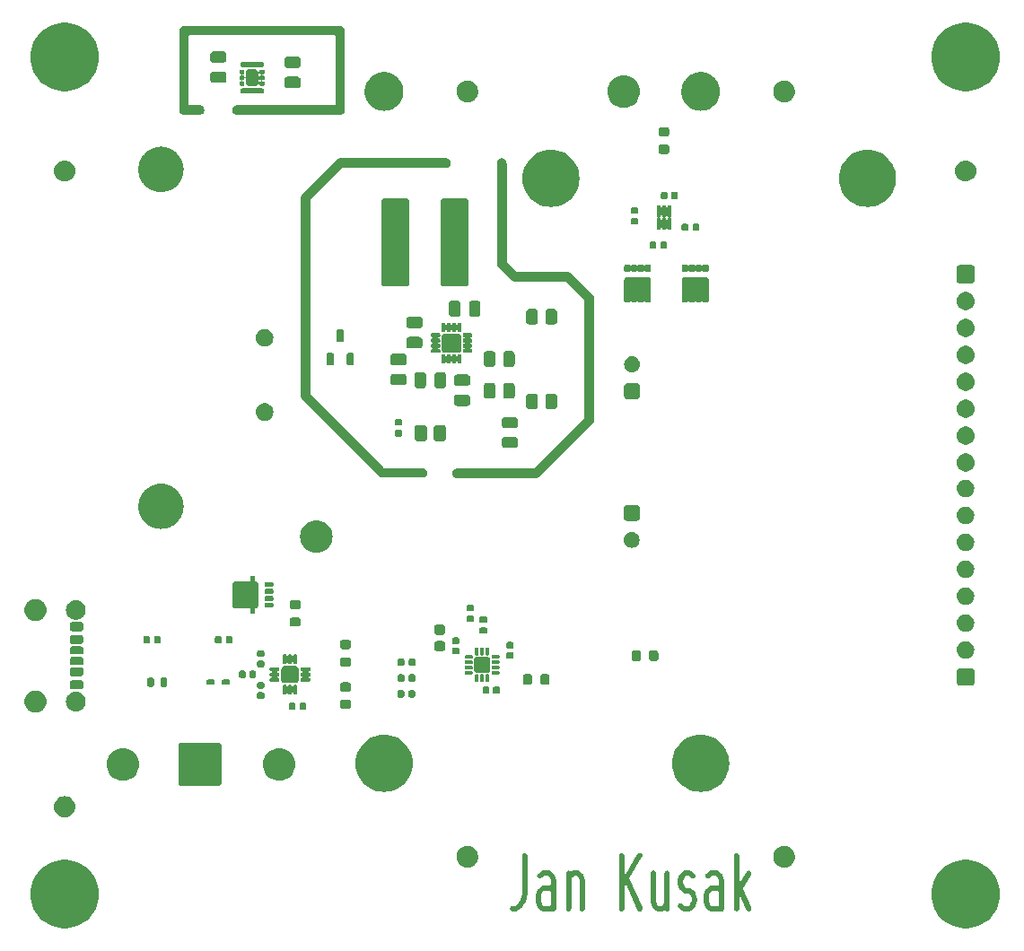
<source format=gbr>
%TF.GenerationSoftware,KiCad,Pcbnew,8.0.8*%
%TF.CreationDate,2025-03-29T17:39:48+01:00*%
%TF.ProjectId,eps,6570732e-6b69-4636-9164-5f7063625858,rev?*%
%TF.SameCoordinates,PX55d4a80PY8044ea0*%
%TF.FileFunction,Soldermask,Top*%
%TF.FilePolarity,Negative*%
%FSLAX46Y46*%
G04 Gerber Fmt 4.6, Leading zero omitted, Abs format (unit mm)*
G04 Created by KiCad (PCBNEW 8.0.8) date 2025-03-29 17:39:48*
%MOMM*%
%LPD*%
G01*
G04 APERTURE LIST*
G04 APERTURE END LIST*
G36*
X6023850Y8695344D02*
G01*
X6366257Y8619975D01*
X6698507Y8508027D01*
X7016707Y8360812D01*
X7317124Y8180057D01*
X7596237Y7967881D01*
X7850773Y7726771D01*
X8077749Y7459554D01*
X8274504Y7169363D01*
X8438729Y6859601D01*
X8568501Y6533898D01*
X8662297Y6196074D01*
X8719019Y5850089D01*
X8738000Y5500000D01*
X8719019Y5149911D01*
X8662297Y4803926D01*
X8568501Y4466102D01*
X8438729Y4140399D01*
X8274504Y3830637D01*
X8077749Y3540446D01*
X7850773Y3273229D01*
X7596237Y3032119D01*
X7317124Y2819943D01*
X7016707Y2639188D01*
X6698507Y2491973D01*
X6366257Y2380025D01*
X6023850Y2304656D01*
X5675302Y2266749D01*
X5324698Y2266749D01*
X4976150Y2304656D01*
X4633743Y2380025D01*
X4301493Y2491973D01*
X3983293Y2639188D01*
X3682876Y2819943D01*
X3403763Y3032119D01*
X3149227Y3273229D01*
X2922251Y3540446D01*
X2725496Y3830637D01*
X2561271Y4140399D01*
X2431499Y4466102D01*
X2337703Y4803926D01*
X2280981Y5149911D01*
X2262000Y5500000D01*
X2280981Y5850089D01*
X2337703Y6196074D01*
X2431499Y6533898D01*
X2561271Y6859601D01*
X2725496Y7169363D01*
X2922251Y7459554D01*
X3149227Y7726771D01*
X3403763Y7967881D01*
X3682876Y8180057D01*
X3983293Y8360812D01*
X4301493Y8508027D01*
X4633743Y8619975D01*
X4976150Y8695344D01*
X5324698Y8733251D01*
X5675302Y8733251D01*
X6023850Y8695344D01*
G37*
G36*
X91023850Y8695344D02*
G01*
X91366257Y8619975D01*
X91698507Y8508027D01*
X92016707Y8360812D01*
X92317124Y8180057D01*
X92596237Y7967881D01*
X92850773Y7726771D01*
X93077749Y7459554D01*
X93274504Y7169363D01*
X93438729Y6859601D01*
X93568501Y6533898D01*
X93662297Y6196074D01*
X93719019Y5850089D01*
X93738000Y5500000D01*
X93719019Y5149911D01*
X93662297Y4803926D01*
X93568501Y4466102D01*
X93438729Y4140399D01*
X93274504Y3830637D01*
X93077749Y3540446D01*
X92850773Y3273229D01*
X92596237Y3032119D01*
X92317124Y2819943D01*
X92016707Y2639188D01*
X91698507Y2491973D01*
X91366257Y2380025D01*
X91023850Y2304656D01*
X90675302Y2266749D01*
X90324698Y2266749D01*
X89976150Y2304656D01*
X89633743Y2380025D01*
X89301493Y2491973D01*
X88983293Y2639188D01*
X88682876Y2819943D01*
X88403763Y3032119D01*
X88149227Y3273229D01*
X87922251Y3540446D01*
X87725496Y3830637D01*
X87561271Y4140399D01*
X87431499Y4466102D01*
X87337703Y4803926D01*
X87280981Y5149911D01*
X87262000Y5500000D01*
X87280981Y5850089D01*
X87337703Y6196074D01*
X87431499Y6533898D01*
X87561271Y6859601D01*
X87725496Y7169363D01*
X87922251Y7459554D01*
X88149227Y7726771D01*
X88403763Y7967881D01*
X88682876Y8180057D01*
X88983293Y8360812D01*
X89301493Y8508027D01*
X89633743Y8619975D01*
X89976150Y8695344D01*
X90324698Y8733251D01*
X90675302Y8733251D01*
X91023850Y8695344D01*
G37*
G36*
X48951061Y9387720D02*
G01*
X48956742Y9385367D01*
X48956746Y9385366D01*
X49035494Y9352747D01*
X49035495Y9352747D01*
X49041181Y9350391D01*
X49042804Y9349308D01*
X49111778Y9280334D01*
X49112861Y9278711D01*
X49150190Y9188591D01*
X49150547Y9187168D01*
X49155351Y9138395D01*
X49155375Y9137905D01*
X49155375Y5566477D01*
X49155348Y5565963D01*
X49155340Y5565895D01*
X49155350Y5565721D01*
X49155147Y5563687D01*
X49152926Y5541380D01*
X49152927Y5541379D01*
X49150547Y5517214D01*
X49150505Y5517049D01*
X49150497Y5516965D01*
X49150423Y5516467D01*
X49007566Y4802181D01*
X49007446Y4801705D01*
X49001113Y4780912D01*
X48999338Y4775084D01*
X48998816Y4772768D01*
X48998488Y4771692D01*
X48997811Y4767126D01*
X48997384Y4765721D01*
X48995406Y4761548D01*
X48995104Y4760551D01*
X48994959Y4760177D01*
X48994514Y4759239D01*
X48993170Y4754822D01*
X48992541Y4753495D01*
X48989971Y4749660D01*
X48989488Y4748641D01*
X48988322Y4746586D01*
X48976410Y4721427D01*
X48976178Y4720995D01*
X48975384Y4719674D01*
X48975380Y4719664D01*
X48691267Y4246141D01*
X48691259Y4246130D01*
X48690464Y4244804D01*
X48690192Y4244396D01*
X48660979Y4205045D01*
X48659940Y4204007D01*
X48650570Y4197067D01*
X48644681Y4191371D01*
X48637432Y4182237D01*
X48636361Y4181234D01*
X48596059Y4153348D01*
X48595642Y4153089D01*
X48167071Y3914995D01*
X48166631Y3914778D01*
X48121662Y3895291D01*
X48120245Y3894912D01*
X48110972Y3893847D01*
X48102540Y3891662D01*
X48093919Y3888090D01*
X48092495Y3887733D01*
X48043722Y3882929D01*
X48043232Y3882905D01*
X48041693Y3882905D01*
X47759057Y3882905D01*
X47757518Y3882905D01*
X47757028Y3882929D01*
X47708255Y3887733D01*
X47706832Y3888090D01*
X47702568Y3889856D01*
X47648698Y3912170D01*
X47616712Y3925419D01*
X47615089Y3926502D01*
X47546115Y3995476D01*
X47545032Y3997099D01*
X47542676Y4002786D01*
X47510057Y4081534D01*
X47510056Y4081538D01*
X47507703Y4087219D01*
X47507322Y4089132D01*
X47507322Y4186678D01*
X47507703Y4188591D01*
X47510055Y4194272D01*
X47510057Y4194277D01*
X47542676Y4273025D01*
X47542678Y4273029D01*
X47545032Y4278711D01*
X47546115Y4280334D01*
X47550467Y4284687D01*
X47550470Y4284690D01*
X47610733Y4344953D01*
X47610736Y4344956D01*
X47615089Y4349308D01*
X47616712Y4350391D01*
X47622394Y4352745D01*
X47622398Y4352747D01*
X47702573Y4385957D01*
X47702579Y4385959D01*
X47706832Y4387720D01*
X47708255Y4388077D01*
X47712842Y4388529D01*
X47712843Y4388529D01*
X47755495Y4392731D01*
X47755515Y4392732D01*
X47757028Y4392881D01*
X47757518Y4392905D01*
X47968925Y4392905D01*
X47984348Y4396901D01*
X48280833Y4561617D01*
X48292654Y4573050D01*
X48513327Y4940838D01*
X48517199Y4950854D01*
X48644767Y5588691D01*
X48645375Y5594828D01*
X48645375Y9136366D01*
X48645375Y9137905D01*
X48645399Y9138395D01*
X48645548Y9139908D01*
X48645549Y9139928D01*
X48649751Y9182580D01*
X48649751Y9182581D01*
X48650203Y9187168D01*
X48650560Y9188591D01*
X48652321Y9192844D01*
X48652323Y9192850D01*
X48685533Y9273025D01*
X48685535Y9273029D01*
X48687889Y9278711D01*
X48688972Y9280334D01*
X48693324Y9284687D01*
X48693327Y9284690D01*
X48753590Y9344953D01*
X48753593Y9344956D01*
X48757946Y9349308D01*
X48759569Y9350391D01*
X48765251Y9352745D01*
X48765255Y9352747D01*
X48844003Y9385366D01*
X48844008Y9385368D01*
X48849689Y9387720D01*
X48851602Y9388101D01*
X48949148Y9388101D01*
X48951061Y9387720D01*
G37*
G36*
X51186579Y7726215D02*
G01*
X51188093Y7726066D01*
X51188112Y7726065D01*
X51196651Y7725224D01*
X51206134Y7724290D01*
X51212010Y7724823D01*
X51213949Y7724618D01*
X51219105Y7723012D01*
X51235352Y7721411D01*
X51236775Y7721054D01*
X51241031Y7719291D01*
X51241035Y7719290D01*
X51270045Y7707274D01*
X51272700Y7706313D01*
X51307079Y7695601D01*
X51308401Y7694963D01*
X51321904Y7685793D01*
X51326896Y7683725D01*
X51328518Y7682642D01*
X51332694Y7678466D01*
X51348944Y7667430D01*
X51349336Y7667135D01*
X51350514Y7666153D01*
X51350517Y7666151D01*
X51629269Y7433857D01*
X51635051Y7429039D01*
X51635412Y7428707D01*
X51669804Y7393793D01*
X51670669Y7392608D01*
X51674783Y7384769D01*
X51680155Y7374535D01*
X51683617Y7369295D01*
X51696518Y7353476D01*
X51697268Y7352215D01*
X51699018Y7347952D01*
X51699019Y7347951D01*
X51702089Y7340475D01*
X51715884Y7306879D01*
X51716048Y7306417D01*
X51858906Y6830228D01*
X51859024Y6829751D01*
X51861671Y6816225D01*
X51862021Y6814657D01*
X51862711Y6811900D01*
X51864476Y6807640D01*
X51864833Y6806216D01*
X51865905Y6795324D01*
X51866335Y6792392D01*
X51868438Y6781655D01*
X51868505Y6780188D01*
X51868038Y6775611D01*
X51868169Y6772783D01*
X51868286Y6771155D01*
X51868287Y6771140D01*
X51869637Y6757443D01*
X51869661Y6756953D01*
X51869661Y4137905D01*
X51869637Y4137415D01*
X51864833Y4088642D01*
X51864476Y4087219D01*
X51827147Y3997099D01*
X51826064Y3995476D01*
X51757090Y3926502D01*
X51755467Y3925419D01*
X51665347Y3888090D01*
X51663434Y3887709D01*
X51657279Y3887709D01*
X51572043Y3887709D01*
X51565888Y3887709D01*
X51563975Y3888090D01*
X51558288Y3890446D01*
X51558286Y3890446D01*
X51486915Y3920009D01*
X51460215Y3919252D01*
X51455076Y3916775D01*
X51451257Y3914180D01*
X51449935Y3913542D01*
X51415546Y3902830D01*
X51412896Y3901870D01*
X51379633Y3888090D01*
X51378209Y3887733D01*
X51361963Y3886134D01*
X51356806Y3884526D01*
X51354865Y3884321D01*
X51348989Y3884856D01*
X51329436Y3882929D01*
X51328946Y3882905D01*
X51327408Y3882905D01*
X50616199Y3882905D01*
X50614661Y3882905D01*
X50614171Y3882929D01*
X50594616Y3884856D01*
X50588742Y3884321D01*
X50586802Y3884526D01*
X50581644Y3886134D01*
X50565398Y3887733D01*
X50563974Y3888090D01*
X50530707Y3901871D01*
X50528054Y3902831D01*
X50493672Y3913542D01*
X50492350Y3914180D01*
X50478845Y3923352D01*
X50473855Y3925418D01*
X50472232Y3926502D01*
X50468056Y3930678D01*
X50462451Y3934484D01*
X50462375Y3934535D01*
X50453087Y3940842D01*
X50453067Y3940857D01*
X50451806Y3941713D01*
X50451414Y3942008D01*
X50165699Y4180103D01*
X50165338Y4180435D01*
X50130945Y4215350D01*
X50130080Y4216535D01*
X50127938Y4220615D01*
X50127935Y4220619D01*
X50120590Y4234612D01*
X50117130Y4239851D01*
X50116484Y4240643D01*
X50104231Y4255667D01*
X50103481Y4256928D01*
X50093869Y4280334D01*
X50085450Y4300836D01*
X50085447Y4300844D01*
X50084864Y4302264D01*
X50084700Y4302726D01*
X50084259Y4304195D01*
X50084255Y4304207D01*
X49942287Y4777437D01*
X49941843Y4778917D01*
X49941725Y4779394D01*
X49941428Y4780912D01*
X49939079Y4792908D01*
X49938725Y4794496D01*
X49938035Y4797250D01*
X49936273Y4801505D01*
X49935917Y4802928D01*
X49935465Y4807510D01*
X49935463Y4807519D01*
X49934843Y4813819D01*
X49934412Y4816753D01*
X49933196Y4822968D01*
X49933195Y4822975D01*
X49932312Y4827491D01*
X49932245Y4828956D01*
X49932709Y4833533D01*
X49932578Y4836383D01*
X49932461Y4838005D01*
X49931264Y4850159D01*
X49931263Y4850176D01*
X49931113Y4851701D01*
X49931089Y4852191D01*
X49931089Y5286345D01*
X50441089Y5286345D01*
X50441089Y4894229D01*
X50442413Y4885203D01*
X50545724Y4540828D01*
X50548380Y4531976D01*
X50558522Y4516624D01*
X50698025Y4400371D01*
X50718646Y4392905D01*
X51224961Y4392905D01*
X51245582Y4400371D01*
X51347860Y4485603D01*
X51359661Y4510799D01*
X51359661Y5751056D01*
X51323050Y5787667D01*
X50718646Y5787667D01*
X50698025Y5780201D01*
X50676232Y5762041D01*
X50579324Y5681286D01*
X50558522Y5663952D01*
X50548380Y5648601D01*
X50457059Y5344190D01*
X50442414Y5295372D01*
X50441089Y5286345D01*
X49931089Y5286345D01*
X49931089Y5328381D01*
X49931113Y5328871D01*
X49932461Y5342568D01*
X49932578Y5344190D01*
X49932709Y5347041D01*
X49932245Y5351616D01*
X49932312Y5353081D01*
X49933195Y5357598D01*
X49933196Y5357607D01*
X49934412Y5363817D01*
X49934843Y5366752D01*
X49935465Y5373063D01*
X49935465Y5373066D01*
X49935917Y5377644D01*
X49936273Y5379067D01*
X49938034Y5383322D01*
X49938728Y5386090D01*
X49939081Y5387676D01*
X49941427Y5399664D01*
X49941433Y5399692D01*
X49941725Y5401179D01*
X49941843Y5401655D01*
X49942278Y5403107D01*
X49942283Y5403125D01*
X50084255Y5876366D01*
X50084261Y5876385D01*
X50084700Y5877846D01*
X50084864Y5878308D01*
X50085444Y5879723D01*
X50085450Y5879737D01*
X50101729Y5919379D01*
X50101730Y5919383D01*
X50103481Y5923644D01*
X50104231Y5924905D01*
X50117132Y5940727D01*
X50120592Y5945963D01*
X50127937Y5959956D01*
X50127939Y5959959D01*
X50130080Y5964037D01*
X50130945Y5965222D01*
X50134178Y5968505D01*
X50134181Y5968508D01*
X50164264Y5999048D01*
X50164277Y5999061D01*
X50165338Y6000137D01*
X50165699Y6000469D01*
X50166856Y6001434D01*
X50166870Y6001446D01*
X50450237Y6237584D01*
X50450247Y6237592D01*
X50451414Y6238564D01*
X50451806Y6238859D01*
X50453050Y6239705D01*
X50453074Y6239722D01*
X50462766Y6246304D01*
X50462855Y6246364D01*
X50468059Y6249898D01*
X50472233Y6254070D01*
X50473854Y6255153D01*
X50478842Y6257220D01*
X50492350Y6266392D01*
X50493672Y6267030D01*
X50528059Y6277745D01*
X50530705Y6278703D01*
X50542788Y6283707D01*
X50559720Y6290720D01*
X50559722Y6290721D01*
X50563975Y6292482D01*
X50565398Y6292839D01*
X50581644Y6294440D01*
X50586802Y6296046D01*
X50588742Y6296251D01*
X50594616Y6295718D01*
X50601332Y6296380D01*
X50612637Y6297493D01*
X50612657Y6297494D01*
X50614171Y6297643D01*
X50614661Y6297667D01*
X51224961Y6297667D01*
X51245582Y6305133D01*
X51347860Y6390365D01*
X51359661Y6415561D01*
X51359661Y6714916D01*
X51358336Y6723943D01*
X51264868Y7035503D01*
X51252367Y7077170D01*
X51242227Y7092521D01*
X51102726Y7208773D01*
X51082105Y7216239D01*
X50718645Y7216239D01*
X50698024Y7208773D01*
X50674296Y7189001D01*
X50492193Y7037247D01*
X50491801Y7036952D01*
X50451257Y7009419D01*
X50449935Y7008781D01*
X50356806Y6979764D01*
X50354866Y6979559D01*
X50348735Y6980117D01*
X50348733Y6980116D01*
X50263853Y6987832D01*
X50263849Y6987833D01*
X50257722Y6988390D01*
X50255851Y6988942D01*
X50250402Y6991802D01*
X50174931Y7031416D01*
X50174929Y7031417D01*
X50169481Y7034277D01*
X50167964Y7035503D01*
X50132620Y7077916D01*
X50109459Y7105709D01*
X50109458Y7105711D01*
X50105517Y7110440D01*
X50104584Y7112154D01*
X50075567Y7205283D01*
X50075362Y7207223D01*
X50075918Y7213349D01*
X50075918Y7213356D01*
X50083634Y7298236D01*
X50083636Y7298245D01*
X50084193Y7304367D01*
X50084745Y7306238D01*
X50087602Y7311683D01*
X50087604Y7311687D01*
X50127938Y7388529D01*
X50127941Y7388534D01*
X50130080Y7392608D01*
X50130945Y7393793D01*
X50134176Y7397074D01*
X50134179Y7397077D01*
X50164254Y7427607D01*
X50164258Y7427612D01*
X50165338Y7428707D01*
X50165699Y7429039D01*
X50166871Y7430016D01*
X50166881Y7430025D01*
X50450228Y7666148D01*
X50450244Y7666161D01*
X50451414Y7667135D01*
X50451806Y7667430D01*
X50453064Y7668285D01*
X50453082Y7668298D01*
X50462835Y7674921D01*
X50468057Y7678468D01*
X50472233Y7682642D01*
X50473854Y7683725D01*
X50478843Y7685793D01*
X50492350Y7694964D01*
X50493672Y7695602D01*
X50528059Y7706317D01*
X50530705Y7707275D01*
X50543176Y7712439D01*
X50559720Y7719292D01*
X50559722Y7719293D01*
X50563975Y7721054D01*
X50565398Y7721411D01*
X50581644Y7723012D01*
X50586802Y7724618D01*
X50588742Y7724823D01*
X50594616Y7724290D01*
X50601656Y7724983D01*
X50612637Y7726065D01*
X50612657Y7726066D01*
X50614171Y7726215D01*
X50614661Y7726239D01*
X51186089Y7726239D01*
X51186579Y7726215D01*
G37*
G36*
X61093918Y7721054D02*
G01*
X61099599Y7718701D01*
X61099603Y7718700D01*
X61178351Y7686081D01*
X61178352Y7686081D01*
X61184038Y7683725D01*
X61185661Y7682642D01*
X61254635Y7613668D01*
X61255718Y7612045D01*
X61293047Y7521925D01*
X61293404Y7520502D01*
X61298208Y7471729D01*
X61298232Y7471239D01*
X61298232Y7469700D01*
X61298232Y4894229D01*
X61299556Y4885203D01*
X61402867Y4540828D01*
X61405523Y4531976D01*
X61415665Y4516624D01*
X61555168Y4400371D01*
X61575789Y4392905D01*
X61796391Y4392905D01*
X61817012Y4400371D01*
X61895888Y4466102D01*
X61985559Y4540831D01*
X61992397Y4548813D01*
X62069411Y4677168D01*
X62073947Y4693543D01*
X62073947Y7469700D01*
X62073947Y7471239D01*
X62073971Y7471729D01*
X62074120Y7473242D01*
X62074121Y7473262D01*
X62078323Y7515914D01*
X62078323Y7515915D01*
X62078775Y7520502D01*
X62079132Y7521925D01*
X62080893Y7526178D01*
X62080895Y7526184D01*
X62114105Y7606359D01*
X62114107Y7606363D01*
X62116461Y7612045D01*
X62117544Y7613668D01*
X62121896Y7618021D01*
X62121899Y7618024D01*
X62182162Y7678287D01*
X62182165Y7678290D01*
X62186518Y7682642D01*
X62188141Y7683725D01*
X62193823Y7686079D01*
X62193827Y7686081D01*
X62272575Y7718700D01*
X62272580Y7718702D01*
X62278261Y7721054D01*
X62280174Y7721435D01*
X62377720Y7721435D01*
X62379633Y7721054D01*
X62385314Y7718701D01*
X62385318Y7718700D01*
X62464066Y7686081D01*
X62464067Y7686081D01*
X62469753Y7683725D01*
X62471376Y7682642D01*
X62540350Y7613668D01*
X62541433Y7612045D01*
X62578762Y7521925D01*
X62579119Y7520502D01*
X62583923Y7471729D01*
X62583947Y7471239D01*
X62583947Y4137905D01*
X62583923Y4137415D01*
X62579119Y4088642D01*
X62578762Y4087219D01*
X62541433Y3997099D01*
X62540350Y3995476D01*
X62471376Y3926502D01*
X62469753Y3925419D01*
X62379633Y3888090D01*
X62377720Y3887709D01*
X62371565Y3887709D01*
X62286329Y3887709D01*
X62280174Y3887709D01*
X62278261Y3888090D01*
X62272576Y3890445D01*
X62272575Y3890445D01*
X62220127Y3912170D01*
X62188141Y3925419D01*
X62186518Y3926502D01*
X62145410Y3967610D01*
X62096975Y3969805D01*
X62063622Y3942009D01*
X62063230Y3941714D01*
X62061969Y3940859D01*
X62061968Y3940857D01*
X62052565Y3934472D01*
X62052515Y3934439D01*
X62046978Y3930679D01*
X62042804Y3926503D01*
X62041181Y3925419D01*
X62036190Y3923353D01*
X62022686Y3914181D01*
X62021364Y3913543D01*
X61986985Y3902833D01*
X61984326Y3901870D01*
X61956750Y3890446D01*
X61951062Y3888090D01*
X61949638Y3887733D01*
X61933393Y3886134D01*
X61928236Y3884526D01*
X61926295Y3884321D01*
X61920419Y3884856D01*
X61900865Y3882929D01*
X61900375Y3882905D01*
X61898837Y3882905D01*
X61473342Y3882905D01*
X61471804Y3882905D01*
X61471314Y3882929D01*
X61451759Y3884856D01*
X61445885Y3884321D01*
X61443945Y3884526D01*
X61438787Y3886134D01*
X61422541Y3887733D01*
X61421117Y3888090D01*
X61387850Y3901871D01*
X61385197Y3902831D01*
X61350815Y3913542D01*
X61349493Y3914180D01*
X61335988Y3923352D01*
X61330998Y3925418D01*
X61329375Y3926502D01*
X61325199Y3930678D01*
X61319594Y3934484D01*
X61319518Y3934535D01*
X61310230Y3940842D01*
X61310210Y3940857D01*
X61308949Y3941713D01*
X61308557Y3942008D01*
X61022842Y4180103D01*
X61022481Y4180435D01*
X60988088Y4215350D01*
X60987223Y4216535D01*
X60985081Y4220615D01*
X60985078Y4220619D01*
X60977733Y4234612D01*
X60974273Y4239851D01*
X60973627Y4240643D01*
X60961374Y4255667D01*
X60960624Y4256928D01*
X60951012Y4280334D01*
X60942593Y4300836D01*
X60942590Y4300844D01*
X60942007Y4302264D01*
X60941843Y4302726D01*
X60941402Y4304195D01*
X60941398Y4304207D01*
X60799430Y4777437D01*
X60798986Y4778917D01*
X60798868Y4779394D01*
X60798571Y4780912D01*
X60796222Y4792908D01*
X60795868Y4794496D01*
X60795178Y4797250D01*
X60793416Y4801505D01*
X60793060Y4802928D01*
X60792608Y4807510D01*
X60792606Y4807519D01*
X60791986Y4813819D01*
X60791555Y4816753D01*
X60790339Y4822968D01*
X60790338Y4822975D01*
X60789455Y4827491D01*
X60789388Y4828956D01*
X60789852Y4833533D01*
X60789721Y4836383D01*
X60789604Y4838005D01*
X60788407Y4850159D01*
X60788406Y4850176D01*
X60788256Y4851701D01*
X60788232Y4852191D01*
X60788232Y7471239D01*
X60788256Y7471729D01*
X60788405Y7473242D01*
X60788406Y7473262D01*
X60792608Y7515914D01*
X60792608Y7515915D01*
X60793060Y7520502D01*
X60793417Y7521925D01*
X60795178Y7526178D01*
X60795180Y7526184D01*
X60828390Y7606359D01*
X60828392Y7606363D01*
X60830746Y7612045D01*
X60831829Y7613668D01*
X60836181Y7618021D01*
X60836184Y7618024D01*
X60896447Y7678287D01*
X60896450Y7678290D01*
X60900803Y7682642D01*
X60902426Y7683725D01*
X60908108Y7686079D01*
X60908112Y7686081D01*
X60986860Y7718700D01*
X60986865Y7718702D01*
X60992546Y7721054D01*
X60994459Y7721435D01*
X61092005Y7721435D01*
X61093918Y7721054D01*
G37*
G36*
X64472294Y7726215D02*
G01*
X64473808Y7726066D01*
X64473827Y7726065D01*
X64482366Y7725224D01*
X64491849Y7724290D01*
X64497725Y7724823D01*
X64499664Y7724618D01*
X64504820Y7723012D01*
X64521067Y7721411D01*
X64522490Y7721054D01*
X64526746Y7719291D01*
X64526750Y7719290D01*
X64555760Y7707274D01*
X64558415Y7706313D01*
X64592794Y7695601D01*
X64594116Y7694963D01*
X64607619Y7685793D01*
X64612611Y7683725D01*
X64614233Y7682642D01*
X64618409Y7678466D01*
X64634659Y7667430D01*
X64635051Y7667135D01*
X64636229Y7666153D01*
X64636232Y7666151D01*
X64914984Y7433857D01*
X64920766Y7429039D01*
X64921127Y7428707D01*
X64955519Y7393793D01*
X64956384Y7392608D01*
X65001719Y7306237D01*
X65002271Y7304366D01*
X65002828Y7298239D01*
X65002829Y7298235D01*
X65010545Y7213356D01*
X65010544Y7213354D01*
X65011102Y7207223D01*
X65010897Y7205283D01*
X64981880Y7112153D01*
X64980947Y7110439D01*
X64918500Y7035503D01*
X64916983Y7034277D01*
X64830612Y6988942D01*
X64828741Y6988390D01*
X64822611Y6987833D01*
X64822609Y6987832D01*
X64737730Y6980116D01*
X64737727Y6980117D01*
X64731598Y6979559D01*
X64729658Y6979764D01*
X64636528Y7008781D01*
X64635206Y7009419D01*
X64594663Y7036952D01*
X64594271Y7037247D01*
X64388441Y7208773D01*
X64367820Y7216239D01*
X64147217Y7216239D01*
X64126596Y7208773D01*
X63987095Y7092523D01*
X63976953Y7077171D01*
X63973273Y7064903D01*
X63870986Y6723943D01*
X63869661Y6714916D01*
X63869661Y6560896D01*
X63870985Y6551870D01*
X63964887Y6238859D01*
X63976952Y6198643D01*
X63987094Y6183291D01*
X64126597Y6067038D01*
X64147218Y6059572D01*
X64470265Y6059572D01*
X64471804Y6059572D01*
X64472294Y6059548D01*
X64473808Y6059399D01*
X64473827Y6059398D01*
X64482366Y6058557D01*
X64491849Y6057623D01*
X64497725Y6058156D01*
X64499664Y6057951D01*
X64504820Y6056345D01*
X64521067Y6054744D01*
X64522490Y6054387D01*
X64526746Y6052624D01*
X64526750Y6052623D01*
X64555762Y6040606D01*
X64558417Y6039645D01*
X64592793Y6028934D01*
X64594115Y6028296D01*
X64607618Y6019127D01*
X64612611Y6017058D01*
X64614233Y6015975D01*
X64618410Y6011798D01*
X64634659Y6000763D01*
X64635051Y6000468D01*
X64636228Y5999487D01*
X64899371Y5780201D01*
X64920765Y5762373D01*
X64921126Y5762041D01*
X64955519Y5727127D01*
X64956384Y5725942D01*
X64958525Y5721862D01*
X64958526Y5721861D01*
X64965871Y5707867D01*
X64969333Y5702626D01*
X64982233Y5686809D01*
X64982983Y5685548D01*
X65001600Y5640213D01*
X65001764Y5639751D01*
X65144621Y5163560D01*
X65144739Y5163083D01*
X65145033Y5161579D01*
X65145034Y5161576D01*
X65147384Y5149568D01*
X65147739Y5147976D01*
X65148427Y5145226D01*
X65150190Y5140972D01*
X65150547Y5139549D01*
X65150998Y5134963D01*
X65150999Y5134960D01*
X65151619Y5128666D01*
X65152050Y5125724D01*
X65154152Y5114986D01*
X65154219Y5113520D01*
X65153751Y5108932D01*
X65153881Y5106119D01*
X65153997Y5104507D01*
X65155351Y5090776D01*
X65155375Y5090286D01*
X65155375Y4852191D01*
X65155351Y4851701D01*
X65155200Y4850173D01*
X65154000Y4837990D01*
X65153883Y4836362D01*
X65153752Y4833536D01*
X65154219Y4828957D01*
X65154152Y4827490D01*
X65152050Y4816756D01*
X65151619Y4813824D01*
X65150547Y4802928D01*
X65150190Y4801504D01*
X65148424Y4797243D01*
X65147741Y4794514D01*
X65147386Y4792920D01*
X65145259Y4782056D01*
X65144739Y4779394D01*
X65144621Y4778917D01*
X65001764Y4302726D01*
X65001600Y4302264D01*
X64982983Y4256929D01*
X64982233Y4255668D01*
X64969977Y4240643D01*
X64969332Y4239852D01*
X64965871Y4234612D01*
X64956384Y4216535D01*
X64955519Y4215350D01*
X64921126Y4180436D01*
X64920765Y4180104D01*
X64635051Y3942009D01*
X64634659Y3941714D01*
X64633398Y3940859D01*
X64633397Y3940857D01*
X64623994Y3934472D01*
X64623944Y3934439D01*
X64618407Y3930679D01*
X64614233Y3926503D01*
X64612610Y3925419D01*
X64607619Y3923353D01*
X64594115Y3914181D01*
X64592793Y3913543D01*
X64558414Y3902833D01*
X64555755Y3901870D01*
X64528179Y3890446D01*
X64522491Y3888090D01*
X64521067Y3887733D01*
X64504822Y3886134D01*
X64499665Y3884526D01*
X64497724Y3884321D01*
X64491848Y3884856D01*
X64472294Y3882929D01*
X64471804Y3882905D01*
X64470266Y3882905D01*
X63901913Y3882905D01*
X63900375Y3882905D01*
X63899885Y3882929D01*
X63880329Y3884856D01*
X63874455Y3884321D01*
X63872515Y3884526D01*
X63867357Y3886134D01*
X63851112Y3887733D01*
X63849688Y3888090D01*
X63827877Y3897125D01*
X63816429Y3901867D01*
X63813772Y3902831D01*
X63800243Y3907045D01*
X63783785Y3912172D01*
X63783782Y3912174D01*
X63779386Y3913543D01*
X63778064Y3914181D01*
X63764559Y3923352D01*
X63759568Y3925419D01*
X63757946Y3926502D01*
X63753767Y3930681D01*
X63737520Y3941714D01*
X63737128Y3942009D01*
X63451414Y4180104D01*
X63451053Y4180436D01*
X63416660Y4215350D01*
X63415795Y4216535D01*
X63413653Y4220615D01*
X63373319Y4297457D01*
X63373318Y4297460D01*
X63370460Y4302905D01*
X63369908Y4304776D01*
X63369351Y4310901D01*
X63369349Y4310908D01*
X63361633Y4395788D01*
X63361633Y4395796D01*
X63361077Y4401920D01*
X63361282Y4403860D01*
X63390299Y4496989D01*
X63391232Y4498703D01*
X63395171Y4503431D01*
X63395174Y4503435D01*
X63449738Y4568911D01*
X63449738Y4568912D01*
X63453679Y4573640D01*
X63455196Y4574866D01*
X63460641Y4577725D01*
X63460646Y4577728D01*
X63536117Y4617342D01*
X63536121Y4617344D01*
X63541566Y4620201D01*
X63543437Y4620753D01*
X63549559Y4621310D01*
X63549568Y4621312D01*
X63634448Y4629028D01*
X63634455Y4629028D01*
X63640581Y4629584D01*
X63642521Y4629379D01*
X63735650Y4600362D01*
X63736972Y4599724D01*
X63740782Y4597137D01*
X63740783Y4597136D01*
X63776252Y4573050D01*
X63776260Y4573044D01*
X63777516Y4572191D01*
X63777908Y4571896D01*
X63867796Y4496989D01*
X63983738Y4400371D01*
X64004359Y4392905D01*
X64367820Y4392905D01*
X64388441Y4400371D01*
X64527940Y4516622D01*
X64538081Y4531974D01*
X64538082Y4531976D01*
X64620745Y4807519D01*
X64644050Y4885203D01*
X64645375Y4894230D01*
X64645375Y5048249D01*
X64644050Y5057276D01*
X64557409Y5346078D01*
X64538080Y5410505D01*
X64527939Y5425856D01*
X64388441Y5542106D01*
X64367820Y5549572D01*
X64043233Y5549572D01*
X64042743Y5549596D01*
X64023188Y5551523D01*
X64017314Y5550988D01*
X64015374Y5551193D01*
X64010216Y5552801D01*
X63993970Y5554400D01*
X63992546Y5554757D01*
X63959279Y5568538D01*
X63956626Y5569498D01*
X63922244Y5580209D01*
X63920922Y5580847D01*
X63907417Y5590019D01*
X63902427Y5592085D01*
X63900804Y5593169D01*
X63896628Y5597345D01*
X63891023Y5601151D01*
X63890947Y5601202D01*
X63881659Y5607509D01*
X63881644Y5607521D01*
X63880378Y5608380D01*
X63879986Y5608675D01*
X63594271Y5846770D01*
X63593910Y5847102D01*
X63590967Y5850089D01*
X63562753Y5878732D01*
X63559517Y5882017D01*
X63558652Y5883202D01*
X63556511Y5887280D01*
X63556507Y5887286D01*
X63549162Y5901279D01*
X63545702Y5906518D01*
X63532803Y5922334D01*
X63532053Y5923595D01*
X63522868Y5945963D01*
X63514022Y5967503D01*
X63514019Y5967511D01*
X63513436Y5968931D01*
X63513272Y5969393D01*
X63512831Y5970862D01*
X63512827Y5970874D01*
X63370859Y6444104D01*
X63370415Y6445584D01*
X63370297Y6446061D01*
X63370001Y6447572D01*
X63367651Y6459575D01*
X63367297Y6461163D01*
X63366607Y6463917D01*
X63364845Y6468172D01*
X63364489Y6469595D01*
X63364037Y6474177D01*
X63364035Y6474186D01*
X63363415Y6480486D01*
X63362984Y6483420D01*
X63361768Y6489635D01*
X63361767Y6489642D01*
X63360884Y6494158D01*
X63360817Y6495623D01*
X63361281Y6500200D01*
X63361150Y6503050D01*
X63361033Y6504672D01*
X63359836Y6516826D01*
X63359835Y6516843D01*
X63359685Y6518368D01*
X63359661Y6518858D01*
X63359661Y6756953D01*
X63359685Y6757443D01*
X63359835Y6758969D01*
X63361033Y6771140D01*
X63361150Y6772762D01*
X63361281Y6775613D01*
X63360817Y6780188D01*
X63360884Y6781653D01*
X63361767Y6786170D01*
X63361768Y6786179D01*
X63362984Y6792389D01*
X63363415Y6795324D01*
X63364037Y6801635D01*
X63364037Y6801638D01*
X63364489Y6806216D01*
X63364845Y6807639D01*
X63366606Y6811894D01*
X63367300Y6814662D01*
X63367653Y6816248D01*
X63369999Y6828236D01*
X63370005Y6828264D01*
X63370297Y6829751D01*
X63370415Y6830227D01*
X63370850Y6831679D01*
X63370855Y6831697D01*
X63512827Y7304937D01*
X63512833Y7304956D01*
X63513272Y7306417D01*
X63513436Y7306879D01*
X63514016Y7308294D01*
X63514022Y7308308D01*
X63530301Y7347950D01*
X63530302Y7347954D01*
X63532053Y7352215D01*
X63532803Y7353476D01*
X63545704Y7369298D01*
X63549164Y7374534D01*
X63549165Y7374535D01*
X63555274Y7386173D01*
X63556509Y7388526D01*
X63556511Y7388529D01*
X63558652Y7392608D01*
X63559517Y7393793D01*
X63562752Y7397077D01*
X63562753Y7397079D01*
X63592826Y7427607D01*
X63592830Y7427612D01*
X63593910Y7428707D01*
X63594271Y7429039D01*
X63595443Y7430016D01*
X63595453Y7430025D01*
X63878800Y7666148D01*
X63878816Y7666161D01*
X63879986Y7667135D01*
X63880378Y7667430D01*
X63881636Y7668285D01*
X63881654Y7668298D01*
X63891407Y7674921D01*
X63896629Y7678468D01*
X63900805Y7682642D01*
X63902426Y7683725D01*
X63907415Y7685793D01*
X63920922Y7694964D01*
X63922244Y7695602D01*
X63956631Y7706317D01*
X63959277Y7707275D01*
X63971748Y7712439D01*
X63988292Y7719292D01*
X63988294Y7719293D01*
X63992547Y7721054D01*
X63993970Y7721411D01*
X64010216Y7723012D01*
X64015374Y7724618D01*
X64017314Y7724823D01*
X64023188Y7724290D01*
X64030228Y7724983D01*
X64041209Y7726065D01*
X64041229Y7726066D01*
X64042743Y7726215D01*
X64043233Y7726239D01*
X64471804Y7726239D01*
X64472294Y7726215D01*
G37*
G36*
X67043722Y7726215D02*
G01*
X67045236Y7726066D01*
X67045255Y7726065D01*
X67053794Y7725224D01*
X67063277Y7724290D01*
X67069153Y7724823D01*
X67071092Y7724618D01*
X67076248Y7723012D01*
X67092495Y7721411D01*
X67093918Y7721054D01*
X67098174Y7719291D01*
X67098178Y7719290D01*
X67127188Y7707274D01*
X67129843Y7706313D01*
X67164222Y7695601D01*
X67165544Y7694963D01*
X67179047Y7685793D01*
X67184039Y7683725D01*
X67185661Y7682642D01*
X67189837Y7678466D01*
X67206087Y7667430D01*
X67206479Y7667135D01*
X67207657Y7666153D01*
X67207660Y7666151D01*
X67486412Y7433857D01*
X67492194Y7429039D01*
X67492555Y7428707D01*
X67526947Y7393793D01*
X67527812Y7392608D01*
X67531926Y7384769D01*
X67537298Y7374535D01*
X67540760Y7369295D01*
X67553661Y7353476D01*
X67554411Y7352215D01*
X67556161Y7347952D01*
X67556162Y7347951D01*
X67559232Y7340475D01*
X67573027Y7306879D01*
X67573191Y7306417D01*
X67716049Y6830228D01*
X67716167Y6829751D01*
X67718814Y6816225D01*
X67719164Y6814657D01*
X67719854Y6811900D01*
X67721619Y6807640D01*
X67721976Y6806216D01*
X67723048Y6795324D01*
X67723478Y6792392D01*
X67725581Y6781655D01*
X67725648Y6780188D01*
X67725181Y6775611D01*
X67725312Y6772783D01*
X67725429Y6771155D01*
X67725430Y6771140D01*
X67726780Y6757443D01*
X67726804Y6756953D01*
X67726804Y4137905D01*
X67726780Y4137415D01*
X67721976Y4088642D01*
X67721619Y4087219D01*
X67684290Y3997099D01*
X67683207Y3995476D01*
X67614233Y3926502D01*
X67612610Y3925419D01*
X67522490Y3888090D01*
X67520577Y3887709D01*
X67514422Y3887709D01*
X67429186Y3887709D01*
X67423031Y3887709D01*
X67421118Y3888090D01*
X67415431Y3890446D01*
X67415429Y3890446D01*
X67344058Y3920009D01*
X67317358Y3919252D01*
X67312219Y3916775D01*
X67308400Y3914180D01*
X67307078Y3913542D01*
X67272689Y3902830D01*
X67270039Y3901870D01*
X67236776Y3888090D01*
X67235352Y3887733D01*
X67219106Y3886134D01*
X67213949Y3884526D01*
X67212008Y3884321D01*
X67206132Y3884856D01*
X67186579Y3882929D01*
X67186089Y3882905D01*
X67184551Y3882905D01*
X66473342Y3882905D01*
X66471804Y3882905D01*
X66471314Y3882929D01*
X66451759Y3884856D01*
X66445885Y3884321D01*
X66443945Y3884526D01*
X66438787Y3886134D01*
X66422541Y3887733D01*
X66421117Y3888090D01*
X66387850Y3901871D01*
X66385197Y3902831D01*
X66350815Y3913542D01*
X66349493Y3914180D01*
X66335988Y3923352D01*
X66330998Y3925418D01*
X66329375Y3926502D01*
X66325199Y3930678D01*
X66319594Y3934484D01*
X66319518Y3934535D01*
X66310230Y3940842D01*
X66310210Y3940857D01*
X66308949Y3941713D01*
X66308557Y3942008D01*
X66022842Y4180103D01*
X66022481Y4180435D01*
X65988088Y4215350D01*
X65987223Y4216535D01*
X65985081Y4220615D01*
X65985078Y4220619D01*
X65977733Y4234612D01*
X65974273Y4239851D01*
X65973627Y4240643D01*
X65961374Y4255667D01*
X65960624Y4256928D01*
X65951012Y4280334D01*
X65942593Y4300836D01*
X65942590Y4300844D01*
X65942007Y4302264D01*
X65941843Y4302726D01*
X65941402Y4304195D01*
X65941398Y4304207D01*
X65799430Y4777437D01*
X65798986Y4778917D01*
X65798868Y4779394D01*
X65798571Y4780912D01*
X65796222Y4792908D01*
X65795868Y4794496D01*
X65795178Y4797250D01*
X65793416Y4801505D01*
X65793060Y4802928D01*
X65792608Y4807510D01*
X65792606Y4807519D01*
X65791986Y4813819D01*
X65791555Y4816753D01*
X65790339Y4822968D01*
X65790338Y4822975D01*
X65789455Y4827491D01*
X65789388Y4828956D01*
X65789852Y4833533D01*
X65789721Y4836383D01*
X65789604Y4838005D01*
X65788407Y4850159D01*
X65788406Y4850176D01*
X65788256Y4851701D01*
X65788232Y4852191D01*
X65788232Y5286345D01*
X66298232Y5286345D01*
X66298232Y4894229D01*
X66299556Y4885203D01*
X66402867Y4540828D01*
X66405523Y4531976D01*
X66415665Y4516624D01*
X66555168Y4400371D01*
X66575789Y4392905D01*
X67082104Y4392905D01*
X67102725Y4400371D01*
X67205003Y4485603D01*
X67216804Y4510799D01*
X67216804Y5751056D01*
X67180193Y5787667D01*
X66575789Y5787667D01*
X66555168Y5780201D01*
X66533375Y5762041D01*
X66436467Y5681286D01*
X66415665Y5663952D01*
X66405523Y5648601D01*
X66314202Y5344190D01*
X66299557Y5295372D01*
X66298232Y5286345D01*
X65788232Y5286345D01*
X65788232Y5328381D01*
X65788256Y5328871D01*
X65789604Y5342568D01*
X65789721Y5344190D01*
X65789852Y5347041D01*
X65789388Y5351616D01*
X65789455Y5353081D01*
X65790338Y5357598D01*
X65790339Y5357607D01*
X65791555Y5363817D01*
X65791986Y5366752D01*
X65792608Y5373063D01*
X65792608Y5373066D01*
X65793060Y5377644D01*
X65793416Y5379067D01*
X65795177Y5383322D01*
X65795871Y5386090D01*
X65796224Y5387676D01*
X65798570Y5399664D01*
X65798576Y5399692D01*
X65798868Y5401179D01*
X65798986Y5401655D01*
X65799421Y5403107D01*
X65799426Y5403125D01*
X65941398Y5876366D01*
X65941404Y5876385D01*
X65941843Y5877846D01*
X65942007Y5878308D01*
X65942587Y5879723D01*
X65942593Y5879737D01*
X65958872Y5919379D01*
X65958873Y5919383D01*
X65960624Y5923644D01*
X65961374Y5924905D01*
X65974275Y5940727D01*
X65977735Y5945963D01*
X65985080Y5959956D01*
X65985082Y5959959D01*
X65987223Y5964037D01*
X65988088Y5965222D01*
X65991321Y5968505D01*
X65991324Y5968508D01*
X66021407Y5999048D01*
X66021420Y5999061D01*
X66022481Y6000137D01*
X66022842Y6000469D01*
X66023999Y6001434D01*
X66024013Y6001446D01*
X66307380Y6237584D01*
X66307390Y6237592D01*
X66308557Y6238564D01*
X66308949Y6238859D01*
X66310193Y6239705D01*
X66310217Y6239722D01*
X66319909Y6246304D01*
X66319998Y6246364D01*
X66325202Y6249898D01*
X66329376Y6254070D01*
X66330997Y6255153D01*
X66335985Y6257220D01*
X66349493Y6266392D01*
X66350815Y6267030D01*
X66385202Y6277745D01*
X66387848Y6278703D01*
X66399931Y6283707D01*
X66416863Y6290720D01*
X66416865Y6290721D01*
X66421118Y6292482D01*
X66422541Y6292839D01*
X66438787Y6294440D01*
X66443945Y6296046D01*
X66445885Y6296251D01*
X66451759Y6295718D01*
X66458475Y6296380D01*
X66469780Y6297493D01*
X66469800Y6297494D01*
X66471314Y6297643D01*
X66471804Y6297667D01*
X67082104Y6297667D01*
X67102725Y6305133D01*
X67205003Y6390365D01*
X67216804Y6415561D01*
X67216804Y6714916D01*
X67215479Y6723943D01*
X67122011Y7035503D01*
X67109510Y7077170D01*
X67099370Y7092521D01*
X66959869Y7208773D01*
X66939248Y7216239D01*
X66575788Y7216239D01*
X66555167Y7208773D01*
X66531439Y7189001D01*
X66349336Y7037247D01*
X66348944Y7036952D01*
X66308400Y7009419D01*
X66307078Y7008781D01*
X66213949Y6979764D01*
X66212009Y6979559D01*
X66205878Y6980117D01*
X66205876Y6980116D01*
X66120996Y6987832D01*
X66120992Y6987833D01*
X66114865Y6988390D01*
X66112994Y6988942D01*
X66107545Y6991802D01*
X66032074Y7031416D01*
X66032072Y7031417D01*
X66026624Y7034277D01*
X66025107Y7035503D01*
X65989763Y7077916D01*
X65966602Y7105709D01*
X65966601Y7105711D01*
X65962660Y7110440D01*
X65961727Y7112154D01*
X65932710Y7205283D01*
X65932505Y7207223D01*
X65933061Y7213349D01*
X65933061Y7213356D01*
X65940777Y7298236D01*
X65940779Y7298245D01*
X65941336Y7304367D01*
X65941888Y7306238D01*
X65944745Y7311683D01*
X65944747Y7311687D01*
X65985081Y7388529D01*
X65985084Y7388534D01*
X65987223Y7392608D01*
X65988088Y7393793D01*
X65991319Y7397074D01*
X65991322Y7397077D01*
X66021397Y7427607D01*
X66021401Y7427612D01*
X66022481Y7428707D01*
X66022842Y7429039D01*
X66024014Y7430016D01*
X66024024Y7430025D01*
X66307371Y7666148D01*
X66307387Y7666161D01*
X66308557Y7667135D01*
X66308949Y7667430D01*
X66310207Y7668285D01*
X66310225Y7668298D01*
X66319978Y7674921D01*
X66325200Y7678468D01*
X66329376Y7682642D01*
X66330997Y7683725D01*
X66335986Y7685793D01*
X66349493Y7694964D01*
X66350815Y7695602D01*
X66385202Y7706317D01*
X66387848Y7707275D01*
X66400319Y7712439D01*
X66416863Y7719292D01*
X66416865Y7719293D01*
X66421118Y7721054D01*
X66422541Y7721411D01*
X66438787Y7723012D01*
X66443945Y7724618D01*
X66445885Y7724823D01*
X66451759Y7724290D01*
X66458799Y7724983D01*
X66469780Y7726065D01*
X66469800Y7726066D01*
X66471314Y7726215D01*
X66471804Y7726239D01*
X67043232Y7726239D01*
X67043722Y7726215D01*
G37*
G36*
X59752190Y9391650D02*
G01*
X59836493Y9379106D01*
X59836496Y9379105D01*
X59842584Y9378199D01*
X59844420Y9377540D01*
X59849694Y9374376D01*
X59849701Y9374373D01*
X59922782Y9330524D01*
X59922785Y9330521D01*
X59928065Y9327353D01*
X59929510Y9326043D01*
X59987582Y9247667D01*
X59988416Y9245903D01*
X60012073Y9151271D01*
X60012168Y9149322D01*
X59997811Y9052839D01*
X59997384Y9051435D01*
X59976410Y9007141D01*
X59976178Y9006709D01*
X59975384Y9005388D01*
X59975380Y9005378D01*
X58767950Y6992996D01*
X58766146Y6962353D01*
X59990058Y4242548D01*
X59990237Y4242091D01*
X60005871Y4195642D01*
X60006130Y4194198D01*
X60009071Y4096698D01*
X60008748Y4094774D01*
X59974154Y4003570D01*
X59973120Y4001916D01*
X59906256Y3930893D01*
X59904667Y3929760D01*
X59815713Y3889731D01*
X59813812Y3889293D01*
X59716311Y3886352D01*
X59714387Y3886675D01*
X59623183Y3921269D01*
X59621529Y3922303D01*
X59550506Y3989167D01*
X59549596Y3990319D01*
X59525201Y4032825D01*
X59524978Y4033262D01*
X59522060Y4039745D01*
X58472996Y6370998D01*
X58397419Y6375446D01*
X58302767Y6217691D01*
X58298232Y6201317D01*
X58298232Y4137905D01*
X58298208Y4137415D01*
X58293404Y4088642D01*
X58293047Y4087219D01*
X58255718Y3997099D01*
X58254635Y3995476D01*
X58185661Y3926502D01*
X58184038Y3925419D01*
X58093918Y3888090D01*
X58092005Y3887709D01*
X58085850Y3887709D01*
X58000614Y3887709D01*
X57994459Y3887709D01*
X57992546Y3888090D01*
X57986861Y3890445D01*
X57986860Y3890445D01*
X57934412Y3912170D01*
X57902426Y3925419D01*
X57900803Y3926502D01*
X57831829Y3995476D01*
X57830746Y3997099D01*
X57828390Y4002786D01*
X57795180Y4082961D01*
X57795178Y4082966D01*
X57793417Y4087219D01*
X57793060Y4088642D01*
X57792405Y4095288D01*
X57788406Y4135883D01*
X57788405Y4135902D01*
X57788256Y4137415D01*
X57788232Y4137905D01*
X57788232Y9137905D01*
X57788256Y9138395D01*
X57788405Y9139908D01*
X57788406Y9139928D01*
X57792608Y9182580D01*
X57792608Y9182581D01*
X57793060Y9187168D01*
X57793417Y9188591D01*
X57795178Y9192844D01*
X57795180Y9192850D01*
X57828390Y9273025D01*
X57828392Y9273029D01*
X57830746Y9278711D01*
X57831829Y9280334D01*
X57836181Y9284687D01*
X57836184Y9284690D01*
X57896447Y9344953D01*
X57896450Y9344956D01*
X57900803Y9349308D01*
X57902426Y9350391D01*
X57908108Y9352745D01*
X57908112Y9352747D01*
X57986860Y9385366D01*
X57986865Y9385368D01*
X57992546Y9387720D01*
X57994459Y9388101D01*
X58092005Y9388101D01*
X58093918Y9387720D01*
X58099599Y9385367D01*
X58099603Y9385366D01*
X58178351Y9352747D01*
X58178352Y9352747D01*
X58184038Y9350391D01*
X58185661Y9349308D01*
X58254635Y9280334D01*
X58255718Y9278711D01*
X58293047Y9188591D01*
X58293404Y9187168D01*
X58298208Y9138395D01*
X58298232Y9137905D01*
X58298232Y9136366D01*
X58298232Y7379493D01*
X58389864Y7354113D01*
X59538054Y9267765D01*
X59538077Y9267800D01*
X59538858Y9269101D01*
X59539130Y9269509D01*
X59540041Y9270738D01*
X59540053Y9270754D01*
X59565593Y9305157D01*
X59565596Y9305161D01*
X59568343Y9308860D01*
X59569381Y9309897D01*
X59597220Y9330524D01*
X59642814Y9364307D01*
X59642815Y9364308D01*
X59647757Y9367969D01*
X59649521Y9368803D01*
X59655488Y9370295D01*
X59655493Y9370297D01*
X59738181Y9390969D01*
X59738184Y9390970D01*
X59744152Y9392461D01*
X59746101Y9392556D01*
X59752190Y9391650D01*
G37*
G36*
X68951061Y9387720D02*
G01*
X68956742Y9385367D01*
X68956746Y9385366D01*
X69035494Y9352747D01*
X69035495Y9352747D01*
X69041181Y9350391D01*
X69042804Y9349308D01*
X69111778Y9280334D01*
X69112861Y9278711D01*
X69150190Y9188591D01*
X69150547Y9187168D01*
X69155351Y9138395D01*
X69155375Y9137905D01*
X69155375Y9136366D01*
X69155375Y6665209D01*
X69247007Y6639829D01*
X69823768Y7601099D01*
X69823791Y7601134D01*
X69824572Y7602435D01*
X69824844Y7602843D01*
X69825755Y7604072D01*
X69825767Y7604088D01*
X69851307Y7638491D01*
X69851310Y7638495D01*
X69854057Y7642194D01*
X69855095Y7643231D01*
X69878653Y7660686D01*
X69928527Y7697640D01*
X69928528Y7697641D01*
X69933470Y7701302D01*
X69935234Y7702136D01*
X69941201Y7703628D01*
X69941206Y7703630D01*
X70023894Y7724302D01*
X70023898Y7724303D01*
X70029866Y7725794D01*
X70031815Y7725889D01*
X70037904Y7724983D01*
X70122207Y7712439D01*
X70122210Y7712438D01*
X70128298Y7711532D01*
X70130134Y7710873D01*
X70135408Y7707709D01*
X70135415Y7707706D01*
X70208496Y7663857D01*
X70208499Y7663854D01*
X70213779Y7660686D01*
X70215224Y7659376D01*
X70273295Y7581001D01*
X70274129Y7579237D01*
X70297787Y7484605D01*
X70297882Y7482656D01*
X70283525Y7386173D01*
X70283098Y7384769D01*
X70262124Y7340475D01*
X70261892Y7340043D01*
X70159484Y7169363D01*
X69482236Y6040616D01*
X69480432Y6009973D01*
X70275772Y4242548D01*
X70275951Y4242091D01*
X70291585Y4195643D01*
X70291844Y4194199D01*
X70294785Y4096698D01*
X70294462Y4094774D01*
X70259868Y4003571D01*
X70258834Y4001917D01*
X70191970Y3930893D01*
X70190381Y3929760D01*
X70101426Y3889731D01*
X70099525Y3889293D01*
X70002025Y3886352D01*
X70000101Y3886675D01*
X69908897Y3921269D01*
X69907243Y3922303D01*
X69836220Y3989167D01*
X69835310Y3990319D01*
X69810914Y4032825D01*
X69810691Y4033262D01*
X69785599Y4089021D01*
X69689640Y4302264D01*
X69254141Y5270042D01*
X69155375Y5248843D01*
X69155375Y4137905D01*
X69155351Y4137415D01*
X69150547Y4088642D01*
X69150190Y4087219D01*
X69112861Y3997099D01*
X69111778Y3995476D01*
X69042804Y3926502D01*
X69041181Y3925419D01*
X68951061Y3888090D01*
X68949148Y3887709D01*
X68942993Y3887709D01*
X68857757Y3887709D01*
X68851602Y3887709D01*
X68849689Y3888090D01*
X68844004Y3890445D01*
X68844003Y3890445D01*
X68791555Y3912170D01*
X68759569Y3925419D01*
X68757946Y3926502D01*
X68688972Y3995476D01*
X68687889Y3997099D01*
X68685533Y4002786D01*
X68652323Y4082961D01*
X68652321Y4082966D01*
X68650560Y4087219D01*
X68650203Y4088642D01*
X68649548Y4095288D01*
X68645549Y4135883D01*
X68645548Y4135902D01*
X68645399Y4137415D01*
X68645375Y4137905D01*
X68645375Y9137905D01*
X68645399Y9138395D01*
X68645548Y9139908D01*
X68645549Y9139928D01*
X68649751Y9182580D01*
X68649751Y9182581D01*
X68650203Y9187168D01*
X68650560Y9188591D01*
X68652321Y9192844D01*
X68652323Y9192850D01*
X68685533Y9273025D01*
X68685535Y9273029D01*
X68687889Y9278711D01*
X68688972Y9280334D01*
X68693324Y9284687D01*
X68693327Y9284690D01*
X68753590Y9344953D01*
X68753593Y9344956D01*
X68757946Y9349308D01*
X68759569Y9350391D01*
X68765251Y9352745D01*
X68765255Y9352747D01*
X68844003Y9385366D01*
X68844008Y9385368D01*
X68849689Y9387720D01*
X68851602Y9388101D01*
X68949148Y9388101D01*
X68951061Y9387720D01*
G37*
G36*
X53900865Y7726215D02*
G01*
X53902379Y7726066D01*
X53902398Y7726065D01*
X53910937Y7725224D01*
X53920420Y7724290D01*
X53926296Y7724823D01*
X53928235Y7724618D01*
X53933391Y7723012D01*
X53949638Y7721411D01*
X53951061Y7721054D01*
X53955317Y7719291D01*
X53955321Y7719290D01*
X53984331Y7707274D01*
X53986986Y7706313D01*
X54021365Y7695601D01*
X54022687Y7694963D01*
X54036190Y7685793D01*
X54041182Y7683725D01*
X54042804Y7682642D01*
X54046980Y7678466D01*
X54063230Y7667430D01*
X54063622Y7667135D01*
X54064800Y7666153D01*
X54064803Y7666151D01*
X54343555Y7433857D01*
X54349337Y7429039D01*
X54349698Y7428707D01*
X54384090Y7393793D01*
X54384955Y7392608D01*
X54389069Y7384769D01*
X54394441Y7374535D01*
X54397903Y7369295D01*
X54410804Y7353476D01*
X54411554Y7352215D01*
X54413304Y7347952D01*
X54413305Y7347951D01*
X54416375Y7340475D01*
X54430170Y7306879D01*
X54430334Y7306417D01*
X54573192Y6830228D01*
X54573310Y6829751D01*
X54575957Y6816225D01*
X54576307Y6814657D01*
X54576997Y6811900D01*
X54578762Y6807640D01*
X54579119Y6806216D01*
X54580191Y6795324D01*
X54580621Y6792392D01*
X54582724Y6781655D01*
X54582791Y6780188D01*
X54582324Y6775611D01*
X54582455Y6772783D01*
X54582572Y6771155D01*
X54582573Y6771140D01*
X54583923Y6757443D01*
X54583947Y6756953D01*
X54583947Y4137905D01*
X54583923Y4137415D01*
X54579119Y4088642D01*
X54578762Y4087219D01*
X54541433Y3997099D01*
X54540350Y3995476D01*
X54471376Y3926502D01*
X54469753Y3925419D01*
X54379633Y3888090D01*
X54377720Y3887709D01*
X54371565Y3887709D01*
X54286329Y3887709D01*
X54280174Y3887709D01*
X54278261Y3888090D01*
X54272576Y3890445D01*
X54272575Y3890445D01*
X54220127Y3912170D01*
X54188141Y3925419D01*
X54186518Y3926502D01*
X54117544Y3995476D01*
X54116461Y3997099D01*
X54114105Y4002786D01*
X54080895Y4082961D01*
X54080893Y4082966D01*
X54079132Y4087219D01*
X54078775Y4088642D01*
X54078120Y4095288D01*
X54074121Y4135883D01*
X54074120Y4135902D01*
X54073971Y4137415D01*
X54073947Y4137905D01*
X54073947Y6714916D01*
X54072622Y6723943D01*
X53979154Y7035503D01*
X53966653Y7077170D01*
X53956513Y7092521D01*
X53817012Y7208773D01*
X53796391Y7216239D01*
X53575789Y7216239D01*
X53555168Y7208773D01*
X53507817Y7169315D01*
X53386615Y7068315D01*
X53379779Y7060333D01*
X53302767Y6931977D01*
X53298232Y6915602D01*
X53298232Y4137905D01*
X53298208Y4137415D01*
X53293404Y4088642D01*
X53293047Y4087219D01*
X53255718Y3997099D01*
X53254635Y3995476D01*
X53185661Y3926502D01*
X53184038Y3925419D01*
X53093918Y3888090D01*
X53092005Y3887709D01*
X53085850Y3887709D01*
X53000614Y3887709D01*
X52994459Y3887709D01*
X52992546Y3888090D01*
X52986861Y3890445D01*
X52986860Y3890445D01*
X52934412Y3912170D01*
X52902426Y3925419D01*
X52900803Y3926502D01*
X52831829Y3995476D01*
X52830746Y3997099D01*
X52828390Y4002786D01*
X52795180Y4082961D01*
X52795178Y4082966D01*
X52793417Y4087219D01*
X52793060Y4088642D01*
X52792405Y4095288D01*
X52788406Y4135883D01*
X52788405Y4135902D01*
X52788256Y4137415D01*
X52788232Y4137905D01*
X52788232Y7471239D01*
X52788256Y7471729D01*
X52788405Y7473242D01*
X52788406Y7473262D01*
X52792608Y7515914D01*
X52792608Y7515915D01*
X52793060Y7520502D01*
X52793417Y7521925D01*
X52795178Y7526178D01*
X52795180Y7526184D01*
X52828390Y7606359D01*
X52828392Y7606363D01*
X52830746Y7612045D01*
X52831829Y7613668D01*
X52836181Y7618021D01*
X52836184Y7618024D01*
X52896447Y7678287D01*
X52896450Y7678290D01*
X52900803Y7682642D01*
X52902426Y7683725D01*
X52908108Y7686079D01*
X52908112Y7686081D01*
X52986860Y7718700D01*
X52986865Y7718702D01*
X52992546Y7721054D01*
X52994459Y7721435D01*
X53092005Y7721435D01*
X53093918Y7721054D01*
X53099599Y7718701D01*
X53099603Y7718700D01*
X53178351Y7686081D01*
X53178352Y7686081D01*
X53184038Y7683725D01*
X53185661Y7682642D01*
X53226764Y7641539D01*
X53275198Y7639340D01*
X53307382Y7666157D01*
X53307396Y7666168D01*
X53308557Y7667135D01*
X53308949Y7667430D01*
X53310203Y7668283D01*
X53310218Y7668293D01*
X53319978Y7674921D01*
X53325200Y7678468D01*
X53329376Y7682642D01*
X53330997Y7683725D01*
X53335986Y7685793D01*
X53349493Y7694964D01*
X53350815Y7695602D01*
X53385202Y7706317D01*
X53387848Y7707275D01*
X53400319Y7712439D01*
X53416863Y7719292D01*
X53416865Y7719293D01*
X53421118Y7721054D01*
X53422541Y7721411D01*
X53438787Y7723012D01*
X53443945Y7724618D01*
X53445885Y7724823D01*
X53451759Y7724290D01*
X53458799Y7724983D01*
X53469780Y7726065D01*
X53469800Y7726066D01*
X53471314Y7726215D01*
X53471804Y7726239D01*
X53900375Y7726239D01*
X53900865Y7726215D01*
G37*
G36*
X43547232Y10053348D02*
G01*
X43594827Y10053348D01*
X43647834Y10043440D01*
X43700553Y10038247D01*
X43740600Y10026099D01*
X43781251Y10018500D01*
X43837550Y9996690D01*
X43893399Y9979748D01*
X43925310Y9962691D01*
X43958098Y9949989D01*
X44015064Y9914717D01*
X44071126Y9884751D01*
X44094683Y9865419D01*
X44119350Y9850145D01*
X44174004Y9800322D01*
X44226906Y9756906D01*
X44242582Y9737805D01*
X44259502Y9722380D01*
X44308627Y9657328D01*
X44354751Y9601126D01*
X44363669Y9584442D01*
X44373794Y9571034D01*
X44414074Y9490140D01*
X44449748Y9423399D01*
X44453552Y9410856D01*
X44458331Y9401260D01*
X44486559Y9302046D01*
X44508247Y9230553D01*
X44508959Y9223321D01*
X44510233Y9218844D01*
X44523471Y9075978D01*
X44528000Y9030000D01*
X44523471Y8984019D01*
X44510233Y8841157D01*
X44508959Y8836682D01*
X44508247Y8829447D01*
X44486555Y8757940D01*
X44458331Y8658741D01*
X44453553Y8649147D01*
X44449748Y8636601D01*
X44414067Y8569847D01*
X44373794Y8488967D01*
X44363670Y8475562D01*
X44354751Y8458874D01*
X44308617Y8402661D01*
X44259502Y8337621D01*
X44242585Y8322200D01*
X44226906Y8303094D01*
X44173993Y8259670D01*
X44119350Y8209856D01*
X44094688Y8194586D01*
X44071126Y8175249D01*
X44015052Y8145278D01*
X43958098Y8110012D01*
X43925317Y8097313D01*
X43893399Y8080252D01*
X43837538Y8063308D01*
X43781251Y8041501D01*
X43740607Y8033904D01*
X43700553Y8021753D01*
X43647831Y8016561D01*
X43594827Y8006652D01*
X43547232Y8006652D01*
X43500000Y8002000D01*
X43452768Y8006652D01*
X43405173Y8006652D01*
X43352168Y8016561D01*
X43299447Y8021753D01*
X43259393Y8033903D01*
X43218748Y8041501D01*
X43162456Y8063309D01*
X43106601Y8080252D01*
X43074685Y8097312D01*
X43041901Y8110012D01*
X42984939Y8145282D01*
X42928874Y8175249D01*
X42905315Y8194584D01*
X42880649Y8209856D01*
X42825996Y8259679D01*
X42773094Y8303094D01*
X42757417Y8322197D01*
X42740497Y8337621D01*
X42691369Y8402676D01*
X42645249Y8458874D01*
X42636331Y8475558D01*
X42626205Y8488967D01*
X42585918Y8569875D01*
X42550252Y8636601D01*
X42546447Y8649142D01*
X42541668Y8658741D01*
X42513428Y8757993D01*
X42491753Y8829447D01*
X42491041Y8836676D01*
X42489766Y8841157D01*
X42476511Y8984190D01*
X42472000Y9030000D01*
X42476511Y9075807D01*
X42489766Y9218844D01*
X42491041Y9223326D01*
X42491753Y9230553D01*
X42513423Y9301993D01*
X42541668Y9401260D01*
X42546448Y9410861D01*
X42550252Y9423399D01*
X42585910Y9490113D01*
X42626205Y9571034D01*
X42636333Y9584447D01*
X42645249Y9601126D01*
X42691360Y9657313D01*
X42740497Y9722380D01*
X42757420Y9737808D01*
X42773094Y9756906D01*
X42825985Y9800313D01*
X42880649Y9850145D01*
X42905320Y9865421D01*
X42928874Y9884751D01*
X42984928Y9914713D01*
X43041901Y9949989D01*
X43074692Y9962693D01*
X43106601Y9979748D01*
X43162444Y9996688D01*
X43218748Y10018500D01*
X43259400Y10026100D01*
X43299447Y10038247D01*
X43352165Y10043440D01*
X43405173Y10053348D01*
X43452768Y10053348D01*
X43500000Y10058000D01*
X43547232Y10053348D01*
G37*
G36*
X73417232Y10053348D02*
G01*
X73464827Y10053348D01*
X73517834Y10043440D01*
X73570553Y10038247D01*
X73610600Y10026099D01*
X73651251Y10018500D01*
X73707550Y9996690D01*
X73763399Y9979748D01*
X73795310Y9962691D01*
X73828098Y9949989D01*
X73885064Y9914717D01*
X73941126Y9884751D01*
X73964683Y9865419D01*
X73989350Y9850145D01*
X74044004Y9800322D01*
X74096906Y9756906D01*
X74112582Y9737805D01*
X74129502Y9722380D01*
X74178627Y9657328D01*
X74224751Y9601126D01*
X74233669Y9584442D01*
X74243794Y9571034D01*
X74284074Y9490140D01*
X74319748Y9423399D01*
X74323552Y9410856D01*
X74328331Y9401260D01*
X74356559Y9302046D01*
X74378247Y9230553D01*
X74378959Y9223321D01*
X74380233Y9218844D01*
X74393471Y9075978D01*
X74398000Y9030000D01*
X74393471Y8984019D01*
X74380233Y8841157D01*
X74378959Y8836682D01*
X74378247Y8829447D01*
X74356555Y8757940D01*
X74328331Y8658741D01*
X74323553Y8649147D01*
X74319748Y8636601D01*
X74284067Y8569847D01*
X74243794Y8488967D01*
X74233670Y8475562D01*
X74224751Y8458874D01*
X74178617Y8402661D01*
X74129502Y8337621D01*
X74112585Y8322200D01*
X74096906Y8303094D01*
X74043993Y8259670D01*
X73989350Y8209856D01*
X73964688Y8194586D01*
X73941126Y8175249D01*
X73885052Y8145278D01*
X73828098Y8110012D01*
X73795317Y8097313D01*
X73763399Y8080252D01*
X73707538Y8063308D01*
X73651251Y8041501D01*
X73610607Y8033904D01*
X73570553Y8021753D01*
X73517831Y8016561D01*
X73464827Y8006652D01*
X73417232Y8006652D01*
X73370000Y8002000D01*
X73322768Y8006652D01*
X73275173Y8006652D01*
X73222168Y8016561D01*
X73169447Y8021753D01*
X73129393Y8033903D01*
X73088748Y8041501D01*
X73032456Y8063309D01*
X72976601Y8080252D01*
X72944685Y8097312D01*
X72911901Y8110012D01*
X72854939Y8145282D01*
X72798874Y8175249D01*
X72775315Y8194584D01*
X72750649Y8209856D01*
X72695996Y8259679D01*
X72643094Y8303094D01*
X72627417Y8322197D01*
X72610497Y8337621D01*
X72561369Y8402676D01*
X72515249Y8458874D01*
X72506331Y8475558D01*
X72496205Y8488967D01*
X72455918Y8569875D01*
X72420252Y8636601D01*
X72416447Y8649142D01*
X72411668Y8658741D01*
X72383428Y8757993D01*
X72361753Y8829447D01*
X72361041Y8836676D01*
X72359766Y8841157D01*
X72346511Y8984190D01*
X72342000Y9030000D01*
X72346511Y9075807D01*
X72359766Y9218844D01*
X72361041Y9223326D01*
X72361753Y9230553D01*
X72383423Y9301993D01*
X72411668Y9401260D01*
X72416448Y9410861D01*
X72420252Y9423399D01*
X72455910Y9490113D01*
X72496205Y9571034D01*
X72506333Y9584447D01*
X72515249Y9601126D01*
X72561360Y9657313D01*
X72610497Y9722380D01*
X72627420Y9737808D01*
X72643094Y9756906D01*
X72695985Y9800313D01*
X72750649Y9850145D01*
X72775320Y9865421D01*
X72798874Y9884751D01*
X72854928Y9914713D01*
X72911901Y9949989D01*
X72944692Y9962693D01*
X72976601Y9979748D01*
X73032444Y9996688D01*
X73088748Y10018500D01*
X73129400Y10026100D01*
X73169447Y10038247D01*
X73222165Y10043440D01*
X73275173Y10053348D01*
X73322768Y10053348D01*
X73370000Y10058000D01*
X73417232Y10053348D01*
G37*
G36*
X5695090Y14730785D02*
G01*
X5882683Y14673880D01*
X6055570Y14581470D01*
X6207107Y14457107D01*
X6331470Y14305570D01*
X6423880Y14132683D01*
X6480785Y13945090D01*
X6500000Y13750000D01*
X6480785Y13554910D01*
X6423880Y13367317D01*
X6331470Y13194430D01*
X6207107Y13042893D01*
X6055570Y12918530D01*
X5882683Y12826120D01*
X5695090Y12769215D01*
X5500000Y12750000D01*
X5304910Y12769215D01*
X5117317Y12826120D01*
X4944430Y12918530D01*
X4792893Y13042893D01*
X4668530Y13194430D01*
X4576120Y13367317D01*
X4519215Y13554910D01*
X4500000Y13750000D01*
X4519215Y13945090D01*
X4576120Y14132683D01*
X4668530Y14305570D01*
X4792893Y14457107D01*
X4944430Y14581470D01*
X5117317Y14673880D01*
X5304910Y14730785D01*
X5500000Y14750000D01*
X5695090Y14730785D01*
G37*
G36*
X35955509Y20530810D02*
G01*
X36276272Y20472028D01*
X36587610Y20375011D01*
X36884985Y20241174D01*
X37164059Y20072468D01*
X37420763Y19871353D01*
X37651353Y19640763D01*
X37852468Y19384059D01*
X38021174Y19104985D01*
X38155011Y18807610D01*
X38252028Y18496272D01*
X38310810Y18175509D01*
X38330500Y17850000D01*
X38310810Y17524491D01*
X38252028Y17203728D01*
X38155011Y16892390D01*
X38021174Y16595015D01*
X37852468Y16315941D01*
X37651353Y16059237D01*
X37420763Y15828647D01*
X37164059Y15627532D01*
X36884985Y15458826D01*
X36587610Y15324989D01*
X36276272Y15227972D01*
X35955509Y15169190D01*
X35630000Y15149500D01*
X35304491Y15169190D01*
X34983728Y15227972D01*
X34672390Y15324989D01*
X34375015Y15458826D01*
X34095941Y15627532D01*
X33839237Y15828647D01*
X33608647Y16059237D01*
X33407532Y16315941D01*
X33238826Y16595015D01*
X33104989Y16892390D01*
X33007972Y17203728D01*
X32949190Y17524491D01*
X32929500Y17850000D01*
X32949190Y18175509D01*
X33007972Y18496272D01*
X33104989Y18807610D01*
X33238826Y19104985D01*
X33407532Y19384059D01*
X33608647Y19640763D01*
X33839237Y19871353D01*
X34095941Y20072468D01*
X34375015Y20241174D01*
X34672390Y20375011D01*
X34983728Y20472028D01*
X35304491Y20530810D01*
X35630000Y20550500D01*
X35955509Y20530810D01*
G37*
G36*
X65825509Y20530810D02*
G01*
X66146272Y20472028D01*
X66457610Y20375011D01*
X66754985Y20241174D01*
X67034059Y20072468D01*
X67290763Y19871353D01*
X67521353Y19640763D01*
X67722468Y19384059D01*
X67891174Y19104985D01*
X68025011Y18807610D01*
X68122028Y18496272D01*
X68180810Y18175509D01*
X68200500Y17850000D01*
X68180810Y17524491D01*
X68122028Y17203728D01*
X68025011Y16892390D01*
X67891174Y16595015D01*
X67722468Y16315941D01*
X67521353Y16059237D01*
X67290763Y15828647D01*
X67034059Y15627532D01*
X66754985Y15458826D01*
X66457610Y15324989D01*
X66146272Y15227972D01*
X65825509Y15169190D01*
X65500000Y15149500D01*
X65174491Y15169190D01*
X64853728Y15227972D01*
X64542390Y15324989D01*
X64245015Y15458826D01*
X63965941Y15627532D01*
X63709237Y15828647D01*
X63478647Y16059237D01*
X63277532Y16315941D01*
X63108826Y16595015D01*
X62974989Y16892390D01*
X62877972Y17203728D01*
X62819190Y17524491D01*
X62799500Y17850000D01*
X62819190Y18175509D01*
X62877972Y18496272D01*
X62974989Y18807610D01*
X63108826Y19104985D01*
X63277532Y19384059D01*
X63478647Y19640763D01*
X63709237Y19871353D01*
X63965941Y20072468D01*
X64245015Y20241174D01*
X64542390Y20375011D01*
X64853728Y20472028D01*
X65174491Y20530810D01*
X65500000Y20550500D01*
X65825509Y20530810D01*
G37*
G36*
X20065938Y19780350D02*
G01*
X20074782Y19776445D01*
X20081336Y19775490D01*
X20122310Y19755459D01*
X20162759Y19737599D01*
X20166503Y19733855D01*
X20166848Y19733686D01*
X20233685Y19666849D01*
X20233853Y19666505D01*
X20237599Y19662759D01*
X20255463Y19622300D01*
X20275489Y19581337D01*
X20276443Y19574786D01*
X20280350Y19565938D01*
X20288000Y19500000D01*
X20288000Y16000000D01*
X20280350Y15934062D01*
X20276443Y15925215D01*
X20275489Y15918664D01*
X20255468Y15877711D01*
X20237599Y15837241D01*
X20233852Y15833495D01*
X20233685Y15833152D01*
X20166848Y15766315D01*
X20166505Y15766148D01*
X20162759Y15762401D01*
X20122289Y15744532D01*
X20081336Y15724511D01*
X20074785Y15723557D01*
X20065938Y15719650D01*
X20000000Y15712000D01*
X16500000Y15712000D01*
X16434062Y15719650D01*
X16425214Y15723557D01*
X16418663Y15724511D01*
X16377700Y15744537D01*
X16337241Y15762401D01*
X16333495Y15766147D01*
X16333151Y15766315D01*
X16266314Y15833152D01*
X16266145Y15833497D01*
X16262401Y15837241D01*
X16244541Y15877690D01*
X16224510Y15918664D01*
X16223555Y15925218D01*
X16219650Y15934062D01*
X16212000Y16000000D01*
X16212000Y19500000D01*
X16219650Y19565938D01*
X16223554Y19574782D01*
X16224510Y19581337D01*
X16244545Y19622322D01*
X16262401Y19662759D01*
X16266144Y19666503D01*
X16266314Y19666849D01*
X16333151Y19733686D01*
X16333497Y19733856D01*
X16337241Y19737599D01*
X16377678Y19755455D01*
X16418663Y19775490D01*
X16425218Y19776446D01*
X16434062Y19780350D01*
X16500000Y19788000D01*
X20000000Y19788000D01*
X20065938Y19780350D01*
G37*
G36*
X11240596Y19269065D02*
G01*
X11475268Y19212725D01*
X11698237Y19120368D01*
X11904014Y18994268D01*
X12087530Y18837530D01*
X12244268Y18654014D01*
X12370368Y18448237D01*
X12462725Y18225268D01*
X12519065Y17990596D01*
X12538000Y17750000D01*
X12519065Y17509404D01*
X12462725Y17274732D01*
X12370368Y17051763D01*
X12244268Y16845986D01*
X12087530Y16662470D01*
X11904014Y16505732D01*
X11698237Y16379632D01*
X11475268Y16287275D01*
X11240596Y16230935D01*
X11000000Y16212000D01*
X10759404Y16230935D01*
X10524732Y16287275D01*
X10301763Y16379632D01*
X10095986Y16505732D01*
X9912470Y16662470D01*
X9755732Y16845986D01*
X9629632Y17051763D01*
X9537275Y17274732D01*
X9480935Y17509404D01*
X9462000Y17750000D01*
X9480935Y17990596D01*
X9537275Y18225268D01*
X9629632Y18448237D01*
X9755732Y18654014D01*
X9912470Y18837530D01*
X10095986Y18994268D01*
X10301763Y19120368D01*
X10524732Y19212725D01*
X10759404Y19269065D01*
X11000000Y19288000D01*
X11240596Y19269065D01*
G37*
G36*
X25990596Y19269065D02*
G01*
X26225268Y19212725D01*
X26448237Y19120368D01*
X26654014Y18994268D01*
X26837530Y18837530D01*
X26994268Y18654014D01*
X27120368Y18448237D01*
X27212725Y18225268D01*
X27269065Y17990596D01*
X27288000Y17750000D01*
X27269065Y17509404D01*
X27212725Y17274732D01*
X27120368Y17051763D01*
X26994268Y16845986D01*
X26837530Y16662470D01*
X26654014Y16505732D01*
X26448237Y16379632D01*
X26225268Y16287275D01*
X25990596Y16230935D01*
X25750000Y16212000D01*
X25509404Y16230935D01*
X25274732Y16287275D01*
X25051763Y16379632D01*
X24845986Y16505732D01*
X24662470Y16662470D01*
X24505732Y16845986D01*
X24379632Y17051763D01*
X24287275Y17274732D01*
X24230935Y17509404D01*
X24212000Y17750000D01*
X24230935Y17990596D01*
X24287275Y18225268D01*
X24379632Y18448237D01*
X24505732Y18654014D01*
X24662470Y18837530D01*
X24845986Y18994268D01*
X25051763Y19120368D01*
X25274732Y19212725D01*
X25509404Y19269065D01*
X25750000Y19288000D01*
X25990596Y19269065D01*
G37*
G36*
X2797882Y24718284D02*
G01*
X2846211Y24718284D01*
X2900033Y24708223D01*
X2953479Y24702959D01*
X2994080Y24690643D01*
X3035356Y24682927D01*
X3092521Y24660781D01*
X3149139Y24643606D01*
X3181490Y24626314D01*
X3214786Y24613415D01*
X3272635Y24577597D01*
X3329460Y24547223D01*
X3353334Y24527630D01*
X3378388Y24512117D01*
X3433911Y24461501D01*
X3487512Y24417512D01*
X3503392Y24398162D01*
X3520588Y24382486D01*
X3570495Y24316398D01*
X3617223Y24259460D01*
X3626260Y24242552D01*
X3636547Y24228930D01*
X3677477Y24146731D01*
X3713606Y24079139D01*
X3717458Y24066440D01*
X3722319Y24056678D01*
X3751029Y23955772D01*
X3772959Y23883479D01*
X3773679Y23876164D01*
X3774978Y23871600D01*
X3788472Y23725970D01*
X3793000Y23680000D01*
X3788471Y23634027D01*
X3774978Y23488401D01*
X3773679Y23483838D01*
X3772959Y23476521D01*
X3751024Y23404214D01*
X3722319Y23303323D01*
X3717459Y23293564D01*
X3713606Y23280861D01*
X3677470Y23213257D01*
X3636547Y23131071D01*
X3626262Y23117453D01*
X3617223Y23100540D01*
X3570486Y23043592D01*
X3520588Y22977515D01*
X3503396Y22961843D01*
X3487512Y22942488D01*
X3433900Y22898491D01*
X3378388Y22847884D01*
X3353339Y22832375D01*
X3329460Y22812777D01*
X3272623Y22782398D01*
X3214786Y22746586D01*
X3181497Y22733690D01*
X3149139Y22716394D01*
X3092510Y22699216D01*
X3035356Y22677074D01*
X2994086Y22669360D01*
X2953479Y22657041D01*
X2900030Y22651777D01*
X2846211Y22641716D01*
X2797882Y22641716D01*
X2750000Y22637000D01*
X2702118Y22641716D01*
X2653789Y22641716D01*
X2599969Y22651777D01*
X2546521Y22657041D01*
X2505914Y22669359D01*
X2464643Y22677074D01*
X2407485Y22699218D01*
X2350861Y22716394D01*
X2318505Y22733689D01*
X2285213Y22746586D01*
X2227369Y22782402D01*
X2170540Y22812777D01*
X2146663Y22832373D01*
X2121611Y22847884D01*
X2066089Y22898499D01*
X2012488Y22942488D01*
X1996606Y22961840D01*
X1979411Y22977515D01*
X1929501Y23043607D01*
X1882777Y23100540D01*
X1873739Y23117448D01*
X1863452Y23131071D01*
X1822514Y23213284D01*
X1786394Y23280861D01*
X1782542Y23293559D01*
X1777680Y23303323D01*
X1748959Y23404267D01*
X1727041Y23476521D01*
X1726320Y23483833D01*
X1725021Y23488401D01*
X1711511Y23634199D01*
X1707000Y23680000D01*
X1711510Y23725799D01*
X1725021Y23871600D01*
X1726321Y23876170D01*
X1727041Y23883479D01*
X1748954Y23955718D01*
X1777680Y24056678D01*
X1782543Y24066445D01*
X1786394Y24079139D01*
X1822507Y24146703D01*
X1863452Y24228930D01*
X1873741Y24242556D01*
X1882777Y24259460D01*
X1929491Y24316382D01*
X1979411Y24382486D01*
X1996610Y24398165D01*
X2012488Y24417512D01*
X2066078Y24461493D01*
X2121611Y24512117D01*
X2146668Y24527632D01*
X2170540Y24547223D01*
X2227357Y24577593D01*
X2285213Y24613415D01*
X2318511Y24626316D01*
X2350861Y24643606D01*
X2407473Y24660780D01*
X2464643Y24682927D01*
X2505920Y24690644D01*
X2546521Y24702959D01*
X2599966Y24708223D01*
X2653789Y24718284D01*
X2702118Y24718284D01*
X2750000Y24723000D01*
X2797882Y24718284D01*
G37*
G36*
X6599102Y24612862D02*
G01*
X6648048Y24612862D01*
X6690308Y24603880D01*
X6732934Y24599681D01*
X6786491Y24583435D01*
X6839858Y24572091D01*
X6874005Y24556888D01*
X6908842Y24546320D01*
X6964201Y24516730D01*
X7019000Y24492332D01*
X7044477Y24473822D01*
X7070957Y24459668D01*
X7124969Y24415342D01*
X7177645Y24377070D01*
X7194749Y24358074D01*
X7213052Y24343053D01*
X7262239Y24283118D01*
X7308858Y24231343D01*
X7318651Y24214381D01*
X7329667Y24200958D01*
X7370417Y24124719D01*
X7406906Y24061519D01*
X7411103Y24048602D01*
X7416319Y24038843D01*
X7445083Y23944021D01*
X7467502Y23875021D01*
X7468291Y23867514D01*
X7469680Y23862935D01*
X7483187Y23725784D01*
X7488000Y23680000D01*
X7483187Y23634213D01*
X7469680Y23497066D01*
X7468291Y23492488D01*
X7467502Y23484979D01*
X7445078Y23415966D01*
X7416319Y23321158D01*
X7411104Y23311402D01*
X7406906Y23298481D01*
X7370410Y23235270D01*
X7329667Y23159043D01*
X7318653Y23145623D01*
X7308858Y23128657D01*
X7262230Y23076872D01*
X7213052Y23016948D01*
X7194752Y23001931D01*
X7177645Y22982930D01*
X7124958Y22944652D01*
X7070957Y22900333D01*
X7044482Y22886183D01*
X7019000Y22867668D01*
X6964190Y22843266D01*
X6908842Y22813681D01*
X6874013Y22803116D01*
X6839858Y22787909D01*
X6786480Y22776564D01*
X6732934Y22760320D01*
X6690317Y22756123D01*
X6648048Y22747138D01*
X6599092Y22747138D01*
X6550000Y22742303D01*
X6500908Y22747138D01*
X6451952Y22747138D01*
X6409683Y22756123D01*
X6367065Y22760320D01*
X6313516Y22776564D01*
X6260142Y22787909D01*
X6225989Y22803115D01*
X6191157Y22813681D01*
X6135803Y22843268D01*
X6081000Y22867668D01*
X6055519Y22886181D01*
X6029042Y22900333D01*
X5975032Y22944658D01*
X5922355Y22982930D01*
X5905250Y23001927D01*
X5886947Y23016948D01*
X5837758Y23076885D01*
X5791142Y23128657D01*
X5781349Y23145619D01*
X5770332Y23159043D01*
X5729575Y23235293D01*
X5693094Y23298481D01*
X5688897Y23311397D01*
X5683680Y23321158D01*
X5654906Y23416013D01*
X5632498Y23484979D01*
X5631709Y23492483D01*
X5630319Y23497066D01*
X5616796Y23634364D01*
X5612000Y23680000D01*
X5616796Y23725633D01*
X5630319Y23862935D01*
X5631709Y23867519D01*
X5632498Y23875021D01*
X5654901Y23943974D01*
X5683680Y24038843D01*
X5688898Y24048606D01*
X5693094Y24061519D01*
X5729568Y24124695D01*
X5770332Y24200958D01*
X5781351Y24214385D01*
X5791142Y24231343D01*
X5837748Y24283106D01*
X5886947Y24343053D01*
X5905253Y24358077D01*
X5922355Y24377070D01*
X5975022Y24415335D01*
X6029042Y24459668D01*
X6055525Y24473824D01*
X6081000Y24492332D01*
X6135792Y24516728D01*
X6191157Y24546320D01*
X6225996Y24556889D01*
X6260142Y24572091D01*
X6313505Y24583434D01*
X6367065Y24599681D01*
X6409692Y24603880D01*
X6451952Y24612862D01*
X6500898Y24612862D01*
X6550000Y24617698D01*
X6599102Y24612862D01*
G37*
G36*
X27191204Y23574831D02*
G01*
X27247329Y23537329D01*
X27284831Y23481204D01*
X27298000Y23415000D01*
X27298000Y23045000D01*
X27284831Y22978796D01*
X27247329Y22922671D01*
X27191204Y22885169D01*
X27125000Y22872000D01*
X26855000Y22872000D01*
X26788796Y22885169D01*
X26732671Y22922671D01*
X26695169Y22978796D01*
X26682000Y23045000D01*
X26682000Y23415000D01*
X26695169Y23481204D01*
X26732671Y23537329D01*
X26788796Y23574831D01*
X26855000Y23588000D01*
X27125000Y23588000D01*
X27191204Y23574831D01*
G37*
G36*
X28211204Y23574831D02*
G01*
X28267329Y23537329D01*
X28304831Y23481204D01*
X28318000Y23415000D01*
X28318000Y23045000D01*
X28304831Y22978796D01*
X28267329Y22922671D01*
X28211204Y22885169D01*
X28145000Y22872000D01*
X27875000Y22872000D01*
X27808796Y22885169D01*
X27752671Y22922671D01*
X27715169Y22978796D01*
X27702000Y23045000D01*
X27702000Y23415000D01*
X27715169Y23481204D01*
X27752671Y23537329D01*
X27808796Y23574831D01*
X27875000Y23588000D01*
X28145000Y23588000D01*
X28211204Y23574831D01*
G37*
G36*
X32280062Y23841993D02*
G01*
X32327205Y23836524D01*
X32343313Y23829412D01*
X32366079Y23824883D01*
X32390448Y23808600D01*
X32408892Y23800456D01*
X32421489Y23787859D01*
X32443291Y23773291D01*
X32457858Y23751490D01*
X32470455Y23738893D01*
X32478597Y23720452D01*
X32494883Y23696079D01*
X32499411Y23673312D01*
X32506523Y23657206D01*
X32511991Y23610073D01*
X32513000Y23605000D01*
X32513000Y23205000D01*
X32511990Y23199926D01*
X32506523Y23152795D01*
X32499412Y23136691D01*
X32494883Y23113921D01*
X32478596Y23089547D01*
X32470455Y23071108D01*
X32457860Y23058514D01*
X32443291Y23036709D01*
X32421486Y23022140D01*
X32408892Y23009545D01*
X32390453Y23001404D01*
X32366079Y22985117D01*
X32343309Y22980588D01*
X32327205Y22973477D01*
X32280073Y22968010D01*
X32275000Y22967000D01*
X31725000Y22967000D01*
X31719926Y22968010D01*
X31672794Y22973477D01*
X31656688Y22980589D01*
X31633921Y22985117D01*
X31609548Y23001403D01*
X31591107Y23009545D01*
X31578510Y23022142D01*
X31556709Y23036709D01*
X31542141Y23058511D01*
X31529544Y23071108D01*
X31521400Y23089552D01*
X31505117Y23113921D01*
X31500588Y23136687D01*
X31493476Y23152795D01*
X31488006Y23199939D01*
X31487000Y23205000D01*
X31487000Y23605000D01*
X31488006Y23610062D01*
X31493476Y23657206D01*
X31500589Y23673316D01*
X31505117Y23696079D01*
X31521399Y23720448D01*
X31529544Y23738893D01*
X31542143Y23751493D01*
X31556709Y23773291D01*
X31578507Y23787857D01*
X31591107Y23800456D01*
X31609552Y23808601D01*
X31633921Y23824883D01*
X31656684Y23829411D01*
X31672794Y23836524D01*
X31719939Y23841994D01*
X31725000Y23843000D01*
X32275000Y23843000D01*
X32280062Y23841993D01*
G37*
G36*
X24238118Y24554451D02*
G01*
X24295865Y24515865D01*
X24334451Y24458118D01*
X24348000Y24390000D01*
X24348000Y24110000D01*
X24334451Y24041882D01*
X24295865Y23984135D01*
X24238118Y23945549D01*
X24170000Y23932000D01*
X23830000Y23932000D01*
X23761882Y23945549D01*
X23704135Y23984135D01*
X23665549Y24041882D01*
X23652000Y24110000D01*
X23652000Y24390000D01*
X23665549Y24458118D01*
X23704135Y24515865D01*
X23761882Y24554451D01*
X23830000Y24568000D01*
X24170000Y24568000D01*
X24238118Y24554451D01*
G37*
G36*
X37441204Y24747331D02*
G01*
X37497329Y24709829D01*
X37534831Y24653704D01*
X37548000Y24587500D01*
X37548000Y24217500D01*
X37534831Y24151296D01*
X37497329Y24095171D01*
X37441204Y24057669D01*
X37375000Y24044500D01*
X37105000Y24044500D01*
X37038796Y24057669D01*
X36982671Y24095171D01*
X36945169Y24151296D01*
X36932000Y24217500D01*
X36932000Y24587500D01*
X36945169Y24653704D01*
X36982671Y24709829D01*
X37038796Y24747331D01*
X37105000Y24760500D01*
X37375000Y24760500D01*
X37441204Y24747331D01*
G37*
G36*
X38461204Y24747331D02*
G01*
X38517329Y24709829D01*
X38554831Y24653704D01*
X38568000Y24587500D01*
X38568000Y24217500D01*
X38554831Y24151296D01*
X38517329Y24095171D01*
X38461204Y24057669D01*
X38395000Y24044500D01*
X38125000Y24044500D01*
X38058796Y24057669D01*
X38002671Y24095171D01*
X37965169Y24151296D01*
X37952000Y24217500D01*
X37952000Y24587500D01*
X37965169Y24653704D01*
X38002671Y24709829D01*
X38058796Y24747331D01*
X38125000Y24760500D01*
X38395000Y24760500D01*
X38461204Y24747331D01*
G37*
G36*
X26378243Y25234398D02*
G01*
X26414903Y25209903D01*
X26439398Y25173243D01*
X26448000Y25130000D01*
X26448000Y25123839D01*
X26458706Y25070008D01*
X26561290Y25070006D01*
X26572000Y25123850D01*
X26572000Y25130000D01*
X26580602Y25173243D01*
X26605097Y25209903D01*
X26641757Y25234398D01*
X26685000Y25243000D01*
X26835000Y25243000D01*
X26878243Y25234398D01*
X26914903Y25209903D01*
X26939398Y25173243D01*
X26948000Y25130000D01*
X26948000Y25123839D01*
X26958706Y25070008D01*
X27061290Y25070006D01*
X27072000Y25123850D01*
X27072000Y25130000D01*
X27080602Y25173243D01*
X27105097Y25209903D01*
X27141757Y25234398D01*
X27185000Y25243000D01*
X27335000Y25243000D01*
X27378243Y25234398D01*
X27414903Y25209903D01*
X27439398Y25173243D01*
X27448000Y25130000D01*
X27448000Y24430000D01*
X27439398Y24386757D01*
X27414903Y24350097D01*
X27378243Y24325602D01*
X27335000Y24317000D01*
X27185000Y24317000D01*
X27141757Y24325602D01*
X27105097Y24350097D01*
X27080602Y24386757D01*
X27072000Y24430000D01*
X27072000Y24436156D01*
X27061292Y24489994D01*
X26958708Y24489994D01*
X26948000Y24436159D01*
X26948000Y24430000D01*
X26939398Y24386757D01*
X26914903Y24350097D01*
X26878243Y24325602D01*
X26835000Y24317000D01*
X26685000Y24317000D01*
X26641757Y24325602D01*
X26605097Y24350097D01*
X26580602Y24386757D01*
X26572000Y24430000D01*
X26572000Y24436156D01*
X26561292Y24489994D01*
X26458708Y24489994D01*
X26448000Y24436159D01*
X26448000Y24430000D01*
X26439398Y24386757D01*
X26414903Y24350097D01*
X26378243Y24325602D01*
X26335000Y24317000D01*
X26185000Y24317000D01*
X26141757Y24325602D01*
X26105097Y24350097D01*
X26080602Y24386757D01*
X26072000Y24430000D01*
X26072000Y25130000D01*
X26080602Y25173243D01*
X26105097Y25209903D01*
X26141757Y25234398D01*
X26185000Y25243000D01*
X26335000Y25243000D01*
X26378243Y25234398D01*
G37*
G36*
X45478118Y25084451D02*
G01*
X45535865Y25045865D01*
X45574451Y24988118D01*
X45588000Y24920000D01*
X45588000Y24580000D01*
X45574451Y24511882D01*
X45535865Y24454135D01*
X45478118Y24415549D01*
X45410000Y24402000D01*
X45130000Y24402000D01*
X45061882Y24415549D01*
X45004135Y24454135D01*
X44965549Y24511882D01*
X44952000Y24580000D01*
X44952000Y24920000D01*
X44965549Y24988118D01*
X45004135Y25045865D01*
X45061882Y25084451D01*
X45130000Y25098000D01*
X45410000Y25098000D01*
X45478118Y25084451D01*
G37*
G36*
X46438118Y25084451D02*
G01*
X46495865Y25045865D01*
X46534451Y24988118D01*
X46548000Y24920000D01*
X46548000Y24580000D01*
X46534451Y24511882D01*
X46495865Y24454135D01*
X46438118Y24415549D01*
X46370000Y24402000D01*
X46090000Y24402000D01*
X46021882Y24415549D01*
X45964135Y24454135D01*
X45925549Y24511882D01*
X45912000Y24580000D01*
X45912000Y24920000D01*
X45925549Y24988118D01*
X45964135Y25045865D01*
X46021882Y25084451D01*
X46090000Y25098000D01*
X46370000Y25098000D01*
X46438118Y25084451D01*
G37*
G36*
X32280062Y25491993D02*
G01*
X32327205Y25486524D01*
X32343313Y25479412D01*
X32366079Y25474883D01*
X32390448Y25458600D01*
X32408892Y25450456D01*
X32421489Y25437859D01*
X32443291Y25423291D01*
X32457858Y25401490D01*
X32470455Y25388893D01*
X32478597Y25370452D01*
X32494883Y25346079D01*
X32499411Y25323312D01*
X32506523Y25307206D01*
X32511991Y25260073D01*
X32513000Y25255000D01*
X32513000Y24855000D01*
X32511990Y24849926D01*
X32506523Y24802795D01*
X32499412Y24786691D01*
X32494883Y24763921D01*
X32478596Y24739547D01*
X32470455Y24721108D01*
X32457860Y24708514D01*
X32443291Y24686709D01*
X32421486Y24672140D01*
X32408892Y24659545D01*
X32390453Y24651404D01*
X32366079Y24635117D01*
X32343309Y24630588D01*
X32327205Y24623477D01*
X32280073Y24618010D01*
X32275000Y24617000D01*
X31725000Y24617000D01*
X31719926Y24618010D01*
X31672794Y24623477D01*
X31656688Y24630589D01*
X31633921Y24635117D01*
X31609548Y24651403D01*
X31591107Y24659545D01*
X31578510Y24672142D01*
X31556709Y24686709D01*
X31542141Y24708511D01*
X31529544Y24721108D01*
X31521400Y24739552D01*
X31505117Y24763921D01*
X31500588Y24786687D01*
X31493476Y24802795D01*
X31488006Y24849939D01*
X31487000Y24855000D01*
X31487000Y25255000D01*
X31488006Y25260062D01*
X31493476Y25307206D01*
X31500589Y25323316D01*
X31505117Y25346079D01*
X31521399Y25370448D01*
X31529544Y25388893D01*
X31542143Y25401493D01*
X31556709Y25423291D01*
X31578507Y25437857D01*
X31591107Y25450456D01*
X31609552Y25458601D01*
X31633921Y25474883D01*
X31656684Y25479411D01*
X31672794Y25486524D01*
X31719939Y25491994D01*
X31725000Y25493000D01*
X32275000Y25493000D01*
X32280062Y25491993D01*
G37*
G36*
X7035062Y25686993D02*
G01*
X7082205Y25681524D01*
X7098313Y25674412D01*
X7121079Y25669883D01*
X7145448Y25653600D01*
X7163892Y25645456D01*
X7176489Y25632859D01*
X7198291Y25618291D01*
X7212858Y25596490D01*
X7225455Y25583893D01*
X7233597Y25565452D01*
X7249883Y25541079D01*
X7254411Y25518312D01*
X7261523Y25502206D01*
X7266991Y25455073D01*
X7268000Y25450000D01*
X7268000Y25050000D01*
X7266990Y25044926D01*
X7261523Y24997795D01*
X7254412Y24981691D01*
X7249883Y24958921D01*
X7233596Y24934547D01*
X7225455Y24916108D01*
X7212860Y24903514D01*
X7198291Y24881709D01*
X7176486Y24867140D01*
X7163892Y24854545D01*
X7145453Y24846404D01*
X7121079Y24830117D01*
X7098309Y24825588D01*
X7082205Y24818477D01*
X7035073Y24813010D01*
X7030000Y24812000D01*
X6230000Y24812000D01*
X6224926Y24813010D01*
X6177794Y24818477D01*
X6161688Y24825589D01*
X6138921Y24830117D01*
X6114548Y24846403D01*
X6096107Y24854545D01*
X6083510Y24867142D01*
X6061709Y24881709D01*
X6047141Y24903511D01*
X6034544Y24916108D01*
X6026400Y24934552D01*
X6010117Y24958921D01*
X6005588Y24981687D01*
X5998476Y24997795D01*
X5993006Y25044939D01*
X5992000Y25050000D01*
X5992000Y25450000D01*
X5993006Y25455062D01*
X5998476Y25502206D01*
X6005589Y25518316D01*
X6010117Y25541079D01*
X6026399Y25565448D01*
X6034544Y25583893D01*
X6047143Y25596493D01*
X6061709Y25618291D01*
X6083507Y25632857D01*
X6096107Y25645456D01*
X6114552Y25653601D01*
X6138921Y25669883D01*
X6161684Y25674411D01*
X6177794Y25681524D01*
X6224939Y25686994D01*
X6230000Y25688000D01*
X7030000Y25688000D01*
X7035062Y25686993D01*
G37*
G36*
X24238118Y25514451D02*
G01*
X24295865Y25475865D01*
X24334451Y25418118D01*
X24348000Y25350000D01*
X24348000Y25070000D01*
X24334451Y25001882D01*
X24295865Y24944135D01*
X24238118Y24905549D01*
X24170000Y24892000D01*
X23830000Y24892000D01*
X23761882Y24905549D01*
X23704135Y24944135D01*
X23665549Y25001882D01*
X23652000Y25070000D01*
X23652000Y25350000D01*
X23665549Y25418118D01*
X23704135Y25475865D01*
X23761882Y25514451D01*
X23830000Y25528000D01*
X24170000Y25528000D01*
X24238118Y25514451D01*
G37*
G36*
X13829661Y25924641D02*
G01*
X13886597Y25886597D01*
X13924641Y25829661D01*
X13938000Y25762500D01*
X13938000Y25237500D01*
X13924641Y25170339D01*
X13886597Y25113403D01*
X13829661Y25075359D01*
X13762500Y25062000D01*
X13487500Y25062000D01*
X13420339Y25075359D01*
X13363403Y25113403D01*
X13325359Y25170339D01*
X13312000Y25237500D01*
X13312000Y25762500D01*
X13325359Y25829661D01*
X13363403Y25886597D01*
X13420339Y25924641D01*
X13487500Y25938000D01*
X13762500Y25938000D01*
X13829661Y25924641D01*
G37*
G36*
X15079661Y25924641D02*
G01*
X15136597Y25886597D01*
X15174641Y25829661D01*
X15188000Y25762500D01*
X15188000Y25237500D01*
X15174641Y25170339D01*
X15136597Y25113403D01*
X15079661Y25075359D01*
X15012500Y25062000D01*
X14737500Y25062000D01*
X14670339Y25075359D01*
X14613403Y25113403D01*
X14575359Y25170339D01*
X14562000Y25237500D01*
X14562000Y25762500D01*
X14575359Y25829661D01*
X14613403Y25886597D01*
X14670339Y25924641D01*
X14737500Y25938000D01*
X15012500Y25938000D01*
X15079661Y25924641D01*
G37*
G36*
X91103438Y26817850D02*
G01*
X91112282Y26813945D01*
X91118836Y26812990D01*
X91159810Y26792959D01*
X91200259Y26775099D01*
X91204003Y26771355D01*
X91204348Y26771186D01*
X91271185Y26704349D01*
X91271353Y26704005D01*
X91275099Y26700259D01*
X91292963Y26659800D01*
X91312989Y26618837D01*
X91313943Y26612286D01*
X91317850Y26603438D01*
X91325500Y26537500D01*
X91325500Y25462500D01*
X91317850Y25396562D01*
X91313943Y25387715D01*
X91312989Y25381164D01*
X91292968Y25340211D01*
X91275099Y25299741D01*
X91271352Y25295995D01*
X91271185Y25295652D01*
X91204348Y25228815D01*
X91204005Y25228648D01*
X91200259Y25224901D01*
X91159789Y25207032D01*
X91118836Y25187011D01*
X91112285Y25186057D01*
X91103438Y25182150D01*
X91037500Y25174500D01*
X89962500Y25174500D01*
X89896562Y25182150D01*
X89887714Y25186057D01*
X89881163Y25187011D01*
X89840200Y25207037D01*
X89799741Y25224901D01*
X89795995Y25228647D01*
X89795651Y25228815D01*
X89728814Y25295652D01*
X89728645Y25295997D01*
X89724901Y25299741D01*
X89707041Y25340190D01*
X89687010Y25381164D01*
X89686055Y25387718D01*
X89682150Y25396562D01*
X89674500Y25462500D01*
X89674500Y26537500D01*
X89682150Y26603438D01*
X89686054Y26612282D01*
X89687010Y26618837D01*
X89707045Y26659822D01*
X89724901Y26700259D01*
X89728644Y26704003D01*
X89728814Y26704349D01*
X89795651Y26771186D01*
X89795997Y26771356D01*
X89799741Y26775099D01*
X89840178Y26792955D01*
X89881163Y26812990D01*
X89887718Y26813946D01*
X89896562Y26817850D01*
X89962500Y26825500D01*
X91037500Y26825500D01*
X91103438Y26817850D01*
G37*
G36*
X49380062Y26261993D02*
G01*
X49427205Y26256524D01*
X49443313Y26249412D01*
X49466079Y26244883D01*
X49490448Y26228600D01*
X49508892Y26220456D01*
X49521489Y26207859D01*
X49543291Y26193291D01*
X49557858Y26171490D01*
X49570455Y26158893D01*
X49578597Y26140452D01*
X49594883Y26116079D01*
X49599411Y26093312D01*
X49606523Y26077206D01*
X49611991Y26030073D01*
X49613000Y26025000D01*
X49613000Y25475000D01*
X49611990Y25469926D01*
X49606523Y25422795D01*
X49599412Y25406691D01*
X49594883Y25383921D01*
X49578596Y25359547D01*
X49570455Y25341108D01*
X49557860Y25328514D01*
X49543291Y25306709D01*
X49521486Y25292140D01*
X49508892Y25279545D01*
X49490453Y25271404D01*
X49466079Y25255117D01*
X49443309Y25250588D01*
X49427205Y25243477D01*
X49380073Y25238010D01*
X49375000Y25237000D01*
X48975000Y25237000D01*
X48969926Y25238010D01*
X48922794Y25243477D01*
X48906688Y25250589D01*
X48883921Y25255117D01*
X48859548Y25271403D01*
X48841107Y25279545D01*
X48828510Y25292142D01*
X48806709Y25306709D01*
X48792141Y25328511D01*
X48779544Y25341108D01*
X48771400Y25359552D01*
X48755117Y25383921D01*
X48750588Y25406687D01*
X48743476Y25422795D01*
X48738006Y25469939D01*
X48737000Y25475000D01*
X48737000Y26025000D01*
X48738006Y26030062D01*
X48743476Y26077206D01*
X48750589Y26093316D01*
X48755117Y26116079D01*
X48771399Y26140448D01*
X48779544Y26158893D01*
X48792143Y26171493D01*
X48806709Y26193291D01*
X48828507Y26207857D01*
X48841107Y26220456D01*
X48859552Y26228601D01*
X48883921Y26244883D01*
X48906684Y26249411D01*
X48922794Y26256524D01*
X48969939Y26261994D01*
X48975000Y26263000D01*
X49375000Y26263000D01*
X49380062Y26261993D01*
G37*
G36*
X51030062Y26261993D02*
G01*
X51077205Y26256524D01*
X51093313Y26249412D01*
X51116079Y26244883D01*
X51140448Y26228600D01*
X51158892Y26220456D01*
X51171489Y26207859D01*
X51193291Y26193291D01*
X51207858Y26171490D01*
X51220455Y26158893D01*
X51228597Y26140452D01*
X51244883Y26116079D01*
X51249411Y26093312D01*
X51256523Y26077206D01*
X51261991Y26030073D01*
X51263000Y26025000D01*
X51263000Y25475000D01*
X51261990Y25469926D01*
X51256523Y25422795D01*
X51249412Y25406691D01*
X51244883Y25383921D01*
X51228596Y25359547D01*
X51220455Y25341108D01*
X51207860Y25328514D01*
X51193291Y25306709D01*
X51171486Y25292140D01*
X51158892Y25279545D01*
X51140453Y25271404D01*
X51116079Y25255117D01*
X51093309Y25250588D01*
X51077205Y25243477D01*
X51030073Y25238010D01*
X51025000Y25237000D01*
X50625000Y25237000D01*
X50619926Y25238010D01*
X50572794Y25243477D01*
X50556688Y25250589D01*
X50533921Y25255117D01*
X50509548Y25271403D01*
X50491107Y25279545D01*
X50478510Y25292142D01*
X50456709Y25306709D01*
X50442141Y25328511D01*
X50429544Y25341108D01*
X50421400Y25359552D01*
X50405117Y25383921D01*
X50400588Y25406687D01*
X50393476Y25422795D01*
X50388006Y25469939D01*
X50387000Y25475000D01*
X50387000Y26025000D01*
X50388006Y26030062D01*
X50393476Y26077206D01*
X50400589Y26093316D01*
X50405117Y26116079D01*
X50421399Y26140448D01*
X50429544Y26158893D01*
X50442143Y26171493D01*
X50456709Y26193291D01*
X50478507Y26207857D01*
X50491107Y26220456D01*
X50509552Y26228601D01*
X50533921Y26244883D01*
X50556684Y26249411D01*
X50572794Y26256524D01*
X50619939Y26261994D01*
X50625000Y26263000D01*
X51025000Y26263000D01*
X51030062Y26261993D01*
G37*
G36*
X19574724Y25737115D02*
G01*
X19621116Y25706116D01*
X19652115Y25659724D01*
X19663000Y25605000D01*
X19663000Y25395000D01*
X19652115Y25340276D01*
X19621116Y25293884D01*
X19574724Y25262885D01*
X19520000Y25252000D01*
X19030000Y25252000D01*
X18975276Y25262885D01*
X18928884Y25293884D01*
X18897885Y25340276D01*
X18887000Y25395000D01*
X18887000Y25605000D01*
X18897885Y25659724D01*
X18928884Y25706116D01*
X18975276Y25737115D01*
X19030000Y25748000D01*
X19520000Y25748000D01*
X19574724Y25737115D01*
G37*
G36*
X21024724Y25737115D02*
G01*
X21071116Y25706116D01*
X21102115Y25659724D01*
X21113000Y25605000D01*
X21113000Y25395000D01*
X21102115Y25340276D01*
X21071116Y25293884D01*
X21024724Y25262885D01*
X20970000Y25252000D01*
X20480000Y25252000D01*
X20425276Y25262885D01*
X20378884Y25293884D01*
X20347885Y25340276D01*
X20337000Y25395000D01*
X20337000Y25605000D01*
X20347885Y25659724D01*
X20378884Y25706116D01*
X20425276Y25737115D01*
X20480000Y25748000D01*
X20970000Y25748000D01*
X21024724Y25737115D01*
G37*
G36*
X27350938Y27035350D02*
G01*
X27359782Y27031445D01*
X27366336Y27030490D01*
X27407310Y27010459D01*
X27447759Y26992599D01*
X27451503Y26988855D01*
X27451848Y26988686D01*
X27518685Y26921849D01*
X27518853Y26921505D01*
X27522599Y26917759D01*
X27540463Y26877300D01*
X27560489Y26836337D01*
X27561443Y26829786D01*
X27565350Y26820938D01*
X27573000Y26755000D01*
X27573000Y25705000D01*
X27565350Y25639062D01*
X27561443Y25630215D01*
X27560489Y25623664D01*
X27540468Y25582711D01*
X27522599Y25542241D01*
X27518852Y25538495D01*
X27518685Y25538152D01*
X27451848Y25471315D01*
X27451505Y25471148D01*
X27447759Y25467401D01*
X27407289Y25449532D01*
X27366336Y25429511D01*
X27359785Y25428557D01*
X27350938Y25424650D01*
X27285000Y25417000D01*
X26235000Y25417000D01*
X26169062Y25424650D01*
X26160214Y25428557D01*
X26153663Y25429511D01*
X26112700Y25449537D01*
X26072241Y25467401D01*
X26068495Y25471147D01*
X26068151Y25471315D01*
X26001314Y25538152D01*
X26001145Y25538497D01*
X25997401Y25542241D01*
X25979541Y25582690D01*
X25959510Y25623664D01*
X25958555Y25630218D01*
X25954650Y25639062D01*
X25947000Y25705000D01*
X25947000Y26755000D01*
X25954650Y26820938D01*
X25958554Y26829782D01*
X25959510Y26836337D01*
X25979545Y26877322D01*
X25997401Y26917759D01*
X26001144Y26921503D01*
X26001314Y26921849D01*
X26068151Y26988686D01*
X26068497Y26988856D01*
X26072241Y26992599D01*
X26112678Y27010455D01*
X26153663Y27030490D01*
X26160218Y27031446D01*
X26169062Y27035350D01*
X26235000Y27043000D01*
X27285000Y27043000D01*
X27350938Y27035350D01*
G37*
G36*
X44446348Y26253000D02*
G01*
X44452500Y26253000D01*
X44490960Y26245350D01*
X44523564Y26223564D01*
X44545350Y26190960D01*
X44553000Y26152500D01*
X44553000Y25602500D01*
X44545350Y25564040D01*
X44523564Y25531436D01*
X44490960Y25509650D01*
X44452500Y25502000D01*
X44327500Y25502000D01*
X44289040Y25509650D01*
X44256436Y25531436D01*
X44234650Y25564040D01*
X44227000Y25602500D01*
X44227000Y26152500D01*
X44234650Y26190960D01*
X44256436Y26223564D01*
X44289040Y26245350D01*
X44327500Y26253000D01*
X44333655Y26253000D01*
X44446343Y26253001D01*
X44446348Y26253000D01*
G37*
G36*
X44946351Y26253000D02*
G01*
X44952500Y26253000D01*
X44990960Y26245350D01*
X45023564Y26223564D01*
X45045350Y26190960D01*
X45053000Y26152500D01*
X45053000Y25602500D01*
X45045350Y25564040D01*
X45023564Y25531436D01*
X44990960Y25509650D01*
X44952500Y25502000D01*
X44827500Y25502000D01*
X44789040Y25509650D01*
X44756436Y25531436D01*
X44734650Y25564040D01*
X44727000Y25602500D01*
X44727000Y26152500D01*
X44734650Y26190960D01*
X44756436Y26223564D01*
X44789040Y26245350D01*
X44827500Y26253000D01*
X44833652Y26253000D01*
X44890004Y26264209D01*
X44946351Y26253000D01*
G37*
G36*
X45490960Y26245350D02*
G01*
X45523564Y26223564D01*
X45545350Y26190960D01*
X45553000Y26152500D01*
X45553000Y25602500D01*
X45545350Y25564040D01*
X45523564Y25531436D01*
X45490960Y25509650D01*
X45452500Y25502000D01*
X45327500Y25502000D01*
X45289040Y25509650D01*
X45256436Y25531436D01*
X45234650Y25564040D01*
X45227000Y25602500D01*
X45227000Y26152500D01*
X45234650Y26190960D01*
X45256436Y26223564D01*
X45289040Y26245350D01*
X45327500Y26253000D01*
X45452500Y26253000D01*
X45490960Y26245350D01*
G37*
G36*
X25703243Y26909398D02*
G01*
X25739903Y26884903D01*
X25764398Y26848243D01*
X25773000Y26805000D01*
X25773000Y26655000D01*
X25764398Y26611757D01*
X25739903Y26575097D01*
X25703243Y26550602D01*
X25660000Y26542000D01*
X25653837Y26542000D01*
X25600007Y26531294D01*
X25600005Y26428710D01*
X25653848Y26418000D01*
X25660000Y26418000D01*
X25703243Y26409398D01*
X25739903Y26384903D01*
X25764398Y26348243D01*
X25773000Y26305000D01*
X25773000Y26155000D01*
X25764398Y26111757D01*
X25739903Y26075097D01*
X25703243Y26050602D01*
X25660000Y26042000D01*
X25653837Y26042000D01*
X25600007Y26031294D01*
X25600005Y25928710D01*
X25653848Y25918000D01*
X25660000Y25918000D01*
X25703243Y25909398D01*
X25739903Y25884903D01*
X25764398Y25848243D01*
X25773000Y25805000D01*
X25773000Y25655000D01*
X25764398Y25611757D01*
X25739903Y25575097D01*
X25703243Y25550602D01*
X25660000Y25542000D01*
X24960000Y25542000D01*
X24916757Y25550602D01*
X24880097Y25575097D01*
X24855602Y25611757D01*
X24847000Y25655000D01*
X24847000Y25805000D01*
X24855602Y25848243D01*
X24880097Y25884903D01*
X24916757Y25909398D01*
X24960000Y25918000D01*
X24966155Y25918000D01*
X25019993Y25928708D01*
X25019993Y26031292D01*
X24966158Y26042000D01*
X24960000Y26042000D01*
X24916757Y26050602D01*
X24880097Y26075097D01*
X24855602Y26111757D01*
X24847000Y26155000D01*
X24847000Y26305000D01*
X24855602Y26348243D01*
X24880097Y26384903D01*
X24916757Y26409398D01*
X24960000Y26418000D01*
X24966155Y26418000D01*
X25019993Y26428708D01*
X25019993Y26531292D01*
X24966158Y26542000D01*
X24960000Y26542000D01*
X24916757Y26550602D01*
X24880097Y26575097D01*
X24855602Y26611757D01*
X24847000Y26655000D01*
X24847000Y26805000D01*
X24855602Y26848243D01*
X24880097Y26884903D01*
X24916757Y26909398D01*
X24960000Y26918000D01*
X25660000Y26918000D01*
X25703243Y26909398D01*
G37*
G36*
X28603243Y26909398D02*
G01*
X28639903Y26884903D01*
X28664398Y26848243D01*
X28673000Y26805000D01*
X28673000Y26655000D01*
X28664398Y26611757D01*
X28639903Y26575097D01*
X28603243Y26550602D01*
X28560000Y26542000D01*
X28553837Y26542000D01*
X28500007Y26531294D01*
X28500005Y26428710D01*
X28553848Y26418000D01*
X28560000Y26418000D01*
X28603243Y26409398D01*
X28639903Y26384903D01*
X28664398Y26348243D01*
X28673000Y26305000D01*
X28673000Y26155000D01*
X28664398Y26111757D01*
X28639903Y26075097D01*
X28603243Y26050602D01*
X28560000Y26042000D01*
X28553837Y26042000D01*
X28500007Y26031294D01*
X28500005Y25928710D01*
X28553848Y25918000D01*
X28560000Y25918000D01*
X28603243Y25909398D01*
X28639903Y25884903D01*
X28664398Y25848243D01*
X28673000Y25805000D01*
X28673000Y25655000D01*
X28664398Y25611757D01*
X28639903Y25575097D01*
X28603243Y25550602D01*
X28560000Y25542000D01*
X27860000Y25542000D01*
X27816757Y25550602D01*
X27780097Y25575097D01*
X27755602Y25611757D01*
X27747000Y25655000D01*
X27747000Y25805000D01*
X27755602Y25848243D01*
X27780097Y25884903D01*
X27816757Y25909398D01*
X27860000Y25918000D01*
X27866155Y25918000D01*
X27919993Y25928708D01*
X27919993Y26031292D01*
X27866158Y26042000D01*
X27860000Y26042000D01*
X27816757Y26050602D01*
X27780097Y26075097D01*
X27755602Y26111757D01*
X27747000Y26155000D01*
X27747000Y26305000D01*
X27755602Y26348243D01*
X27780097Y26384903D01*
X27816757Y26409398D01*
X27860000Y26418000D01*
X27866155Y26418000D01*
X27919993Y26428708D01*
X27919993Y26531292D01*
X27866158Y26542000D01*
X27860000Y26542000D01*
X27816757Y26550602D01*
X27780097Y26575097D01*
X27755602Y26611757D01*
X27747000Y26655000D01*
X27747000Y26805000D01*
X27755602Y26848243D01*
X27780097Y26884903D01*
X27816757Y26909398D01*
X27860000Y26918000D01*
X28560000Y26918000D01*
X28603243Y26909398D01*
G37*
G36*
X37441204Y26247331D02*
G01*
X37497329Y26209829D01*
X37534831Y26153704D01*
X37548000Y26087500D01*
X37548000Y25717500D01*
X37534831Y25651296D01*
X37497329Y25595171D01*
X37441204Y25557669D01*
X37375000Y25544500D01*
X37105000Y25544500D01*
X37038796Y25557669D01*
X36982671Y25595171D01*
X36945169Y25651296D01*
X36932000Y25717500D01*
X36932000Y26087500D01*
X36945169Y26153704D01*
X36982671Y26209829D01*
X37038796Y26247331D01*
X37105000Y26260500D01*
X37375000Y26260500D01*
X37441204Y26247331D01*
G37*
G36*
X38461204Y26247331D02*
G01*
X38517329Y26209829D01*
X38554831Y26153704D01*
X38568000Y26087500D01*
X38568000Y25717500D01*
X38554831Y25651296D01*
X38517329Y25595171D01*
X38461204Y25557669D01*
X38395000Y25544500D01*
X38125000Y25544500D01*
X38058796Y25557669D01*
X38002671Y25595171D01*
X37965169Y25651296D01*
X37952000Y25717500D01*
X37952000Y26087500D01*
X37965169Y26153704D01*
X38002671Y26209829D01*
X38058796Y26247331D01*
X38125000Y26260500D01*
X38395000Y26260500D01*
X38461204Y26247331D01*
G37*
G36*
X22478118Y26584451D02*
G01*
X22535865Y26545865D01*
X22574451Y26488118D01*
X22588000Y26420000D01*
X22588000Y26080000D01*
X22574451Y26011882D01*
X22535865Y25954135D01*
X22478118Y25915549D01*
X22410000Y25902000D01*
X22130000Y25902000D01*
X22061882Y25915549D01*
X22004135Y25954135D01*
X21965549Y26011882D01*
X21952000Y26080000D01*
X21952000Y26420000D01*
X21965549Y26488118D01*
X22004135Y26545865D01*
X22061882Y26584451D01*
X22130000Y26598000D01*
X22410000Y26598000D01*
X22478118Y26584451D01*
G37*
G36*
X23438118Y26584451D02*
G01*
X23495865Y26545865D01*
X23534451Y26488118D01*
X23548000Y26420000D01*
X23548000Y26080000D01*
X23534451Y26011882D01*
X23495865Y25954135D01*
X23438118Y25915549D01*
X23370000Y25902000D01*
X23090000Y25902000D01*
X23021882Y25915549D01*
X22964135Y25954135D01*
X22925549Y26011882D01*
X22912000Y26080000D01*
X22912000Y26420000D01*
X22925549Y26488118D01*
X22964135Y26545865D01*
X23021882Y26584451D01*
X23090000Y26598000D01*
X23370000Y26598000D01*
X23438118Y26584451D01*
G37*
G36*
X7045061Y26896994D02*
G01*
X7089914Y26891790D01*
X7105238Y26885024D01*
X7127252Y26880645D01*
X7150817Y26864899D01*
X7168242Y26857205D01*
X7180144Y26845303D01*
X7201220Y26831220D01*
X7215302Y26810145D01*
X7227204Y26798243D01*
X7234896Y26780821D01*
X7250645Y26757252D01*
X7255024Y26735237D01*
X7261789Y26719915D01*
X7266991Y26675072D01*
X7268000Y26670000D01*
X7268000Y26290000D01*
X7266990Y26284927D01*
X7261789Y26240086D01*
X7255024Y26224766D01*
X7250645Y26202748D01*
X7234895Y26179178D01*
X7227204Y26161758D01*
X7215304Y26149859D01*
X7201220Y26128780D01*
X7180141Y26114696D01*
X7168242Y26102796D01*
X7150822Y26095105D01*
X7127252Y26079355D01*
X7105234Y26074976D01*
X7089914Y26068211D01*
X7045072Y26063009D01*
X7040000Y26062000D01*
X6220000Y26062000D01*
X6214927Y26063009D01*
X6170085Y26068211D01*
X6154763Y26074976D01*
X6132748Y26079355D01*
X6109179Y26095104D01*
X6091757Y26102796D01*
X6079855Y26114698D01*
X6058780Y26128780D01*
X6044697Y26149856D01*
X6032795Y26161758D01*
X6025101Y26179183D01*
X6009355Y26202748D01*
X6004976Y26224762D01*
X5998210Y26240086D01*
X5993006Y26284940D01*
X5992000Y26290000D01*
X5992000Y26670000D01*
X5993006Y26675061D01*
X5998210Y26719915D01*
X6004976Y26735241D01*
X6009355Y26757252D01*
X6025100Y26780816D01*
X6032795Y26798243D01*
X6044699Y26810148D01*
X6058780Y26831220D01*
X6079852Y26845301D01*
X6091757Y26857205D01*
X6109184Y26864900D01*
X6132748Y26880645D01*
X6154759Y26885024D01*
X6170085Y26891790D01*
X6214941Y26896994D01*
X6220000Y26898000D01*
X7040000Y26898000D01*
X7045061Y26896994D01*
G37*
G36*
X43940960Y26545350D02*
G01*
X43973564Y26523564D01*
X43995350Y26490960D01*
X44003000Y26452500D01*
X44003000Y26327500D01*
X43995350Y26289040D01*
X43973564Y26256436D01*
X43940960Y26234650D01*
X43902500Y26227000D01*
X43352500Y26227000D01*
X43314040Y26234650D01*
X43281436Y26256436D01*
X43259650Y26289040D01*
X43252000Y26327500D01*
X43252000Y26452500D01*
X43259650Y26490960D01*
X43281436Y26523564D01*
X43314040Y26545350D01*
X43352500Y26553000D01*
X43902500Y26553000D01*
X43940960Y26545350D01*
G37*
G36*
X46465960Y26545350D02*
G01*
X46498564Y26523564D01*
X46520350Y26490960D01*
X46528000Y26452500D01*
X46528000Y26327500D01*
X46520350Y26289040D01*
X46498564Y26256436D01*
X46465960Y26234650D01*
X46427500Y26227000D01*
X45877500Y26227000D01*
X45839040Y26234650D01*
X45806436Y26256436D01*
X45784650Y26289040D01*
X45777000Y26327500D01*
X45777000Y26452500D01*
X45784650Y26490960D01*
X45806436Y26523564D01*
X45839040Y26545350D01*
X45877500Y26553000D01*
X46427500Y26553000D01*
X46465960Y26545350D01*
G37*
G36*
X44900863Y27903000D02*
G01*
X45365000Y27903000D01*
X45430938Y27895350D01*
X45439782Y27891445D01*
X45446336Y27890490D01*
X45487310Y27870459D01*
X45527759Y27852599D01*
X45531503Y27848855D01*
X45531848Y27848686D01*
X45598685Y27781849D01*
X45598853Y27781505D01*
X45602599Y27777759D01*
X45620463Y27737300D01*
X45640489Y27696337D01*
X45641443Y27689786D01*
X45645350Y27680938D01*
X45653000Y27615000D01*
X45653000Y27400867D01*
X45763307Y27390002D01*
X45653000Y27379139D01*
X45653000Y26900871D01*
X45763333Y26890003D01*
X45653000Y26879137D01*
X45653000Y26665000D01*
X45645350Y26599062D01*
X45641443Y26590215D01*
X45640489Y26583664D01*
X45620468Y26542711D01*
X45602599Y26502241D01*
X45598852Y26498495D01*
X45598685Y26498152D01*
X45531848Y26431315D01*
X45531505Y26431148D01*
X45527759Y26427401D01*
X45487295Y26409535D01*
X45446337Y26389511D01*
X45439785Y26388557D01*
X45430938Y26384650D01*
X45365000Y26377000D01*
X44900869Y26377000D01*
X44890001Y26266677D01*
X44879136Y26377000D01*
X44415000Y26377000D01*
X44349062Y26384650D01*
X44340214Y26388557D01*
X44333663Y26389511D01*
X44292700Y26409537D01*
X44252241Y26427401D01*
X44248495Y26431147D01*
X44248151Y26431315D01*
X44181314Y26498152D01*
X44181145Y26498497D01*
X44177401Y26502241D01*
X44159541Y26542690D01*
X44139510Y26583664D01*
X44138555Y26590218D01*
X44134650Y26599062D01*
X44127000Y26665000D01*
X44127000Y26879134D01*
X44016684Y26889999D01*
X44127000Y26900863D01*
X44127000Y27379131D01*
X44016659Y27389999D01*
X44127000Y27400865D01*
X44127000Y27610471D01*
X44127000Y27610472D01*
X44127000Y27615000D01*
X44134650Y27680938D01*
X44138554Y27689782D01*
X44139510Y27696337D01*
X44159545Y27737322D01*
X44177401Y27777759D01*
X44181144Y27781503D01*
X44181314Y27781849D01*
X44248151Y27848686D01*
X44248497Y27848856D01*
X44252241Y27852599D01*
X44292678Y27870455D01*
X44333663Y27890490D01*
X44340218Y27891445D01*
X44349062Y27895350D01*
X44415000Y27903000D01*
X44879131Y27903000D01*
X44889997Y28013330D01*
X44900863Y27903000D01*
G37*
G36*
X43940960Y27045350D02*
G01*
X43973564Y27023564D01*
X43995350Y26990960D01*
X44003000Y26952500D01*
X44003000Y26946338D01*
X44014205Y26889999D01*
X44003000Y26833663D01*
X44003000Y26827500D01*
X43995350Y26789040D01*
X43973564Y26756436D01*
X43940960Y26734650D01*
X43902500Y26727000D01*
X43352500Y26727000D01*
X43314040Y26734650D01*
X43281436Y26756436D01*
X43259650Y26789040D01*
X43252000Y26827500D01*
X43252000Y26952500D01*
X43259650Y26990960D01*
X43281436Y27023564D01*
X43314040Y27045350D01*
X43352500Y27053000D01*
X43902500Y27053000D01*
X43940960Y27045350D01*
G37*
G36*
X46465960Y27045350D02*
G01*
X46498564Y27023564D01*
X46520350Y26990960D01*
X46528000Y26952500D01*
X46528000Y26827500D01*
X46520350Y26789040D01*
X46498564Y26756436D01*
X46465960Y26734650D01*
X46427500Y26727000D01*
X45877500Y26727000D01*
X45839040Y26734650D01*
X45806436Y26756436D01*
X45784650Y26789040D01*
X45777000Y26827500D01*
X45777000Y26833656D01*
X45765791Y26890006D01*
X45777000Y26946353D01*
X45777000Y26952500D01*
X45784650Y26990960D01*
X45806436Y27023564D01*
X45839040Y27045350D01*
X45877500Y27053000D01*
X46427500Y27053000D01*
X46465960Y27045350D01*
G37*
G36*
X24238118Y27534451D02*
G01*
X24295865Y27495865D01*
X24334451Y27438118D01*
X24348000Y27370000D01*
X24348000Y27090000D01*
X24334451Y27021882D01*
X24295865Y26964135D01*
X24238118Y26925549D01*
X24170000Y26912000D01*
X23830000Y26912000D01*
X23761882Y26925549D01*
X23704135Y26964135D01*
X23665549Y27021882D01*
X23652000Y27090000D01*
X23652000Y27370000D01*
X23665549Y27438118D01*
X23704135Y27495865D01*
X23761882Y27534451D01*
X23830000Y27548000D01*
X24170000Y27548000D01*
X24238118Y27534451D01*
G37*
G36*
X32280062Y27841993D02*
G01*
X32327205Y27836524D01*
X32343313Y27829412D01*
X32366079Y27824883D01*
X32390448Y27808600D01*
X32408892Y27800456D01*
X32421489Y27787859D01*
X32443291Y27773291D01*
X32457858Y27751490D01*
X32470455Y27738893D01*
X32478597Y27720452D01*
X32494883Y27696079D01*
X32499411Y27673312D01*
X32506523Y27657206D01*
X32511991Y27610073D01*
X32513000Y27605000D01*
X32513000Y27205000D01*
X32511990Y27199926D01*
X32506523Y27152795D01*
X32499412Y27136691D01*
X32494883Y27113921D01*
X32478596Y27089547D01*
X32470455Y27071108D01*
X32457860Y27058514D01*
X32443291Y27036709D01*
X32421486Y27022140D01*
X32408892Y27009545D01*
X32390453Y27001404D01*
X32366079Y26985117D01*
X32343309Y26980588D01*
X32327205Y26973477D01*
X32280073Y26968010D01*
X32275000Y26967000D01*
X31725000Y26967000D01*
X31719926Y26968010D01*
X31672794Y26973477D01*
X31656688Y26980589D01*
X31633921Y26985117D01*
X31609548Y27001403D01*
X31591107Y27009545D01*
X31578510Y27022142D01*
X31556709Y27036709D01*
X31542141Y27058511D01*
X31529544Y27071108D01*
X31521400Y27089552D01*
X31505117Y27113921D01*
X31500588Y27136687D01*
X31493476Y27152795D01*
X31488006Y27199939D01*
X31487000Y27205000D01*
X31487000Y27605000D01*
X31488006Y27610062D01*
X31493476Y27657206D01*
X31500589Y27673316D01*
X31505117Y27696079D01*
X31521399Y27720448D01*
X31529544Y27738893D01*
X31542143Y27751493D01*
X31556709Y27773291D01*
X31578507Y27787857D01*
X31591107Y27800456D01*
X31609552Y27808601D01*
X31633921Y27824883D01*
X31656684Y27829411D01*
X31672794Y27836524D01*
X31719939Y27841994D01*
X31725000Y27843000D01*
X32275000Y27843000D01*
X32280062Y27841993D01*
G37*
G36*
X37451204Y27747331D02*
G01*
X37507329Y27709829D01*
X37544831Y27653704D01*
X37558000Y27587500D01*
X37558000Y27217500D01*
X37544831Y27151296D01*
X37507329Y27095171D01*
X37451204Y27057669D01*
X37385000Y27044500D01*
X37115000Y27044500D01*
X37048796Y27057669D01*
X36992671Y27095171D01*
X36955169Y27151296D01*
X36942000Y27217500D01*
X36942000Y27587500D01*
X36955169Y27653704D01*
X36992671Y27709829D01*
X37048796Y27747331D01*
X37115000Y27760500D01*
X37385000Y27760500D01*
X37451204Y27747331D01*
G37*
G36*
X38471204Y27747331D02*
G01*
X38527329Y27709829D01*
X38564831Y27653704D01*
X38578000Y27587500D01*
X38578000Y27217500D01*
X38564831Y27151296D01*
X38527329Y27095171D01*
X38471204Y27057669D01*
X38405000Y27044500D01*
X38135000Y27044500D01*
X38068796Y27057669D01*
X38012671Y27095171D01*
X37975169Y27151296D01*
X37962000Y27217500D01*
X37962000Y27587500D01*
X37975169Y27653704D01*
X38012671Y27709829D01*
X38068796Y27747331D01*
X38135000Y27760500D01*
X38405000Y27760500D01*
X38471204Y27747331D01*
G37*
G36*
X7136512Y27871786D02*
G01*
X7205614Y27825614D01*
X7251786Y27756512D01*
X7268000Y27675000D01*
X7268000Y27325000D01*
X7251786Y27243488D01*
X7205614Y27174386D01*
X7136512Y27128214D01*
X7055000Y27112000D01*
X6205000Y27112000D01*
X6123488Y27128214D01*
X6054386Y27174386D01*
X6008214Y27243488D01*
X5992000Y27325000D01*
X5992000Y27675000D01*
X6008214Y27756512D01*
X6054386Y27825614D01*
X6123488Y27871786D01*
X6205000Y27888000D01*
X7055000Y27888000D01*
X7136512Y27871786D01*
G37*
G36*
X26378243Y28134398D02*
G01*
X26414903Y28109903D01*
X26439398Y28073243D01*
X26448000Y28030000D01*
X26448000Y28023839D01*
X26458706Y27970008D01*
X26561290Y27970006D01*
X26572000Y28023850D01*
X26572000Y28030000D01*
X26580602Y28073243D01*
X26605097Y28109903D01*
X26641757Y28134398D01*
X26685000Y28143000D01*
X26835000Y28143000D01*
X26878243Y28134398D01*
X26914903Y28109903D01*
X26939398Y28073243D01*
X26948000Y28030000D01*
X26948000Y28023839D01*
X26958706Y27970008D01*
X27061290Y27970006D01*
X27072000Y28023850D01*
X27072000Y28030000D01*
X27080602Y28073243D01*
X27105097Y28109903D01*
X27141757Y28134398D01*
X27185000Y28143000D01*
X27335000Y28143000D01*
X27378243Y28134398D01*
X27414903Y28109903D01*
X27439398Y28073243D01*
X27448000Y28030000D01*
X27448000Y27330000D01*
X27439398Y27286757D01*
X27414903Y27250097D01*
X27378243Y27225602D01*
X27335000Y27217000D01*
X27185000Y27217000D01*
X27141757Y27225602D01*
X27105097Y27250097D01*
X27080602Y27286757D01*
X27072000Y27330000D01*
X27072000Y27336156D01*
X27061292Y27389994D01*
X26958708Y27389994D01*
X26948000Y27336159D01*
X26948000Y27330000D01*
X26939398Y27286757D01*
X26914903Y27250097D01*
X26878243Y27225602D01*
X26835000Y27217000D01*
X26685000Y27217000D01*
X26641757Y27225602D01*
X26605097Y27250097D01*
X26580602Y27286757D01*
X26572000Y27330000D01*
X26572000Y27336156D01*
X26561292Y27389994D01*
X26458708Y27389994D01*
X26448000Y27336159D01*
X26448000Y27330000D01*
X26439398Y27286757D01*
X26414903Y27250097D01*
X26378243Y27225602D01*
X26335000Y27217000D01*
X26185000Y27217000D01*
X26141757Y27225602D01*
X26105097Y27250097D01*
X26080602Y27286757D01*
X26072000Y27330000D01*
X26072000Y28030000D01*
X26080602Y28073243D01*
X26105097Y28109903D01*
X26141757Y28134398D01*
X26185000Y28143000D01*
X26335000Y28143000D01*
X26378243Y28134398D01*
G37*
G36*
X43940960Y27545350D02*
G01*
X43973564Y27523564D01*
X43995350Y27490960D01*
X44003000Y27452500D01*
X44003000Y27446339D01*
X44014206Y27389996D01*
X44003000Y27333659D01*
X44003000Y27327500D01*
X43995350Y27289040D01*
X43973564Y27256436D01*
X43940960Y27234650D01*
X43902500Y27227000D01*
X43352500Y27227000D01*
X43314040Y27234650D01*
X43281436Y27256436D01*
X43259650Y27289040D01*
X43252000Y27327500D01*
X43252000Y27452500D01*
X43259650Y27490960D01*
X43281436Y27523564D01*
X43314040Y27545350D01*
X43352500Y27553000D01*
X43902500Y27553000D01*
X43940960Y27545350D01*
G37*
G36*
X46465960Y27545350D02*
G01*
X46498564Y27523564D01*
X46520350Y27490960D01*
X46528000Y27452500D01*
X46528000Y27327500D01*
X46520350Y27289040D01*
X46498564Y27256436D01*
X46465960Y27234650D01*
X46427500Y27227000D01*
X45877500Y27227000D01*
X45839040Y27234650D01*
X45806436Y27256436D01*
X45784650Y27289040D01*
X45777000Y27327500D01*
X45777000Y27333656D01*
X45765792Y27390005D01*
X45777000Y27446350D01*
X45777000Y27452500D01*
X45784650Y27490960D01*
X45806436Y27523564D01*
X45839040Y27545350D01*
X45877500Y27553000D01*
X46427500Y27553000D01*
X46465960Y27545350D01*
G37*
G36*
X59630062Y28511993D02*
G01*
X59677205Y28506524D01*
X59693313Y28499412D01*
X59716079Y28494883D01*
X59740448Y28478600D01*
X59758892Y28470456D01*
X59771489Y28457859D01*
X59793291Y28443291D01*
X59807858Y28421490D01*
X59820455Y28408893D01*
X59828597Y28390452D01*
X59844883Y28366079D01*
X59849411Y28343312D01*
X59856523Y28327206D01*
X59861991Y28280073D01*
X59863000Y28275000D01*
X59863000Y27725000D01*
X59861990Y27719926D01*
X59856523Y27672795D01*
X59849412Y27656691D01*
X59844883Y27633921D01*
X59828596Y27609547D01*
X59820455Y27591108D01*
X59807860Y27578514D01*
X59793291Y27556709D01*
X59771486Y27542140D01*
X59758892Y27529545D01*
X59740453Y27521404D01*
X59716079Y27505117D01*
X59693309Y27500588D01*
X59677205Y27493477D01*
X59630073Y27488010D01*
X59625000Y27487000D01*
X59225000Y27487000D01*
X59219926Y27488010D01*
X59172794Y27493477D01*
X59156688Y27500589D01*
X59133921Y27505117D01*
X59109548Y27521403D01*
X59091107Y27529545D01*
X59078510Y27542142D01*
X59056709Y27556709D01*
X59042141Y27578511D01*
X59029544Y27591108D01*
X59021400Y27609552D01*
X59005117Y27633921D01*
X59000588Y27656687D01*
X58993476Y27672795D01*
X58988006Y27719939D01*
X58987000Y27725000D01*
X58987000Y28275000D01*
X58988006Y28280062D01*
X58993476Y28327206D01*
X59000589Y28343316D01*
X59005117Y28366079D01*
X59021399Y28390448D01*
X59029544Y28408893D01*
X59042143Y28421493D01*
X59056709Y28443291D01*
X59078507Y28457857D01*
X59091107Y28470456D01*
X59109552Y28478601D01*
X59133921Y28494883D01*
X59156684Y28499411D01*
X59172794Y28506524D01*
X59219939Y28511994D01*
X59225000Y28513000D01*
X59625000Y28513000D01*
X59630062Y28511993D01*
G37*
G36*
X61280062Y28511993D02*
G01*
X61327205Y28506524D01*
X61343313Y28499412D01*
X61366079Y28494883D01*
X61390448Y28478600D01*
X61408892Y28470456D01*
X61421489Y28457859D01*
X61443291Y28443291D01*
X61457858Y28421490D01*
X61470455Y28408893D01*
X61478597Y28390452D01*
X61494883Y28366079D01*
X61499411Y28343312D01*
X61506523Y28327206D01*
X61511991Y28280073D01*
X61513000Y28275000D01*
X61513000Y27725000D01*
X61511990Y27719926D01*
X61506523Y27672795D01*
X61499412Y27656691D01*
X61494883Y27633921D01*
X61478596Y27609547D01*
X61470455Y27591108D01*
X61457860Y27578514D01*
X61443291Y27556709D01*
X61421486Y27542140D01*
X61408892Y27529545D01*
X61390453Y27521404D01*
X61366079Y27505117D01*
X61343309Y27500588D01*
X61327205Y27493477D01*
X61280073Y27488010D01*
X61275000Y27487000D01*
X60875000Y27487000D01*
X60869926Y27488010D01*
X60822794Y27493477D01*
X60806688Y27500589D01*
X60783921Y27505117D01*
X60759548Y27521403D01*
X60741107Y27529545D01*
X60728510Y27542142D01*
X60706709Y27556709D01*
X60692141Y27578511D01*
X60679544Y27591108D01*
X60671400Y27609552D01*
X60655117Y27633921D01*
X60650588Y27656687D01*
X60643476Y27672795D01*
X60638006Y27719939D01*
X60637000Y27725000D01*
X60637000Y28275000D01*
X60638006Y28280062D01*
X60643476Y28327206D01*
X60650589Y28343316D01*
X60655117Y28366079D01*
X60671399Y28390448D01*
X60679544Y28408893D01*
X60692143Y28421493D01*
X60706709Y28443291D01*
X60728507Y28457857D01*
X60741107Y28470456D01*
X60759552Y28478601D01*
X60783921Y28494883D01*
X60806684Y28499411D01*
X60822794Y28506524D01*
X60869939Y28511994D01*
X60875000Y28513000D01*
X61275000Y28513000D01*
X61280062Y28511993D01*
G37*
G36*
X47738118Y28324451D02*
G01*
X47795865Y28285865D01*
X47834451Y28228118D01*
X47848000Y28160000D01*
X47848000Y27880000D01*
X47834451Y27811882D01*
X47795865Y27754135D01*
X47738118Y27715549D01*
X47670000Y27702000D01*
X47330000Y27702000D01*
X47261882Y27715549D01*
X47204135Y27754135D01*
X47165549Y27811882D01*
X47152000Y27880000D01*
X47152000Y28160000D01*
X47165549Y28228118D01*
X47204135Y28285865D01*
X47261882Y28324451D01*
X47330000Y28338000D01*
X47670000Y28338000D01*
X47738118Y28324451D01*
G37*
G36*
X90755094Y29325097D02*
G01*
X90912750Y29254904D01*
X91052367Y29153466D01*
X91167844Y29025217D01*
X91254132Y28875761D01*
X91307461Y28711631D01*
X91325500Y28540000D01*
X91307461Y28368369D01*
X91254132Y28204239D01*
X91167844Y28054783D01*
X91052367Y27926534D01*
X90912750Y27825096D01*
X90755094Y27754903D01*
X90586288Y27719022D01*
X90413712Y27719022D01*
X90244906Y27754903D01*
X90087250Y27825096D01*
X89947633Y27926534D01*
X89832156Y28054783D01*
X89745868Y28204239D01*
X89692539Y28368369D01*
X89674500Y28540000D01*
X89692539Y28711631D01*
X89745868Y28875761D01*
X89832156Y29025217D01*
X89947633Y29153466D01*
X90087250Y29254904D01*
X90244906Y29325097D01*
X90413712Y29360978D01*
X90586288Y29360978D01*
X90755094Y29325097D01*
G37*
G36*
X43940960Y28045350D02*
G01*
X43973564Y28023564D01*
X43995350Y27990960D01*
X44003000Y27952500D01*
X44003000Y27827500D01*
X43995350Y27789040D01*
X43973564Y27756436D01*
X43940960Y27734650D01*
X43902500Y27727000D01*
X43352500Y27727000D01*
X43314040Y27734650D01*
X43281436Y27756436D01*
X43259650Y27789040D01*
X43252000Y27827500D01*
X43252000Y27952500D01*
X43259650Y27990960D01*
X43281436Y28023564D01*
X43314040Y28045350D01*
X43352500Y28053000D01*
X43902500Y28053000D01*
X43940960Y28045350D01*
G37*
G36*
X46465960Y28045350D02*
G01*
X46498564Y28023564D01*
X46520350Y27990960D01*
X46528000Y27952500D01*
X46528000Y27827500D01*
X46520350Y27789040D01*
X46498564Y27756436D01*
X46465960Y27734650D01*
X46427500Y27727000D01*
X45877500Y27727000D01*
X45839040Y27734650D01*
X45806436Y27756436D01*
X45784650Y27789040D01*
X45777000Y27827500D01*
X45777000Y27952500D01*
X45784650Y27990960D01*
X45806436Y28023564D01*
X45839040Y28045350D01*
X45877500Y28053000D01*
X46427500Y28053000D01*
X46465960Y28045350D01*
G37*
G36*
X24238118Y28494451D02*
G01*
X24295865Y28455865D01*
X24334451Y28398118D01*
X24348000Y28330000D01*
X24348000Y28050000D01*
X24334451Y27981882D01*
X24295865Y27924135D01*
X24238118Y27885549D01*
X24170000Y27872000D01*
X23830000Y27872000D01*
X23761882Y27885549D01*
X23704135Y27924135D01*
X23665549Y27981882D01*
X23652000Y28050000D01*
X23652000Y28330000D01*
X23665549Y28398118D01*
X23704135Y28455865D01*
X23761882Y28494451D01*
X23830000Y28508000D01*
X24170000Y28508000D01*
X24238118Y28494451D01*
G37*
G36*
X44990960Y28770350D02*
G01*
X45023564Y28748564D01*
X45045350Y28715960D01*
X45053000Y28677500D01*
X45053000Y28127500D01*
X45045350Y28089040D01*
X45023564Y28056436D01*
X44990960Y28034650D01*
X44952500Y28027000D01*
X44946337Y28027000D01*
X44889994Y28015794D01*
X44833657Y28027000D01*
X44827500Y28027000D01*
X44789040Y28034650D01*
X44756436Y28056436D01*
X44734650Y28089040D01*
X44727000Y28127500D01*
X44727000Y28677500D01*
X44734650Y28715960D01*
X44756436Y28748564D01*
X44789040Y28770350D01*
X44827500Y28778000D01*
X44952500Y28778000D01*
X44990960Y28770350D01*
G37*
G36*
X44490960Y28770350D02*
G01*
X44523564Y28748564D01*
X44545350Y28715960D01*
X44553000Y28677500D01*
X44553000Y28127500D01*
X44545350Y28089040D01*
X44523564Y28056436D01*
X44490960Y28034650D01*
X44452500Y28027000D01*
X44327500Y28027000D01*
X44289040Y28034650D01*
X44256436Y28056436D01*
X44234650Y28089040D01*
X44227000Y28127500D01*
X44227000Y28677500D01*
X44234650Y28715960D01*
X44256436Y28748564D01*
X44289040Y28770350D01*
X44327500Y28778000D01*
X44452500Y28778000D01*
X44490960Y28770350D01*
G37*
G36*
X45490960Y28770350D02*
G01*
X45523564Y28748564D01*
X45545350Y28715960D01*
X45553000Y28677500D01*
X45553000Y28127500D01*
X45545350Y28089040D01*
X45523564Y28056436D01*
X45490960Y28034650D01*
X45452500Y28027000D01*
X45327500Y28027000D01*
X45289040Y28034650D01*
X45256436Y28056436D01*
X45234650Y28089040D01*
X45227000Y28127500D01*
X45227000Y28677500D01*
X45234650Y28715960D01*
X45256436Y28748564D01*
X45289040Y28770350D01*
X45327500Y28778000D01*
X45452500Y28778000D01*
X45490960Y28770350D01*
G37*
G36*
X7136512Y28871786D02*
G01*
X7205614Y28825614D01*
X7251786Y28756512D01*
X7268000Y28675000D01*
X7268000Y28325000D01*
X7251786Y28243488D01*
X7205614Y28174386D01*
X7136512Y28128214D01*
X7055000Y28112000D01*
X6205000Y28112000D01*
X6123488Y28128214D01*
X6054386Y28174386D01*
X6008214Y28243488D01*
X5992000Y28325000D01*
X5992000Y28675000D01*
X6008214Y28756512D01*
X6054386Y28825614D01*
X6123488Y28871786D01*
X6205000Y28888000D01*
X7055000Y28888000D01*
X7136512Y28871786D01*
G37*
G36*
X42628118Y28746951D02*
G01*
X42685865Y28708365D01*
X42724451Y28650618D01*
X42738000Y28582500D01*
X42738000Y28302500D01*
X42724451Y28234382D01*
X42685865Y28176635D01*
X42628118Y28138049D01*
X42560000Y28124500D01*
X42220000Y28124500D01*
X42151882Y28138049D01*
X42094135Y28176635D01*
X42055549Y28234382D01*
X42042000Y28302500D01*
X42042000Y28582500D01*
X42055549Y28650618D01*
X42094135Y28708365D01*
X42151882Y28746951D01*
X42220000Y28760500D01*
X42560000Y28760500D01*
X42628118Y28746951D01*
G37*
G36*
X41148013Y29388906D02*
G01*
X41206550Y29381200D01*
X41221276Y29374333D01*
X41240646Y29370480D01*
X41266300Y29353338D01*
X41290298Y29342148D01*
X41304897Y29327549D01*
X41325969Y29313469D01*
X41340048Y29292398D01*
X41354647Y29277799D01*
X41365836Y29253804D01*
X41382980Y29228146D01*
X41386833Y29208775D01*
X41393699Y29194051D01*
X41401403Y29135525D01*
X41403000Y29127500D01*
X41403000Y28677500D01*
X41401403Y28669472D01*
X41393699Y28610950D01*
X41386833Y28596227D01*
X41382980Y28576854D01*
X41365834Y28551195D01*
X41354647Y28527202D01*
X41340050Y28512606D01*
X41325969Y28491531D01*
X41304894Y28477450D01*
X41290298Y28462853D01*
X41266305Y28451666D01*
X41240646Y28434520D01*
X41221273Y28430667D01*
X41206550Y28423801D01*
X41148026Y28416097D01*
X41140000Y28414500D01*
X40640000Y28414500D01*
X40631973Y28416097D01*
X40573449Y28423801D01*
X40558725Y28430667D01*
X40539354Y28434520D01*
X40513696Y28451664D01*
X40489701Y28462853D01*
X40475102Y28477452D01*
X40454031Y28491531D01*
X40439951Y28512603D01*
X40425352Y28527202D01*
X40414162Y28551200D01*
X40397020Y28576854D01*
X40393167Y28596224D01*
X40386300Y28610950D01*
X40378593Y28669489D01*
X40377000Y28677500D01*
X40377000Y29127500D01*
X40378593Y29135512D01*
X40386300Y29194051D01*
X40393167Y29208779D01*
X40397020Y29228146D01*
X40414160Y29253799D01*
X40425352Y29277799D01*
X40439953Y29292401D01*
X40454031Y29313469D01*
X40475099Y29327547D01*
X40489701Y29342148D01*
X40513701Y29353340D01*
X40539354Y29370480D01*
X40558721Y29374333D01*
X40573449Y29381200D01*
X40631989Y29388907D01*
X40640000Y29390500D01*
X41140000Y29390500D01*
X41148013Y29388906D01*
G37*
G36*
X32280062Y29491993D02*
G01*
X32327205Y29486524D01*
X32343313Y29479412D01*
X32366079Y29474883D01*
X32390448Y29458600D01*
X32408892Y29450456D01*
X32421489Y29437859D01*
X32443291Y29423291D01*
X32457858Y29401490D01*
X32470455Y29388893D01*
X32478597Y29370452D01*
X32494883Y29346079D01*
X32499411Y29323312D01*
X32506523Y29307206D01*
X32511991Y29260073D01*
X32513000Y29255000D01*
X32513000Y28855000D01*
X32511990Y28849926D01*
X32506523Y28802795D01*
X32499412Y28786691D01*
X32494883Y28763921D01*
X32478596Y28739547D01*
X32470455Y28721108D01*
X32457860Y28708514D01*
X32443291Y28686709D01*
X32421486Y28672140D01*
X32408892Y28659545D01*
X32390453Y28651404D01*
X32366079Y28635117D01*
X32343309Y28630588D01*
X32327205Y28623477D01*
X32280073Y28618010D01*
X32275000Y28617000D01*
X31725000Y28617000D01*
X31719926Y28618010D01*
X31672794Y28623477D01*
X31656688Y28630589D01*
X31633921Y28635117D01*
X31609548Y28651403D01*
X31591107Y28659545D01*
X31578510Y28672142D01*
X31556709Y28686709D01*
X31542141Y28708511D01*
X31529544Y28721108D01*
X31521400Y28739552D01*
X31505117Y28763921D01*
X31500588Y28786687D01*
X31493476Y28802795D01*
X31488006Y28849939D01*
X31487000Y28855000D01*
X31487000Y29255000D01*
X31488006Y29260062D01*
X31493476Y29307206D01*
X31500589Y29323316D01*
X31505117Y29346079D01*
X31521399Y29370448D01*
X31529544Y29388893D01*
X31542143Y29401493D01*
X31556709Y29423291D01*
X31578507Y29437857D01*
X31591107Y29450456D01*
X31609552Y29458601D01*
X31633921Y29474883D01*
X31656684Y29479411D01*
X31672794Y29486524D01*
X31719939Y29491994D01*
X31725000Y29493000D01*
X32275000Y29493000D01*
X32280062Y29491993D01*
G37*
G36*
X47738118Y29284451D02*
G01*
X47795865Y29245865D01*
X47834451Y29188118D01*
X47848000Y29120000D01*
X47848000Y28840000D01*
X47834451Y28771882D01*
X47795865Y28714135D01*
X47738118Y28675549D01*
X47670000Y28662000D01*
X47330000Y28662000D01*
X47261882Y28675549D01*
X47204135Y28714135D01*
X47165549Y28771882D01*
X47152000Y28840000D01*
X47152000Y29120000D01*
X47165549Y29188118D01*
X47204135Y29245865D01*
X47261882Y29284451D01*
X47330000Y29298000D01*
X47670000Y29298000D01*
X47738118Y29284451D01*
G37*
G36*
X42628118Y29706951D02*
G01*
X42685865Y29668365D01*
X42724451Y29610618D01*
X42738000Y29542500D01*
X42738000Y29262500D01*
X42724451Y29194382D01*
X42685865Y29136635D01*
X42628118Y29098049D01*
X42560000Y29084500D01*
X42220000Y29084500D01*
X42151882Y29098049D01*
X42094135Y29136635D01*
X42055549Y29194382D01*
X42042000Y29262500D01*
X42042000Y29542500D01*
X42055549Y29610618D01*
X42094135Y29668365D01*
X42151882Y29706951D01*
X42220000Y29720500D01*
X42560000Y29720500D01*
X42628118Y29706951D01*
G37*
G36*
X7045061Y29936994D02*
G01*
X7089914Y29931790D01*
X7105238Y29925024D01*
X7127252Y29920645D01*
X7150817Y29904899D01*
X7168242Y29897205D01*
X7180144Y29885303D01*
X7201220Y29871220D01*
X7215302Y29850145D01*
X7227204Y29838243D01*
X7234896Y29820821D01*
X7250645Y29797252D01*
X7255024Y29775237D01*
X7261789Y29759915D01*
X7266991Y29715072D01*
X7268000Y29710000D01*
X7268000Y29330000D01*
X7266990Y29324927D01*
X7261789Y29280086D01*
X7255024Y29264766D01*
X7250645Y29242748D01*
X7234895Y29219178D01*
X7227204Y29201758D01*
X7215304Y29189859D01*
X7201220Y29168780D01*
X7180141Y29154696D01*
X7168242Y29142796D01*
X7150822Y29135105D01*
X7127252Y29119355D01*
X7105234Y29114976D01*
X7089914Y29108211D01*
X7045072Y29103009D01*
X7040000Y29102000D01*
X6220000Y29102000D01*
X6214927Y29103009D01*
X6170085Y29108211D01*
X6154763Y29114976D01*
X6132748Y29119355D01*
X6109179Y29135104D01*
X6091757Y29142796D01*
X6079855Y29154698D01*
X6058780Y29168780D01*
X6044697Y29189856D01*
X6032795Y29201758D01*
X6025101Y29219183D01*
X6009355Y29242748D01*
X6004976Y29264762D01*
X5998210Y29280086D01*
X5993006Y29324940D01*
X5992000Y29330000D01*
X5992000Y29710000D01*
X5993006Y29715061D01*
X5998210Y29759915D01*
X6004976Y29775241D01*
X6009355Y29797252D01*
X6025100Y29820816D01*
X6032795Y29838243D01*
X6044699Y29850148D01*
X6058780Y29871220D01*
X6079852Y29885301D01*
X6091757Y29897205D01*
X6109184Y29904900D01*
X6132748Y29920645D01*
X6154759Y29925024D01*
X6170085Y29931790D01*
X6214941Y29936994D01*
X6220000Y29938000D01*
X7040000Y29938000D01*
X7045061Y29936994D01*
G37*
G36*
X13441204Y29844831D02*
G01*
X13497329Y29807329D01*
X13534831Y29751204D01*
X13548000Y29685000D01*
X13548000Y29315000D01*
X13534831Y29248796D01*
X13497329Y29192671D01*
X13441204Y29155169D01*
X13375000Y29142000D01*
X13105000Y29142000D01*
X13038796Y29155169D01*
X12982671Y29192671D01*
X12945169Y29248796D01*
X12932000Y29315000D01*
X12932000Y29685000D01*
X12945169Y29751204D01*
X12982671Y29807329D01*
X13038796Y29844831D01*
X13105000Y29858000D01*
X13375000Y29858000D01*
X13441204Y29844831D01*
G37*
G36*
X14461204Y29844831D02*
G01*
X14517329Y29807329D01*
X14554831Y29751204D01*
X14568000Y29685000D01*
X14568000Y29315000D01*
X14554831Y29248796D01*
X14517329Y29192671D01*
X14461204Y29155169D01*
X14395000Y29142000D01*
X14125000Y29142000D01*
X14058796Y29155169D01*
X14002671Y29192671D01*
X13965169Y29248796D01*
X13952000Y29315000D01*
X13952000Y29685000D01*
X13965169Y29751204D01*
X14002671Y29807329D01*
X14058796Y29844831D01*
X14125000Y29858000D01*
X14395000Y29858000D01*
X14461204Y29844831D01*
G37*
G36*
X20191204Y29844831D02*
G01*
X20247329Y29807329D01*
X20284831Y29751204D01*
X20298000Y29685000D01*
X20298000Y29315000D01*
X20284831Y29248796D01*
X20247329Y29192671D01*
X20191204Y29155169D01*
X20125000Y29142000D01*
X19855000Y29142000D01*
X19788796Y29155169D01*
X19732671Y29192671D01*
X19695169Y29248796D01*
X19682000Y29315000D01*
X19682000Y29685000D01*
X19695169Y29751204D01*
X19732671Y29807329D01*
X19788796Y29844831D01*
X19855000Y29858000D01*
X20125000Y29858000D01*
X20191204Y29844831D01*
G37*
G36*
X21211204Y29844831D02*
G01*
X21267329Y29807329D01*
X21304831Y29751204D01*
X21318000Y29685000D01*
X21318000Y29315000D01*
X21304831Y29248796D01*
X21267329Y29192671D01*
X21211204Y29155169D01*
X21145000Y29142000D01*
X20875000Y29142000D01*
X20808796Y29155169D01*
X20752671Y29192671D01*
X20715169Y29248796D01*
X20702000Y29315000D01*
X20702000Y29685000D01*
X20715169Y29751204D01*
X20752671Y29807329D01*
X20808796Y29844831D01*
X20875000Y29858000D01*
X21145000Y29858000D01*
X21211204Y29844831D01*
G37*
G36*
X41148013Y30938906D02*
G01*
X41206550Y30931200D01*
X41221276Y30924333D01*
X41240646Y30920480D01*
X41266300Y30903338D01*
X41290298Y30892148D01*
X41304897Y30877549D01*
X41325969Y30863469D01*
X41340048Y30842398D01*
X41354647Y30827799D01*
X41365836Y30803804D01*
X41382980Y30778146D01*
X41386833Y30758775D01*
X41393699Y30744051D01*
X41401403Y30685525D01*
X41403000Y30677500D01*
X41403000Y30227500D01*
X41401403Y30219472D01*
X41393699Y30160950D01*
X41386833Y30146227D01*
X41382980Y30126854D01*
X41365834Y30101195D01*
X41354647Y30077202D01*
X41340050Y30062606D01*
X41325969Y30041531D01*
X41304894Y30027450D01*
X41290298Y30012853D01*
X41266305Y30001666D01*
X41240646Y29984520D01*
X41221273Y29980667D01*
X41206550Y29973801D01*
X41148026Y29966097D01*
X41140000Y29964500D01*
X40640000Y29964500D01*
X40631973Y29966097D01*
X40573449Y29973801D01*
X40558725Y29980667D01*
X40539354Y29984520D01*
X40513696Y30001664D01*
X40489701Y30012853D01*
X40475102Y30027452D01*
X40454031Y30041531D01*
X40439951Y30062603D01*
X40425352Y30077202D01*
X40414162Y30101200D01*
X40397020Y30126854D01*
X40393167Y30146224D01*
X40386300Y30160950D01*
X40378593Y30219489D01*
X40377000Y30227500D01*
X40377000Y30677500D01*
X40378593Y30685512D01*
X40386300Y30744051D01*
X40393167Y30758779D01*
X40397020Y30778146D01*
X40414160Y30803799D01*
X40425352Y30827799D01*
X40439953Y30842401D01*
X40454031Y30863469D01*
X40475099Y30877547D01*
X40489701Y30892148D01*
X40513701Y30903340D01*
X40539354Y30920480D01*
X40558721Y30924333D01*
X40573449Y30931200D01*
X40631989Y30938907D01*
X40640000Y30940500D01*
X41140000Y30940500D01*
X41148013Y30938906D01*
G37*
G36*
X45251204Y30687331D02*
G01*
X45307329Y30649829D01*
X45344831Y30593704D01*
X45358000Y30527500D01*
X45358000Y30257500D01*
X45344831Y30191296D01*
X45307329Y30135171D01*
X45251204Y30097669D01*
X45185000Y30084500D01*
X44815000Y30084500D01*
X44748796Y30097669D01*
X44692671Y30135171D01*
X44655169Y30191296D01*
X44642000Y30257500D01*
X44642000Y30527500D01*
X44655169Y30593704D01*
X44692671Y30649829D01*
X44748796Y30687331D01*
X44815000Y30700500D01*
X45185000Y30700500D01*
X45251204Y30687331D01*
G37*
G36*
X90755094Y31865097D02*
G01*
X90912750Y31794904D01*
X91052367Y31693466D01*
X91167844Y31565217D01*
X91254132Y31415761D01*
X91307461Y31251631D01*
X91325500Y31080000D01*
X91307461Y30908369D01*
X91254132Y30744239D01*
X91167844Y30594783D01*
X91052367Y30466534D01*
X90912750Y30365096D01*
X90755094Y30294903D01*
X90586288Y30259022D01*
X90413712Y30259022D01*
X90244906Y30294903D01*
X90087250Y30365096D01*
X89947633Y30466534D01*
X89832156Y30594783D01*
X89745868Y30744239D01*
X89692539Y30908369D01*
X89674500Y31080000D01*
X89692539Y31251631D01*
X89745868Y31415761D01*
X89832156Y31565217D01*
X89947633Y31693466D01*
X90087250Y31794904D01*
X90244906Y31865097D01*
X90413712Y31900978D01*
X90586288Y31900978D01*
X90755094Y31865097D01*
G37*
G36*
X7035062Y31186993D02*
G01*
X7082205Y31181524D01*
X7098313Y31174412D01*
X7121079Y31169883D01*
X7145448Y31153600D01*
X7163892Y31145456D01*
X7176489Y31132859D01*
X7198291Y31118291D01*
X7212858Y31096490D01*
X7225455Y31083893D01*
X7233597Y31065452D01*
X7249883Y31041079D01*
X7254411Y31018312D01*
X7261523Y31002206D01*
X7266991Y30955073D01*
X7268000Y30950000D01*
X7268000Y30550000D01*
X7266990Y30544926D01*
X7261523Y30497795D01*
X7254412Y30481691D01*
X7249883Y30458921D01*
X7233596Y30434547D01*
X7225455Y30416108D01*
X7212860Y30403514D01*
X7198291Y30381709D01*
X7176486Y30367140D01*
X7163892Y30354545D01*
X7145453Y30346404D01*
X7121079Y30330117D01*
X7098309Y30325588D01*
X7082205Y30318477D01*
X7035073Y30313010D01*
X7030000Y30312000D01*
X6230000Y30312000D01*
X6224926Y30313010D01*
X6177794Y30318477D01*
X6161688Y30325589D01*
X6138921Y30330117D01*
X6114548Y30346403D01*
X6096107Y30354545D01*
X6083510Y30367142D01*
X6061709Y30381709D01*
X6047141Y30403511D01*
X6034544Y30416108D01*
X6026400Y30434552D01*
X6010117Y30458921D01*
X6005588Y30481687D01*
X5998476Y30497795D01*
X5993006Y30544939D01*
X5992000Y30550000D01*
X5992000Y30950000D01*
X5993006Y30955062D01*
X5998476Y31002206D01*
X6005589Y31018316D01*
X6010117Y31041079D01*
X6026399Y31065448D01*
X6034544Y31083893D01*
X6047143Y31096493D01*
X6061709Y31118291D01*
X6083507Y31132857D01*
X6096107Y31145456D01*
X6114552Y31153601D01*
X6138921Y31169883D01*
X6161684Y31174411D01*
X6177794Y31181524D01*
X6224939Y31186994D01*
X6230000Y31188000D01*
X7030000Y31188000D01*
X7035062Y31186993D01*
G37*
G36*
X27530062Y31611993D02*
G01*
X27577205Y31606524D01*
X27593313Y31599412D01*
X27616079Y31594883D01*
X27640448Y31578600D01*
X27658892Y31570456D01*
X27671489Y31557859D01*
X27693291Y31543291D01*
X27707858Y31521490D01*
X27720455Y31508893D01*
X27728597Y31490452D01*
X27744883Y31466079D01*
X27749411Y31443312D01*
X27756523Y31427206D01*
X27761991Y31380073D01*
X27763000Y31375000D01*
X27763000Y30975000D01*
X27761990Y30969926D01*
X27756523Y30922795D01*
X27749412Y30906691D01*
X27744883Y30883921D01*
X27728596Y30859547D01*
X27720455Y30841108D01*
X27707860Y30828514D01*
X27693291Y30806709D01*
X27671486Y30792140D01*
X27658892Y30779545D01*
X27640453Y30771404D01*
X27616079Y30755117D01*
X27593309Y30750588D01*
X27577205Y30743477D01*
X27530073Y30738010D01*
X27525000Y30737000D01*
X26975000Y30737000D01*
X26969926Y30738010D01*
X26922794Y30743477D01*
X26906688Y30750589D01*
X26883921Y30755117D01*
X26859548Y30771403D01*
X26841107Y30779545D01*
X26828510Y30792142D01*
X26806709Y30806709D01*
X26792141Y30828511D01*
X26779544Y30841108D01*
X26771400Y30859552D01*
X26755117Y30883921D01*
X26750588Y30906687D01*
X26743476Y30922795D01*
X26738006Y30969939D01*
X26737000Y30975000D01*
X26737000Y31375000D01*
X26738006Y31380062D01*
X26743476Y31427206D01*
X26750589Y31443316D01*
X26755117Y31466079D01*
X26771399Y31490448D01*
X26779544Y31508893D01*
X26792143Y31521493D01*
X26806709Y31543291D01*
X26828507Y31557857D01*
X26841107Y31570456D01*
X26859552Y31578601D01*
X26883921Y31594883D01*
X26906684Y31599411D01*
X26922794Y31606524D01*
X26969939Y31611994D01*
X26975000Y31613000D01*
X27525000Y31613000D01*
X27530062Y31611993D01*
G37*
G36*
X45251204Y31707331D02*
G01*
X45307329Y31669829D01*
X45344831Y31613704D01*
X45358000Y31547500D01*
X45358000Y31277500D01*
X45344831Y31211296D01*
X45307329Y31155171D01*
X45251204Y31117669D01*
X45185000Y31104500D01*
X44815000Y31104500D01*
X44748796Y31117669D01*
X44692671Y31155171D01*
X44655169Y31211296D01*
X44642000Y31277500D01*
X44642000Y31547500D01*
X44655169Y31613704D01*
X44692671Y31669829D01*
X44748796Y31707331D01*
X44815000Y31720500D01*
X45185000Y31720500D01*
X45251204Y31707331D01*
G37*
G36*
X44001204Y31784831D02*
G01*
X44057329Y31747329D01*
X44094831Y31691204D01*
X44108000Y31625000D01*
X44108000Y31355000D01*
X44094831Y31288796D01*
X44057329Y31232671D01*
X44001204Y31195169D01*
X43935000Y31182000D01*
X43565000Y31182000D01*
X43498796Y31195169D01*
X43442671Y31232671D01*
X43405169Y31288796D01*
X43392000Y31355000D01*
X43392000Y31625000D01*
X43405169Y31691204D01*
X43442671Y31747329D01*
X43498796Y31784831D01*
X43565000Y31798000D01*
X43935000Y31798000D01*
X44001204Y31784831D01*
G37*
G36*
X2797882Y33358284D02*
G01*
X2846211Y33358284D01*
X2900033Y33348223D01*
X2953479Y33342959D01*
X2994080Y33330643D01*
X3035356Y33322927D01*
X3092521Y33300781D01*
X3149139Y33283606D01*
X3181490Y33266314D01*
X3214786Y33253415D01*
X3272635Y33217597D01*
X3329460Y33187223D01*
X3353334Y33167630D01*
X3378388Y33152117D01*
X3433911Y33101501D01*
X3487512Y33057512D01*
X3503392Y33038162D01*
X3520588Y33022486D01*
X3570495Y32956398D01*
X3617223Y32899460D01*
X3626260Y32882552D01*
X3636547Y32868930D01*
X3677477Y32786731D01*
X3713606Y32719139D01*
X3717458Y32706440D01*
X3722319Y32696678D01*
X3751029Y32595772D01*
X3772959Y32523479D01*
X3773679Y32516164D01*
X3774978Y32511600D01*
X3788472Y32365970D01*
X3793000Y32320000D01*
X3788471Y32274027D01*
X3774978Y32128401D01*
X3773679Y32123838D01*
X3772959Y32116521D01*
X3751024Y32044214D01*
X3722319Y31943323D01*
X3717459Y31933564D01*
X3713606Y31920861D01*
X3677470Y31853257D01*
X3636547Y31771071D01*
X3626262Y31757453D01*
X3617223Y31740540D01*
X3570486Y31683592D01*
X3520588Y31617515D01*
X3503396Y31601843D01*
X3487512Y31582488D01*
X3433900Y31538491D01*
X3378388Y31487884D01*
X3353339Y31472375D01*
X3329460Y31452777D01*
X3272623Y31422398D01*
X3214786Y31386586D01*
X3181497Y31373690D01*
X3149139Y31356394D01*
X3092510Y31339216D01*
X3035356Y31317074D01*
X2994086Y31309360D01*
X2953479Y31297041D01*
X2900030Y31291777D01*
X2846211Y31281716D01*
X2797882Y31281716D01*
X2750000Y31277000D01*
X2702118Y31281716D01*
X2653789Y31281716D01*
X2599969Y31291777D01*
X2546521Y31297041D01*
X2505914Y31309359D01*
X2464643Y31317074D01*
X2407485Y31339218D01*
X2350861Y31356394D01*
X2318505Y31373689D01*
X2285213Y31386586D01*
X2227369Y31422402D01*
X2170540Y31452777D01*
X2146663Y31472373D01*
X2121611Y31487884D01*
X2066089Y31538499D01*
X2012488Y31582488D01*
X1996606Y31601840D01*
X1979411Y31617515D01*
X1929501Y31683607D01*
X1882777Y31740540D01*
X1873739Y31757448D01*
X1863452Y31771071D01*
X1822514Y31853284D01*
X1786394Y31920861D01*
X1782542Y31933559D01*
X1777680Y31943323D01*
X1748959Y32044267D01*
X1727041Y32116521D01*
X1726320Y32123833D01*
X1725021Y32128401D01*
X1711511Y32274199D01*
X1707000Y32320000D01*
X1711510Y32365799D01*
X1725021Y32511600D01*
X1726321Y32516170D01*
X1727041Y32523479D01*
X1748954Y32595718D01*
X1777680Y32696678D01*
X1782543Y32706445D01*
X1786394Y32719139D01*
X1822507Y32786703D01*
X1863452Y32868930D01*
X1873741Y32882556D01*
X1882777Y32899460D01*
X1929491Y32956382D01*
X1979411Y33022486D01*
X1996610Y33038165D01*
X2012488Y33057512D01*
X2066078Y33101493D01*
X2121611Y33152117D01*
X2146668Y33167632D01*
X2170540Y33187223D01*
X2227357Y33217593D01*
X2285213Y33253415D01*
X2318511Y33266316D01*
X2350861Y33283606D01*
X2407473Y33300780D01*
X2464643Y33322927D01*
X2505920Y33330644D01*
X2546521Y33342959D01*
X2599966Y33348223D01*
X2653789Y33358284D01*
X2702118Y33358284D01*
X2750000Y33363000D01*
X2797882Y33358284D01*
G37*
G36*
X6599102Y33252862D02*
G01*
X6648048Y33252862D01*
X6690308Y33243880D01*
X6732934Y33239681D01*
X6786491Y33223435D01*
X6839858Y33212091D01*
X6874005Y33196888D01*
X6908842Y33186320D01*
X6964201Y33156730D01*
X7019000Y33132332D01*
X7044477Y33113822D01*
X7070957Y33099668D01*
X7124969Y33055342D01*
X7177645Y33017070D01*
X7194749Y32998074D01*
X7213052Y32983053D01*
X7262239Y32923118D01*
X7308858Y32871343D01*
X7318651Y32854381D01*
X7329667Y32840958D01*
X7370417Y32764719D01*
X7406906Y32701519D01*
X7411103Y32688602D01*
X7416319Y32678843D01*
X7445083Y32584021D01*
X7467502Y32515021D01*
X7468291Y32507514D01*
X7469680Y32502935D01*
X7483187Y32365784D01*
X7488000Y32320000D01*
X7483187Y32274213D01*
X7469680Y32137066D01*
X7468291Y32132488D01*
X7467502Y32124979D01*
X7445078Y32055966D01*
X7416319Y31961158D01*
X7411104Y31951402D01*
X7406906Y31938481D01*
X7370410Y31875270D01*
X7329667Y31799043D01*
X7318653Y31785623D01*
X7308858Y31768657D01*
X7262230Y31716872D01*
X7213052Y31656948D01*
X7194752Y31641931D01*
X7177645Y31622930D01*
X7124958Y31584652D01*
X7070957Y31540333D01*
X7044482Y31526183D01*
X7019000Y31507668D01*
X6964190Y31483266D01*
X6908842Y31453681D01*
X6874013Y31443116D01*
X6839858Y31427909D01*
X6786480Y31416564D01*
X6732934Y31400320D01*
X6690317Y31396123D01*
X6648048Y31387138D01*
X6599092Y31387138D01*
X6550000Y31382303D01*
X6500908Y31387138D01*
X6451952Y31387138D01*
X6409683Y31396123D01*
X6367065Y31400320D01*
X6313516Y31416564D01*
X6260142Y31427909D01*
X6225989Y31443115D01*
X6191157Y31453681D01*
X6135803Y31483268D01*
X6081000Y31507668D01*
X6055519Y31526181D01*
X6029042Y31540333D01*
X5975032Y31584658D01*
X5922355Y31622930D01*
X5905250Y31641927D01*
X5886947Y31656948D01*
X5837758Y31716885D01*
X5791142Y31768657D01*
X5781349Y31785619D01*
X5770332Y31799043D01*
X5729575Y31875293D01*
X5693094Y31938481D01*
X5688897Y31951397D01*
X5683680Y31961158D01*
X5654906Y32056013D01*
X5632498Y32124979D01*
X5631709Y32132483D01*
X5630319Y32137066D01*
X5616796Y32274364D01*
X5612000Y32320000D01*
X5616796Y32365633D01*
X5630319Y32502935D01*
X5631709Y32507519D01*
X5632498Y32515021D01*
X5654901Y32583974D01*
X5683680Y32678843D01*
X5688898Y32688606D01*
X5693094Y32701519D01*
X5729568Y32764695D01*
X5770332Y32840958D01*
X5781351Y32854385D01*
X5791142Y32871343D01*
X5837748Y32923106D01*
X5886947Y32983053D01*
X5905253Y32998077D01*
X5922355Y33017070D01*
X5975022Y33055335D01*
X6029042Y33099668D01*
X6055525Y33113824D01*
X6081000Y33132332D01*
X6135792Y33156728D01*
X6191157Y33186320D01*
X6225996Y33196889D01*
X6260142Y33212091D01*
X6313505Y33223434D01*
X6367065Y33239681D01*
X6409692Y33243880D01*
X6451952Y33252862D01*
X6500898Y33252862D01*
X6550000Y33257698D01*
X6599102Y33252862D01*
G37*
G36*
X23402810Y35522495D02*
G01*
X23447581Y35492581D01*
X23477495Y35447810D01*
X23488000Y35395000D01*
X23488000Y35034864D01*
X23517292Y35000994D01*
X23565938Y34995350D01*
X23574782Y34991445D01*
X23581336Y34990490D01*
X23622310Y34970459D01*
X23662759Y34952599D01*
X23666503Y34948855D01*
X23666848Y34948686D01*
X23733685Y34881849D01*
X23733853Y34881505D01*
X23737599Y34877759D01*
X23755463Y34837300D01*
X23775489Y34796337D01*
X23776443Y34789786D01*
X23780350Y34780938D01*
X23788000Y34715000D01*
X23788000Y32765000D01*
X23780350Y32699062D01*
X23776443Y32690215D01*
X23775489Y32683664D01*
X23755468Y32642711D01*
X23737599Y32602241D01*
X23733852Y32598495D01*
X23733685Y32598152D01*
X23666848Y32531315D01*
X23666505Y32531148D01*
X23662759Y32527401D01*
X23622289Y32509532D01*
X23581336Y32489511D01*
X23574785Y32488557D01*
X23565938Y32484650D01*
X23517291Y32479007D01*
X23488000Y32445139D01*
X23488000Y32085000D01*
X23477495Y32032190D01*
X23447581Y31987419D01*
X23402810Y31957505D01*
X23350000Y31947000D01*
X23150000Y31947000D01*
X23097190Y31957505D01*
X23052419Y31987419D01*
X23022505Y32032190D01*
X23012000Y32085000D01*
X23012000Y32440390D01*
X22975390Y32477000D01*
X21600000Y32477000D01*
X21534062Y32484650D01*
X21525214Y32488557D01*
X21518663Y32489511D01*
X21477700Y32509537D01*
X21437241Y32527401D01*
X21433495Y32531147D01*
X21433151Y32531315D01*
X21366314Y32598152D01*
X21366145Y32598497D01*
X21362401Y32602241D01*
X21344541Y32642690D01*
X21324510Y32683664D01*
X21323555Y32690218D01*
X21319650Y32699062D01*
X21312000Y32765000D01*
X21312000Y34715000D01*
X21319650Y34780938D01*
X21323554Y34789782D01*
X21324510Y34796337D01*
X21344545Y34837322D01*
X21362401Y34877759D01*
X21366144Y34881503D01*
X21366314Y34881849D01*
X21433151Y34948686D01*
X21433497Y34948856D01*
X21437241Y34952599D01*
X21477678Y34970455D01*
X21518663Y34990490D01*
X21525218Y34991446D01*
X21534062Y34995350D01*
X21600000Y35003000D01*
X22975389Y35003000D01*
X23012000Y35039611D01*
X23012000Y35388845D01*
X23012000Y35388846D01*
X23012000Y35395000D01*
X23022505Y35447810D01*
X23052419Y35492581D01*
X23097190Y35522495D01*
X23150000Y35533000D01*
X23350000Y35533000D01*
X23402810Y35522495D01*
G37*
G36*
X44001204Y32804831D02*
G01*
X44057329Y32767329D01*
X44094831Y32711204D01*
X44108000Y32645000D01*
X44108000Y32375000D01*
X44094831Y32308796D01*
X44057329Y32252671D01*
X44001204Y32215169D01*
X43935000Y32202000D01*
X43565000Y32202000D01*
X43498796Y32215169D01*
X43442671Y32252671D01*
X43405169Y32308796D01*
X43392000Y32375000D01*
X43392000Y32645000D01*
X43405169Y32711204D01*
X43442671Y32767329D01*
X43498796Y32804831D01*
X43565000Y32818000D01*
X43935000Y32818000D01*
X44001204Y32804831D01*
G37*
G36*
X27530062Y33261993D02*
G01*
X27577205Y33256524D01*
X27593313Y33249412D01*
X27616079Y33244883D01*
X27640448Y33228600D01*
X27658892Y33220456D01*
X27671489Y33207859D01*
X27693291Y33193291D01*
X27707858Y33171490D01*
X27720455Y33158893D01*
X27728597Y33140452D01*
X27744883Y33116079D01*
X27749411Y33093312D01*
X27756523Y33077206D01*
X27761991Y33030073D01*
X27763000Y33025000D01*
X27763000Y32625000D01*
X27761990Y32619926D01*
X27756523Y32572795D01*
X27749412Y32556691D01*
X27744883Y32533921D01*
X27728596Y32509547D01*
X27720455Y32491108D01*
X27707860Y32478514D01*
X27693291Y32456709D01*
X27671486Y32442140D01*
X27658892Y32429545D01*
X27640453Y32421404D01*
X27616079Y32405117D01*
X27593309Y32400588D01*
X27577205Y32393477D01*
X27530073Y32388010D01*
X27525000Y32387000D01*
X26975000Y32387000D01*
X26969926Y32388010D01*
X26922794Y32393477D01*
X26906688Y32400589D01*
X26883921Y32405117D01*
X26859548Y32421403D01*
X26841107Y32429545D01*
X26828510Y32442142D01*
X26806709Y32456709D01*
X26792141Y32478511D01*
X26779544Y32491108D01*
X26771400Y32509552D01*
X26755117Y32533921D01*
X26750588Y32556687D01*
X26743476Y32572795D01*
X26738006Y32619939D01*
X26737000Y32625000D01*
X26737000Y33025000D01*
X26738006Y33030062D01*
X26743476Y33077206D01*
X26750589Y33093316D01*
X26755117Y33116079D01*
X26771399Y33140448D01*
X26779544Y33158893D01*
X26792143Y33171493D01*
X26806709Y33193291D01*
X26828507Y33207857D01*
X26841107Y33220456D01*
X26859552Y33228601D01*
X26883921Y33244883D01*
X26906684Y33249411D01*
X26922794Y33256524D01*
X26969939Y33261994D01*
X26975000Y33263000D01*
X27525000Y33263000D01*
X27530062Y33261993D01*
G37*
G36*
X25102810Y32992495D02*
G01*
X25147581Y32962581D01*
X25177495Y32917810D01*
X25188000Y32865000D01*
X25188000Y32665000D01*
X25177495Y32612190D01*
X25147581Y32567419D01*
X25102810Y32537505D01*
X25050000Y32527000D01*
X24500000Y32527000D01*
X24447190Y32537505D01*
X24402419Y32567419D01*
X24372505Y32612190D01*
X24362000Y32665000D01*
X24362000Y32865000D01*
X24372505Y32917810D01*
X24402419Y32962581D01*
X24447190Y32992495D01*
X24500000Y33003000D01*
X25050000Y33003000D01*
X25102810Y32992495D01*
G37*
G36*
X90755094Y34405097D02*
G01*
X90912750Y34334904D01*
X91052367Y34233466D01*
X91167844Y34105217D01*
X91254132Y33955761D01*
X91307461Y33791631D01*
X91325500Y33620000D01*
X91307461Y33448369D01*
X91254132Y33284239D01*
X91167844Y33134783D01*
X91052367Y33006534D01*
X90912750Y32905096D01*
X90755094Y32834903D01*
X90586288Y32799022D01*
X90413712Y32799022D01*
X90244906Y32834903D01*
X90087250Y32905096D01*
X89947633Y33006534D01*
X89832156Y33134783D01*
X89745868Y33284239D01*
X89692539Y33448369D01*
X89674500Y33620000D01*
X89692539Y33791631D01*
X89745868Y33955761D01*
X89832156Y34105217D01*
X89947633Y34233466D01*
X90087250Y34334904D01*
X90244906Y34405097D01*
X90413712Y34440978D01*
X90586288Y34440978D01*
X90755094Y34405097D01*
G37*
G36*
X25102810Y33642495D02*
G01*
X25147581Y33612581D01*
X25177495Y33567810D01*
X25188000Y33515000D01*
X25188000Y33315000D01*
X25177495Y33262190D01*
X25147581Y33217419D01*
X25102810Y33187505D01*
X25050000Y33177000D01*
X24500000Y33177000D01*
X24447190Y33187505D01*
X24402419Y33217419D01*
X24372505Y33262190D01*
X24362000Y33315000D01*
X24362000Y33515000D01*
X24372505Y33567810D01*
X24402419Y33612581D01*
X24447190Y33642495D01*
X24500000Y33653000D01*
X25050000Y33653000D01*
X25102810Y33642495D01*
G37*
G36*
X25102810Y34292495D02*
G01*
X25147581Y34262581D01*
X25177495Y34217810D01*
X25188000Y34165000D01*
X25188000Y33965000D01*
X25177495Y33912190D01*
X25147581Y33867419D01*
X25102810Y33837505D01*
X25050000Y33827000D01*
X24500000Y33827000D01*
X24447190Y33837505D01*
X24402419Y33867419D01*
X24372505Y33912190D01*
X24362000Y33965000D01*
X24362000Y34165000D01*
X24372505Y34217810D01*
X24402419Y34262581D01*
X24447190Y34292495D01*
X24500000Y34303000D01*
X25050000Y34303000D01*
X25102810Y34292495D01*
G37*
G36*
X25102810Y34942495D02*
G01*
X25147581Y34912581D01*
X25177495Y34867810D01*
X25188000Y34815000D01*
X25188000Y34615000D01*
X25177495Y34562190D01*
X25147581Y34517419D01*
X25102810Y34487505D01*
X25050000Y34477000D01*
X24500000Y34477000D01*
X24447190Y34487505D01*
X24402419Y34517419D01*
X24372505Y34562190D01*
X24362000Y34615000D01*
X24362000Y34815000D01*
X24372505Y34867810D01*
X24402419Y34912581D01*
X24447190Y34942495D01*
X24500000Y34953000D01*
X25050000Y34953000D01*
X25102810Y34942495D01*
G37*
G36*
X90755094Y36945097D02*
G01*
X90912750Y36874904D01*
X91052367Y36773466D01*
X91167844Y36645217D01*
X91254132Y36495761D01*
X91307461Y36331631D01*
X91325500Y36160000D01*
X91307461Y35988369D01*
X91254132Y35824239D01*
X91167844Y35674783D01*
X91052367Y35546534D01*
X90912750Y35445096D01*
X90755094Y35374903D01*
X90586288Y35339022D01*
X90413712Y35339022D01*
X90244906Y35374903D01*
X90087250Y35445096D01*
X89947633Y35546534D01*
X89832156Y35674783D01*
X89745868Y35824239D01*
X89692539Y35988369D01*
X89674500Y36160000D01*
X89692539Y36331631D01*
X89745868Y36495761D01*
X89832156Y36645217D01*
X89947633Y36773466D01*
X90087250Y36874904D01*
X90244906Y36945097D01*
X90413712Y36980978D01*
X90586288Y36980978D01*
X90755094Y36945097D01*
G37*
G36*
X29490596Y40769065D02*
G01*
X29725268Y40712725D01*
X29948237Y40620368D01*
X30154014Y40494268D01*
X30337530Y40337530D01*
X30494268Y40154014D01*
X30620368Y39948237D01*
X30712725Y39725268D01*
X30769065Y39490596D01*
X30788000Y39250000D01*
X30769065Y39009404D01*
X30712725Y38774732D01*
X30620368Y38551763D01*
X30494268Y38345986D01*
X30337530Y38162470D01*
X30154014Y38005732D01*
X29948237Y37879632D01*
X29725268Y37787275D01*
X29490596Y37730935D01*
X29250000Y37712000D01*
X29009404Y37730935D01*
X28774732Y37787275D01*
X28551763Y37879632D01*
X28345986Y38005732D01*
X28162470Y38162470D01*
X28005732Y38345986D01*
X27879632Y38551763D01*
X27787275Y38774732D01*
X27730935Y39009404D01*
X27712000Y39250000D01*
X27730935Y39490596D01*
X27787275Y39725268D01*
X27879632Y39948237D01*
X28005732Y40154014D01*
X28162470Y40337530D01*
X28345986Y40494268D01*
X28551763Y40620368D01*
X28774732Y40712725D01*
X29009404Y40769065D01*
X29250000Y40788000D01*
X29490596Y40769065D01*
G37*
G36*
X90755094Y39485097D02*
G01*
X90912750Y39414904D01*
X91052367Y39313466D01*
X91167844Y39185217D01*
X91254132Y39035761D01*
X91307461Y38871631D01*
X91325500Y38700000D01*
X91307461Y38528369D01*
X91254132Y38364239D01*
X91167844Y38214783D01*
X91052367Y38086534D01*
X90912750Y37985096D01*
X90755094Y37914903D01*
X90586288Y37879022D01*
X90413712Y37879022D01*
X90244906Y37914903D01*
X90087250Y37985096D01*
X89947633Y38086534D01*
X89832156Y38214783D01*
X89745868Y38364239D01*
X89692539Y38528369D01*
X89674500Y38700000D01*
X89692539Y38871631D01*
X89745868Y39035761D01*
X89832156Y39185217D01*
X89947633Y39313466D01*
X90087250Y39414904D01*
X90244906Y39485097D01*
X90413712Y39520978D01*
X90586288Y39520978D01*
X90755094Y39485097D01*
G37*
G36*
X59166001Y39652296D02*
G01*
X59323677Y39597123D01*
X59465123Y39508246D01*
X59583246Y39390123D01*
X59672123Y39248677D01*
X59727296Y39091001D01*
X59746000Y38925000D01*
X59727296Y38758999D01*
X59672123Y38601323D01*
X59583246Y38459877D01*
X59465123Y38341754D01*
X59323677Y38252877D01*
X59166001Y38197704D01*
X59000000Y38179000D01*
X58833999Y38197704D01*
X58676323Y38252877D01*
X58534877Y38341754D01*
X58416754Y38459877D01*
X58327877Y38601323D01*
X58272704Y38758999D01*
X58254000Y38925000D01*
X58272704Y39091001D01*
X58327877Y39248677D01*
X58416754Y39390123D01*
X58534877Y39508246D01*
X58676323Y39597123D01*
X58833999Y39652296D01*
X59000000Y39671000D01*
X59166001Y39652296D01*
G37*
G36*
X14660507Y44232016D02*
G01*
X14732402Y44232016D01*
X14797947Y44223008D01*
X14865547Y44218576D01*
X14944626Y44202847D01*
X15021489Y44192282D01*
X15079610Y44175998D01*
X15139820Y44164021D01*
X15222386Y44135994D01*
X15302473Y44113554D01*
X15352489Y44091829D01*
X15404622Y44074132D01*
X15488787Y44032627D01*
X15570119Y43997299D01*
X15611703Y43972011D01*
X15655435Y43950445D01*
X15739133Y43894520D01*
X15819443Y43845682D01*
X15852625Y43818686D01*
X15887954Y43795080D01*
X15968958Y43724042D01*
X16045799Y43661527D01*
X16070942Y43634606D01*
X16098200Y43610701D01*
X16174136Y43524112D01*
X16244971Y43448266D01*
X16262797Y43423013D01*
X16282579Y43400455D01*
X16350986Y43298077D01*
X16413249Y43209870D01*
X16424733Y43187706D01*
X16437944Y43167935D01*
X16496418Y43049361D01*
X16547498Y42950782D01*
X16553859Y42932882D01*
X16561631Y42917123D01*
X16607857Y42780945D01*
X16645217Y42675825D01*
X16647861Y42663098D01*
X16651520Y42652321D01*
X16683238Y42492857D01*
X16704587Y42390124D01*
X16705066Y42383121D01*
X16706075Y42378048D01*
X16721286Y42145976D01*
X16724500Y42099000D01*
X16721286Y42052021D01*
X16706075Y41819953D01*
X16705066Y41814882D01*
X16704587Y41807876D01*
X16683234Y41705122D01*
X16651520Y41545680D01*
X16647862Y41534906D01*
X16645217Y41522175D01*
X16607850Y41417034D01*
X16561631Y41280878D01*
X16553861Y41265123D01*
X16547498Y41247218D01*
X16496413Y41148630D01*
X16437944Y41030065D01*
X16424733Y41010295D01*
X16413249Y40988130D01*
X16350979Y40899915D01*
X16282579Y40797546D01*
X16262800Y40774993D01*
X16244971Y40749734D01*
X16174122Y40673874D01*
X16098200Y40587300D01*
X16070947Y40563401D01*
X16045799Y40536473D01*
X15968943Y40473946D01*
X15887954Y40402921D01*
X15852632Y40379321D01*
X15819443Y40352318D01*
X15739116Y40303471D01*
X15655435Y40247556D01*
X15611712Y40225995D01*
X15570119Y40200701D01*
X15488770Y40165367D01*
X15404622Y40123869D01*
X15352500Y40106176D01*
X15302473Y40084446D01*
X15222369Y40062003D01*
X15139820Y40033980D01*
X15079622Y40022007D01*
X15021489Y40005718D01*
X14944610Y39995152D01*
X14865547Y39979425D01*
X14797961Y39974995D01*
X14732402Y39965984D01*
X14660491Y39965984D01*
X14586500Y39961134D01*
X14512508Y39965984D01*
X14440598Y39965984D01*
X14375039Y39974995D01*
X14307452Y39979425D01*
X14228386Y39995152D01*
X14151511Y40005718D01*
X14093379Y40022006D01*
X14033179Y40033980D01*
X13950624Y40062004D01*
X13870527Y40084446D01*
X13820503Y40106175D01*
X13768377Y40123869D01*
X13684220Y40165371D01*
X13602881Y40200701D01*
X13561291Y40225992D01*
X13517564Y40247556D01*
X13433872Y40303478D01*
X13353557Y40352318D01*
X13320371Y40379317D01*
X13285045Y40402921D01*
X13204043Y40473958D01*
X13127201Y40536473D01*
X13102057Y40563396D01*
X13074799Y40587300D01*
X12998861Y40673891D01*
X12928029Y40749734D01*
X12910203Y40774988D01*
X12890420Y40797546D01*
X12822001Y40899941D01*
X12759751Y40988130D01*
X12748269Y41010289D01*
X12735055Y41030065D01*
X12676565Y41148670D01*
X12625502Y41247218D01*
X12619141Y41265115D01*
X12611368Y41280878D01*
X12565127Y41417097D01*
X12527783Y41522175D01*
X12525139Y41534898D01*
X12521479Y41545680D01*
X12489742Y41705234D01*
X12468413Y41807876D01*
X12467934Y41814874D01*
X12466924Y41819953D01*
X12451689Y42052372D01*
X12448500Y42099000D01*
X12451689Y42145626D01*
X12466924Y42378048D01*
X12467934Y42383129D01*
X12468413Y42390124D01*
X12489737Y42492744D01*
X12521479Y42652321D01*
X12525139Y42663106D01*
X12527783Y42675825D01*
X12565119Y42780883D01*
X12611368Y42917123D01*
X12619142Y42932889D01*
X12625502Y42950782D01*
X12676560Y43049321D01*
X12735055Y43167935D01*
X12748269Y43187713D01*
X12759751Y43209870D01*
X12821994Y43298050D01*
X12890420Y43400455D01*
X12910207Y43423019D01*
X12928029Y43448266D01*
X12998847Y43524094D01*
X13074799Y43610701D01*
X13102062Y43634611D01*
X13127201Y43661527D01*
X13204027Y43724031D01*
X13285045Y43795080D01*
X13320377Y43818689D01*
X13353557Y43845682D01*
X13433862Y43894518D01*
X13517565Y43950445D01*
X13561297Y43972012D01*
X13602881Y43997299D01*
X13684206Y44032624D01*
X13768377Y44074132D01*
X13820513Y44091831D01*
X13870527Y44113554D01*
X13950607Y44135992D01*
X14033179Y44164021D01*
X14093392Y44175998D01*
X14151511Y44192282D01*
X14228370Y44202847D01*
X14307452Y44218576D01*
X14375053Y44223008D01*
X14440598Y44232016D01*
X14512493Y44232016D01*
X14586500Y44236867D01*
X14660507Y44232016D01*
G37*
G36*
X90755094Y42025097D02*
G01*
X90912750Y41954904D01*
X91052367Y41853466D01*
X91167844Y41725217D01*
X91254132Y41575761D01*
X91307461Y41411631D01*
X91325500Y41240000D01*
X91307461Y41068369D01*
X91254132Y40904239D01*
X91167844Y40754783D01*
X91052367Y40626534D01*
X90912750Y40525096D01*
X90755094Y40454903D01*
X90586288Y40419022D01*
X90413712Y40419022D01*
X90244906Y40454903D01*
X90087250Y40525096D01*
X89947633Y40626534D01*
X89832156Y40754783D01*
X89745868Y40904239D01*
X89692539Y41068369D01*
X89674500Y41240000D01*
X89692539Y41411631D01*
X89745868Y41575761D01*
X89832156Y41725217D01*
X89947633Y41853466D01*
X90087250Y41954904D01*
X90244906Y42025097D01*
X90413712Y42060978D01*
X90586288Y42060978D01*
X90755094Y42025097D01*
G37*
G36*
X59523938Y42203350D02*
G01*
X59532782Y42199445D01*
X59539336Y42198490D01*
X59580310Y42178459D01*
X59620759Y42160599D01*
X59624503Y42156855D01*
X59624848Y42156686D01*
X59691685Y42089849D01*
X59691853Y42089505D01*
X59695599Y42085759D01*
X59713463Y42045300D01*
X59733489Y42004337D01*
X59734443Y41997786D01*
X59738350Y41988938D01*
X59746000Y41923000D01*
X59746000Y41007000D01*
X59738350Y40941062D01*
X59734443Y40932215D01*
X59733489Y40925664D01*
X59713468Y40884711D01*
X59695599Y40844241D01*
X59691852Y40840495D01*
X59691685Y40840152D01*
X59624848Y40773315D01*
X59624505Y40773148D01*
X59620759Y40769401D01*
X59580289Y40751532D01*
X59539336Y40731511D01*
X59532785Y40730557D01*
X59523938Y40726650D01*
X59458000Y40719000D01*
X58542000Y40719000D01*
X58476062Y40726650D01*
X58467214Y40730557D01*
X58460663Y40731511D01*
X58419700Y40751537D01*
X58379241Y40769401D01*
X58375495Y40773147D01*
X58375151Y40773315D01*
X58308314Y40840152D01*
X58308145Y40840497D01*
X58304401Y40844241D01*
X58286541Y40884690D01*
X58266510Y40925664D01*
X58265555Y40932218D01*
X58261650Y40941062D01*
X58254000Y41007000D01*
X58254000Y41923000D01*
X58261650Y41988938D01*
X58265554Y41997782D01*
X58266510Y42004337D01*
X58286545Y42045322D01*
X58304401Y42085759D01*
X58308144Y42089503D01*
X58308314Y42089849D01*
X58375151Y42156686D01*
X58375497Y42156856D01*
X58379241Y42160599D01*
X58419678Y42178455D01*
X58460663Y42198490D01*
X58467218Y42199446D01*
X58476062Y42203350D01*
X58542000Y42211000D01*
X59458000Y42211000D01*
X59523938Y42203350D01*
G37*
G36*
X90755094Y44565097D02*
G01*
X90912750Y44494904D01*
X91052367Y44393466D01*
X91167844Y44265217D01*
X91254132Y44115761D01*
X91307461Y43951631D01*
X91325500Y43780000D01*
X91307461Y43608369D01*
X91254132Y43444239D01*
X91167844Y43294783D01*
X91052367Y43166534D01*
X90912750Y43065096D01*
X90755094Y42994903D01*
X90586288Y42959022D01*
X90413712Y42959022D01*
X90244906Y42994903D01*
X90087250Y43065096D01*
X89947633Y43166534D01*
X89832156Y43294783D01*
X89745868Y43444239D01*
X89692539Y43608369D01*
X89674500Y43780000D01*
X89692539Y43951631D01*
X89745868Y44115761D01*
X89832156Y44265217D01*
X89947633Y44393466D01*
X90087250Y44494904D01*
X90244906Y44565097D01*
X90413712Y44600978D01*
X90586288Y44600978D01*
X90755094Y44565097D01*
G37*
G36*
X46922208Y74915746D02*
G01*
X47023943Y74857009D01*
X47107009Y74773943D01*
X47165746Y74672208D01*
X47196150Y74558737D01*
X47200000Y74500000D01*
X47200000Y74497958D01*
X47200000Y65199853D01*
X47209515Y65176882D01*
X48176881Y64209515D01*
X48199852Y64200000D01*
X53000000Y64200000D01*
X53058737Y64196150D01*
X53172208Y64165746D01*
X53273943Y64107009D01*
X53273950Y64107002D01*
X53318198Y64068198D01*
X53319630Y64066766D01*
X53319647Y64066751D01*
X55316742Y62069655D01*
X55316749Y62069647D01*
X55318198Y62068198D01*
X55357001Y62023951D01*
X55357009Y62023943D01*
X55415746Y61922208D01*
X55446150Y61808737D01*
X55450000Y61750000D01*
X55450000Y50250000D01*
X55446151Y50191279D01*
X55446151Y50191264D01*
X55433754Y50145000D01*
X55415746Y50077792D01*
X55357009Y49976057D01*
X55357001Y49976050D01*
X55318198Y49931802D01*
X55316743Y49930347D01*
X50290377Y44903980D01*
X50290368Y44903973D01*
X50288928Y44902532D01*
X50244680Y44863729D01*
X50244673Y44863721D01*
X50142938Y44804984D01*
X50029467Y44774580D01*
X49970730Y44770730D01*
X49968688Y44770730D01*
X42502042Y44770730D01*
X42500000Y44770730D01*
X42441263Y44774580D01*
X42327792Y44804984D01*
X42226057Y44863721D01*
X42142991Y44946787D01*
X42084254Y45048522D01*
X42053850Y45161993D01*
X42053850Y45279467D01*
X42084254Y45392938D01*
X42142991Y45494673D01*
X42226057Y45577739D01*
X42327792Y45636476D01*
X42441263Y45666880D01*
X42500000Y45670730D01*
X49770877Y45670730D01*
X49793848Y45680245D01*
X54540485Y50426882D01*
X54550000Y50449853D01*
X54550000Y61550148D01*
X54540485Y61573119D01*
X52823118Y63290485D01*
X52800147Y63300000D01*
X48002042Y63300000D01*
X48000000Y63300000D01*
X47941263Y63303850D01*
X47827792Y63334254D01*
X47726057Y63392991D01*
X47726049Y63392999D01*
X47681802Y63431802D01*
X47680354Y63433250D01*
X47680346Y63433257D01*
X46433249Y64680353D01*
X46433234Y64680370D01*
X46431802Y64681802D01*
X46392998Y64726050D01*
X46392991Y64726057D01*
X46334254Y64827792D01*
X46303850Y64941263D01*
X46300000Y65000000D01*
X46300000Y74500000D01*
X46303850Y74558737D01*
X46334254Y74672208D01*
X46392991Y74773943D01*
X46476057Y74857009D01*
X46577792Y74915746D01*
X46691263Y74946150D01*
X46808737Y74946150D01*
X46922208Y74915746D01*
G37*
G36*
X41558737Y74946150D02*
G01*
X41672208Y74915746D01*
X41773943Y74857009D01*
X41857009Y74773943D01*
X41915746Y74672208D01*
X41946150Y74558737D01*
X41946150Y74441263D01*
X41915746Y74327792D01*
X41857009Y74226057D01*
X41773943Y74142991D01*
X41672208Y74084254D01*
X41558737Y74053850D01*
X41500000Y74050000D01*
X41497958Y74050000D01*
X31699852Y74050000D01*
X31676881Y74040485D01*
X28709515Y71073119D01*
X28700000Y71050148D01*
X28700000Y52699853D01*
X28709515Y52676882D01*
X35676881Y45709515D01*
X35699852Y45700000D01*
X39250000Y45700000D01*
X39308737Y45696150D01*
X39422208Y45665746D01*
X39523943Y45607009D01*
X39607009Y45523943D01*
X39665746Y45422208D01*
X39696150Y45308737D01*
X39696150Y45191263D01*
X39665746Y45077792D01*
X39607009Y44976057D01*
X39523943Y44892991D01*
X39422208Y44834254D01*
X39308737Y44803850D01*
X39250000Y44800000D01*
X39247958Y44800000D01*
X35502042Y44800000D01*
X35500000Y44800000D01*
X35441263Y44803850D01*
X35327792Y44834254D01*
X35226057Y44892991D01*
X35181802Y44931802D01*
X35180353Y44933251D01*
X35180345Y44933258D01*
X27933249Y52180353D01*
X27933234Y52180370D01*
X27931802Y52181802D01*
X27892998Y52226050D01*
X27892991Y52226057D01*
X27834254Y52327792D01*
X27803850Y52441263D01*
X27800000Y52500000D01*
X27800000Y71250000D01*
X27803850Y71308737D01*
X27834254Y71422208D01*
X27892991Y71523943D01*
X27892998Y71523951D01*
X27931802Y71568198D01*
X27933227Y71569624D01*
X27933249Y71569648D01*
X31180345Y74816743D01*
X31180361Y74816758D01*
X31181802Y74818198D01*
X31226049Y74857002D01*
X31226057Y74857009D01*
X31327792Y74915746D01*
X31441263Y74946150D01*
X31500000Y74950000D01*
X41500000Y74950000D01*
X41558737Y74946150D01*
G37*
G36*
X90766682Y47040762D02*
G01*
X90931500Y46967380D01*
X91077460Y46861334D01*
X91198182Y46727259D01*
X91288390Y46571014D01*
X91344141Y46399428D01*
X91363000Y46220000D01*
X91344141Y46040572D01*
X91288390Y45868986D01*
X91198182Y45712741D01*
X91077460Y45578666D01*
X90931500Y45472620D01*
X90766682Y45399238D01*
X90590208Y45361728D01*
X90409792Y45361728D01*
X90233318Y45399238D01*
X90068500Y45472620D01*
X89922540Y45578666D01*
X89801818Y45712741D01*
X89711610Y45868986D01*
X89655859Y46040572D01*
X89637000Y46220000D01*
X89655859Y46399428D01*
X89711610Y46571014D01*
X89801818Y46727259D01*
X89922540Y46861334D01*
X90068500Y46967380D01*
X90233318Y47040762D01*
X90409792Y47078272D01*
X90590208Y47078272D01*
X90766682Y47040762D01*
G37*
G36*
X48020757Y48643016D02*
G01*
X48025749Y48640812D01*
X48027653Y48640561D01*
X48051473Y48629454D01*
X48115477Y48601193D01*
X48188693Y48527977D01*
X48216962Y48463952D01*
X48228060Y48440154D01*
X48228310Y48438253D01*
X48230516Y48433257D01*
X48238000Y48368750D01*
X48238000Y47881250D01*
X48230516Y47816743D01*
X48228310Y47811748D01*
X48228060Y47809847D01*
X48216971Y47786068D01*
X48188693Y47722023D01*
X48115477Y47648807D01*
X48051432Y47620529D01*
X48027653Y47609440D01*
X48025752Y47609190D01*
X48020757Y47606984D01*
X47956250Y47599500D01*
X47043750Y47599500D01*
X46979243Y47606984D01*
X46974247Y47609190D01*
X46972346Y47609440D01*
X46948548Y47620538D01*
X46884523Y47648807D01*
X46811307Y47722023D01*
X46783046Y47786027D01*
X46771939Y47809847D01*
X46771688Y47811751D01*
X46769484Y47816743D01*
X46762000Y47881250D01*
X46762000Y48368750D01*
X46769484Y48433257D01*
X46771688Y48438250D01*
X46771939Y48440154D01*
X46783054Y48463993D01*
X46811307Y48527977D01*
X46884523Y48601193D01*
X46948507Y48629446D01*
X46972346Y48640561D01*
X46974250Y48640812D01*
X46979243Y48643016D01*
X47043750Y48650500D01*
X47956250Y48650500D01*
X48020757Y48643016D01*
G37*
G36*
X90766682Y49580762D02*
G01*
X90931500Y49507380D01*
X91077460Y49401334D01*
X91198182Y49267259D01*
X91288390Y49111014D01*
X91344141Y48939428D01*
X91363000Y48760000D01*
X91344141Y48580572D01*
X91288390Y48408986D01*
X91198182Y48252741D01*
X91077460Y48118666D01*
X90931500Y48012620D01*
X90766682Y47939238D01*
X90590208Y47901728D01*
X90409792Y47901728D01*
X90233318Y47939238D01*
X90068500Y48012620D01*
X89922540Y48118666D01*
X89801818Y48252741D01*
X89711610Y48408986D01*
X89655859Y48580572D01*
X89637000Y48760000D01*
X89655859Y48939428D01*
X89711610Y49111014D01*
X89801818Y49267259D01*
X89922540Y49401334D01*
X90068500Y49507380D01*
X90233318Y49580762D01*
X90409792Y49618272D01*
X90590208Y49618272D01*
X90766682Y49580762D01*
G37*
G36*
X39465938Y49755350D02*
G01*
X39474782Y49751445D01*
X39481336Y49750490D01*
X39522310Y49730459D01*
X39562759Y49712599D01*
X39566503Y49708855D01*
X39566848Y49708686D01*
X39633685Y49641849D01*
X39633853Y49641505D01*
X39637599Y49637759D01*
X39655463Y49597300D01*
X39675489Y49556337D01*
X39676443Y49549786D01*
X39680350Y49540938D01*
X39688000Y49475000D01*
X39688000Y48525000D01*
X39680350Y48459062D01*
X39676443Y48450215D01*
X39675489Y48443664D01*
X39655468Y48402711D01*
X39637599Y48362241D01*
X39633852Y48358495D01*
X39633685Y48358152D01*
X39566848Y48291315D01*
X39566505Y48291148D01*
X39562759Y48287401D01*
X39522289Y48269532D01*
X39481336Y48249511D01*
X39474785Y48248557D01*
X39465938Y48244650D01*
X39400000Y48237000D01*
X38800000Y48237000D01*
X38734062Y48244650D01*
X38725214Y48248557D01*
X38718663Y48249511D01*
X38677700Y48269537D01*
X38637241Y48287401D01*
X38633495Y48291147D01*
X38633151Y48291315D01*
X38566314Y48358152D01*
X38566145Y48358497D01*
X38562401Y48362241D01*
X38544541Y48402690D01*
X38524510Y48443664D01*
X38523555Y48450218D01*
X38519650Y48459062D01*
X38512000Y48525000D01*
X38512000Y49475000D01*
X38519650Y49540938D01*
X38523554Y49549782D01*
X38524510Y49556337D01*
X38544545Y49597322D01*
X38562401Y49637759D01*
X38566144Y49641503D01*
X38566314Y49641849D01*
X38633151Y49708686D01*
X38633497Y49708856D01*
X38637241Y49712599D01*
X38677678Y49730455D01*
X38718663Y49750490D01*
X38725218Y49751446D01*
X38734062Y49755350D01*
X38800000Y49763000D01*
X39400000Y49763000D01*
X39465938Y49755350D01*
G37*
G36*
X41265938Y49755350D02*
G01*
X41274782Y49751445D01*
X41281336Y49750490D01*
X41322310Y49730459D01*
X41362759Y49712599D01*
X41366503Y49708855D01*
X41366848Y49708686D01*
X41433685Y49641849D01*
X41433853Y49641505D01*
X41437599Y49637759D01*
X41455463Y49597300D01*
X41475489Y49556337D01*
X41476443Y49549786D01*
X41480350Y49540938D01*
X41488000Y49475000D01*
X41488000Y48525000D01*
X41480350Y48459062D01*
X41476443Y48450215D01*
X41475489Y48443664D01*
X41455468Y48402711D01*
X41437599Y48362241D01*
X41433852Y48358495D01*
X41433685Y48358152D01*
X41366848Y48291315D01*
X41366505Y48291148D01*
X41362759Y48287401D01*
X41322289Y48269532D01*
X41281336Y48249511D01*
X41274785Y48248557D01*
X41265938Y48244650D01*
X41200000Y48237000D01*
X40600000Y48237000D01*
X40534062Y48244650D01*
X40525214Y48248557D01*
X40518663Y48249511D01*
X40477700Y48269537D01*
X40437241Y48287401D01*
X40433495Y48291147D01*
X40433151Y48291315D01*
X40366314Y48358152D01*
X40366145Y48358497D01*
X40362401Y48362241D01*
X40344541Y48402690D01*
X40324510Y48443664D01*
X40323555Y48450218D01*
X40319650Y48459062D01*
X40312000Y48525000D01*
X40312000Y49475000D01*
X40319650Y49540938D01*
X40323554Y49549782D01*
X40324510Y49556337D01*
X40344545Y49597322D01*
X40362401Y49637759D01*
X40366144Y49641503D01*
X40366314Y49641849D01*
X40433151Y49708686D01*
X40433497Y49708856D01*
X40437241Y49712599D01*
X40477678Y49730455D01*
X40518663Y49750490D01*
X40525218Y49751446D01*
X40534062Y49755350D01*
X40600000Y49763000D01*
X41200000Y49763000D01*
X41265938Y49755350D01*
G37*
G36*
X37251204Y49284831D02*
G01*
X37307329Y49247329D01*
X37344831Y49191204D01*
X37358000Y49125000D01*
X37358000Y48855000D01*
X37344831Y48788796D01*
X37307329Y48732671D01*
X37251204Y48695169D01*
X37185000Y48682000D01*
X36815000Y48682000D01*
X36748796Y48695169D01*
X36692671Y48732671D01*
X36655169Y48788796D01*
X36642000Y48855000D01*
X36642000Y49125000D01*
X36655169Y49191204D01*
X36692671Y49247329D01*
X36748796Y49284831D01*
X36815000Y49298000D01*
X37185000Y49298000D01*
X37251204Y49284831D01*
G37*
G36*
X48020757Y50518016D02*
G01*
X48025749Y50515812D01*
X48027653Y50515561D01*
X48051473Y50504454D01*
X48115477Y50476193D01*
X48188693Y50402977D01*
X48216962Y50338952D01*
X48228060Y50315154D01*
X48228310Y50313253D01*
X48230516Y50308257D01*
X48238000Y50243750D01*
X48238000Y49756250D01*
X48230516Y49691743D01*
X48228310Y49686748D01*
X48228060Y49684847D01*
X48216971Y49661068D01*
X48188693Y49597023D01*
X48115477Y49523807D01*
X48051432Y49495529D01*
X48027653Y49484440D01*
X48025752Y49484190D01*
X48020757Y49481984D01*
X47956250Y49474500D01*
X47043750Y49474500D01*
X46979243Y49481984D01*
X46974247Y49484190D01*
X46972346Y49484440D01*
X46948548Y49495538D01*
X46884523Y49523807D01*
X46811307Y49597023D01*
X46783046Y49661027D01*
X46771939Y49684847D01*
X46771688Y49686751D01*
X46769484Y49691743D01*
X46762000Y49756250D01*
X46762000Y50243750D01*
X46769484Y50308257D01*
X46771688Y50313250D01*
X46771939Y50315154D01*
X46783054Y50338993D01*
X46811307Y50402977D01*
X46884523Y50476193D01*
X46948507Y50504446D01*
X46972346Y50515561D01*
X46974250Y50515812D01*
X46979243Y50518016D01*
X47043750Y50525500D01*
X47956250Y50525500D01*
X48020757Y50518016D01*
G37*
G36*
X37251204Y50304831D02*
G01*
X37307329Y50267329D01*
X37344831Y50211204D01*
X37358000Y50145000D01*
X37358000Y49875000D01*
X37344831Y49808796D01*
X37307329Y49752671D01*
X37251204Y49715169D01*
X37185000Y49702000D01*
X36815000Y49702000D01*
X36748796Y49715169D01*
X36692671Y49752671D01*
X36655169Y49808796D01*
X36642000Y49875000D01*
X36642000Y50145000D01*
X36655169Y50211204D01*
X36692671Y50267329D01*
X36748796Y50304831D01*
X36815000Y50318000D01*
X37185000Y50318000D01*
X37251204Y50304831D01*
G37*
G36*
X24622456Y51796985D02*
G01*
X24782500Y51725729D01*
X24924231Y51622755D01*
X25041456Y51492564D01*
X25129051Y51340845D01*
X25183188Y51174230D01*
X25201500Y51000000D01*
X25183188Y50825770D01*
X25129051Y50659155D01*
X25041456Y50507436D01*
X24924231Y50377245D01*
X24782500Y50274271D01*
X24622456Y50203015D01*
X24451095Y50166591D01*
X24275905Y50166591D01*
X24104544Y50203015D01*
X23944500Y50274271D01*
X23802769Y50377245D01*
X23685544Y50507436D01*
X23597949Y50659155D01*
X23543812Y50825770D01*
X23525500Y51000000D01*
X23543812Y51174230D01*
X23597949Y51340845D01*
X23685544Y51492564D01*
X23802769Y51622755D01*
X23944500Y51725729D01*
X24104544Y51796985D01*
X24275905Y51833409D01*
X24451095Y51833409D01*
X24622456Y51796985D01*
G37*
G36*
X90766682Y52120762D02*
G01*
X90931500Y52047380D01*
X91077460Y51941334D01*
X91198182Y51807259D01*
X91288390Y51651014D01*
X91344141Y51479428D01*
X91363000Y51300000D01*
X91344141Y51120572D01*
X91288390Y50948986D01*
X91198182Y50792741D01*
X91077460Y50658666D01*
X90931500Y50552620D01*
X90766682Y50479238D01*
X90590208Y50441728D01*
X90409792Y50441728D01*
X90233318Y50479238D01*
X90068500Y50552620D01*
X89922540Y50658666D01*
X89801818Y50792741D01*
X89711610Y50948986D01*
X89655859Y51120572D01*
X89637000Y51300000D01*
X89655859Y51479428D01*
X89711610Y51651014D01*
X89801818Y51807259D01*
X89922540Y51941334D01*
X90068500Y52047380D01*
X90233318Y52120762D01*
X90409792Y52158272D01*
X90590208Y52158272D01*
X90766682Y52120762D01*
G37*
G36*
X49915938Y52730350D02*
G01*
X49924782Y52726445D01*
X49931336Y52725490D01*
X49972310Y52705459D01*
X50012759Y52687599D01*
X50016503Y52683855D01*
X50016848Y52683686D01*
X50083685Y52616849D01*
X50083853Y52616505D01*
X50087599Y52612759D01*
X50105463Y52572300D01*
X50125489Y52531337D01*
X50126443Y52524786D01*
X50130350Y52515938D01*
X50138000Y52450000D01*
X50138000Y51550000D01*
X50130350Y51484062D01*
X50126443Y51475215D01*
X50125489Y51468664D01*
X50105468Y51427711D01*
X50087599Y51387241D01*
X50083852Y51383495D01*
X50083685Y51383152D01*
X50016848Y51316315D01*
X50016505Y51316148D01*
X50012759Y51312401D01*
X49972289Y51294532D01*
X49931336Y51274511D01*
X49924785Y51273557D01*
X49915938Y51269650D01*
X49850000Y51262000D01*
X49325000Y51262000D01*
X49259062Y51269650D01*
X49250214Y51273557D01*
X49243663Y51274511D01*
X49202700Y51294537D01*
X49162241Y51312401D01*
X49158495Y51316147D01*
X49158151Y51316315D01*
X49091314Y51383152D01*
X49091145Y51383497D01*
X49087401Y51387241D01*
X49069541Y51427690D01*
X49049510Y51468664D01*
X49048555Y51475218D01*
X49044650Y51484062D01*
X49037000Y51550000D01*
X49037000Y52450000D01*
X49044650Y52515938D01*
X49048554Y52524782D01*
X49049510Y52531337D01*
X49069545Y52572322D01*
X49087401Y52612759D01*
X49091144Y52616503D01*
X49091314Y52616849D01*
X49158151Y52683686D01*
X49158497Y52683856D01*
X49162241Y52687599D01*
X49202678Y52705455D01*
X49243663Y52725490D01*
X49250218Y52726446D01*
X49259062Y52730350D01*
X49325000Y52738000D01*
X49850000Y52738000D01*
X49915938Y52730350D01*
G37*
G36*
X51740938Y52730350D02*
G01*
X51749782Y52726445D01*
X51756336Y52725490D01*
X51797310Y52705459D01*
X51837759Y52687599D01*
X51841503Y52683855D01*
X51841848Y52683686D01*
X51908685Y52616849D01*
X51908853Y52616505D01*
X51912599Y52612759D01*
X51930463Y52572300D01*
X51950489Y52531337D01*
X51951443Y52524786D01*
X51955350Y52515938D01*
X51963000Y52450000D01*
X51963000Y51550000D01*
X51955350Y51484062D01*
X51951443Y51475215D01*
X51950489Y51468664D01*
X51930468Y51427711D01*
X51912599Y51387241D01*
X51908852Y51383495D01*
X51908685Y51383152D01*
X51841848Y51316315D01*
X51841505Y51316148D01*
X51837759Y51312401D01*
X51797289Y51294532D01*
X51756336Y51274511D01*
X51749785Y51273557D01*
X51740938Y51269650D01*
X51675000Y51262000D01*
X51150000Y51262000D01*
X51084062Y51269650D01*
X51075214Y51273557D01*
X51068663Y51274511D01*
X51027700Y51294537D01*
X50987241Y51312401D01*
X50983495Y51316147D01*
X50983151Y51316315D01*
X50916314Y51383152D01*
X50916145Y51383497D01*
X50912401Y51387241D01*
X50894541Y51427690D01*
X50874510Y51468664D01*
X50873555Y51475218D01*
X50869650Y51484062D01*
X50862000Y51550000D01*
X50862000Y52450000D01*
X50869650Y52515938D01*
X50873554Y52524782D01*
X50874510Y52531337D01*
X50894545Y52572322D01*
X50912401Y52612759D01*
X50916144Y52616503D01*
X50916314Y52616849D01*
X50983151Y52683686D01*
X50983497Y52683856D01*
X50987241Y52687599D01*
X51027678Y52705455D01*
X51068663Y52725490D01*
X51075218Y52726446D01*
X51084062Y52730350D01*
X51150000Y52738000D01*
X51675000Y52738000D01*
X51740938Y52730350D01*
G37*
G36*
X43540938Y52630350D02*
G01*
X43549782Y52626445D01*
X43556336Y52625490D01*
X43597310Y52605459D01*
X43637759Y52587599D01*
X43641503Y52583855D01*
X43641848Y52583686D01*
X43708685Y52516849D01*
X43708853Y52516505D01*
X43712599Y52512759D01*
X43730463Y52472300D01*
X43750489Y52431337D01*
X43751443Y52424786D01*
X43755350Y52415938D01*
X43763000Y52350000D01*
X43763000Y51850000D01*
X43755350Y51784062D01*
X43751443Y51775215D01*
X43750489Y51768664D01*
X43730468Y51727711D01*
X43712599Y51687241D01*
X43708852Y51683495D01*
X43708685Y51683152D01*
X43641848Y51616315D01*
X43641505Y51616148D01*
X43637759Y51612401D01*
X43597289Y51594532D01*
X43556336Y51574511D01*
X43549785Y51573557D01*
X43540938Y51569650D01*
X43475000Y51562000D01*
X42525000Y51562000D01*
X42459062Y51569650D01*
X42450214Y51573557D01*
X42443663Y51574511D01*
X42402700Y51594537D01*
X42362241Y51612401D01*
X42358495Y51616147D01*
X42358151Y51616315D01*
X42291314Y51683152D01*
X42291145Y51683497D01*
X42287401Y51687241D01*
X42269541Y51727690D01*
X42249510Y51768664D01*
X42248555Y51775218D01*
X42244650Y51784062D01*
X42237000Y51850000D01*
X42237000Y52350000D01*
X42244650Y52415938D01*
X42248554Y52424782D01*
X42249510Y52431337D01*
X42269545Y52472322D01*
X42287401Y52512759D01*
X42291144Y52516503D01*
X42291314Y52516849D01*
X42358151Y52583686D01*
X42358497Y52583856D01*
X42362241Y52587599D01*
X42402678Y52605455D01*
X42443663Y52625490D01*
X42450218Y52626446D01*
X42459062Y52630350D01*
X42525000Y52638000D01*
X43475000Y52638000D01*
X43540938Y52630350D01*
G37*
G36*
X59548938Y53698350D02*
G01*
X59557782Y53694445D01*
X59564336Y53693490D01*
X59605310Y53673459D01*
X59645759Y53655599D01*
X59649503Y53651855D01*
X59649848Y53651686D01*
X59716685Y53584849D01*
X59716853Y53584505D01*
X59720599Y53580759D01*
X59738463Y53540300D01*
X59758489Y53499337D01*
X59759443Y53492786D01*
X59763350Y53483938D01*
X59771000Y53418000D01*
X59771000Y52502000D01*
X59763350Y52436062D01*
X59759443Y52427215D01*
X59758489Y52420664D01*
X59738468Y52379711D01*
X59720599Y52339241D01*
X59716852Y52335495D01*
X59716685Y52335152D01*
X59649848Y52268315D01*
X59649505Y52268148D01*
X59645759Y52264401D01*
X59605289Y52246532D01*
X59564336Y52226511D01*
X59557785Y52225557D01*
X59548938Y52221650D01*
X59483000Y52214000D01*
X58567000Y52214000D01*
X58501062Y52221650D01*
X58492214Y52225557D01*
X58485663Y52226511D01*
X58444700Y52246537D01*
X58404241Y52264401D01*
X58400495Y52268147D01*
X58400151Y52268315D01*
X58333314Y52335152D01*
X58333145Y52335497D01*
X58329401Y52339241D01*
X58311541Y52379690D01*
X58291510Y52420664D01*
X58290555Y52427218D01*
X58286650Y52436062D01*
X58279000Y52502000D01*
X58279000Y53418000D01*
X58286650Y53483938D01*
X58290554Y53492782D01*
X58291510Y53499337D01*
X58311545Y53540322D01*
X58329401Y53580759D01*
X58333144Y53584503D01*
X58333314Y53584849D01*
X58400151Y53651686D01*
X58400497Y53651856D01*
X58404241Y53655599D01*
X58444678Y53673455D01*
X58485663Y53693490D01*
X58492218Y53694446D01*
X58501062Y53698350D01*
X58567000Y53706000D01*
X59483000Y53706000D01*
X59548938Y53698350D01*
G37*
G36*
X45915938Y53730350D02*
G01*
X45924782Y53726445D01*
X45931336Y53725490D01*
X45972310Y53705459D01*
X46012759Y53687599D01*
X46016503Y53683855D01*
X46016848Y53683686D01*
X46083685Y53616849D01*
X46083853Y53616505D01*
X46087599Y53612759D01*
X46105463Y53572300D01*
X46125489Y53531337D01*
X46126443Y53524786D01*
X46130350Y53515938D01*
X46138000Y53450000D01*
X46138000Y52550000D01*
X46130350Y52484062D01*
X46126443Y52475215D01*
X46125489Y52468664D01*
X46105468Y52427711D01*
X46087599Y52387241D01*
X46083852Y52383495D01*
X46083685Y52383152D01*
X46016848Y52316315D01*
X46016505Y52316148D01*
X46012759Y52312401D01*
X45972289Y52294532D01*
X45931336Y52274511D01*
X45924785Y52273557D01*
X45915938Y52269650D01*
X45850000Y52262000D01*
X45325000Y52262000D01*
X45259062Y52269650D01*
X45250214Y52273557D01*
X45243663Y52274511D01*
X45202700Y52294537D01*
X45162241Y52312401D01*
X45158495Y52316147D01*
X45158151Y52316315D01*
X45091314Y52383152D01*
X45091145Y52383497D01*
X45087401Y52387241D01*
X45069541Y52427690D01*
X45049510Y52468664D01*
X45048555Y52475218D01*
X45044650Y52484062D01*
X45037000Y52550000D01*
X45037000Y53450000D01*
X45044650Y53515938D01*
X45048554Y53524782D01*
X45049510Y53531337D01*
X45069545Y53572322D01*
X45087401Y53612759D01*
X45091144Y53616503D01*
X45091314Y53616849D01*
X45158151Y53683686D01*
X45158497Y53683856D01*
X45162241Y53687599D01*
X45202678Y53705455D01*
X45243663Y53725490D01*
X45250218Y53726446D01*
X45259062Y53730350D01*
X45325000Y53738000D01*
X45850000Y53738000D01*
X45915938Y53730350D01*
G37*
G36*
X47740938Y53730350D02*
G01*
X47749782Y53726445D01*
X47756336Y53725490D01*
X47797310Y53705459D01*
X47837759Y53687599D01*
X47841503Y53683855D01*
X47841848Y53683686D01*
X47908685Y53616849D01*
X47908853Y53616505D01*
X47912599Y53612759D01*
X47930463Y53572300D01*
X47950489Y53531337D01*
X47951443Y53524786D01*
X47955350Y53515938D01*
X47963000Y53450000D01*
X47963000Y52550000D01*
X47955350Y52484062D01*
X47951443Y52475215D01*
X47950489Y52468664D01*
X47930468Y52427711D01*
X47912599Y52387241D01*
X47908852Y52383495D01*
X47908685Y52383152D01*
X47841848Y52316315D01*
X47841505Y52316148D01*
X47837759Y52312401D01*
X47797289Y52294532D01*
X47756336Y52274511D01*
X47749785Y52273557D01*
X47740938Y52269650D01*
X47675000Y52262000D01*
X47150000Y52262000D01*
X47084062Y52269650D01*
X47075214Y52273557D01*
X47068663Y52274511D01*
X47027700Y52294537D01*
X46987241Y52312401D01*
X46983495Y52316147D01*
X46983151Y52316315D01*
X46916314Y52383152D01*
X46916145Y52383497D01*
X46912401Y52387241D01*
X46894541Y52427690D01*
X46874510Y52468664D01*
X46873555Y52475218D01*
X46869650Y52484062D01*
X46862000Y52550000D01*
X46862000Y53450000D01*
X46869650Y53515938D01*
X46873554Y53524782D01*
X46874510Y53531337D01*
X46894545Y53572322D01*
X46912401Y53612759D01*
X46916144Y53616503D01*
X46916314Y53616849D01*
X46983151Y53683686D01*
X46983497Y53683856D01*
X46987241Y53687599D01*
X47027678Y53705455D01*
X47068663Y53725490D01*
X47075218Y53726446D01*
X47084062Y53730350D01*
X47150000Y53738000D01*
X47675000Y53738000D01*
X47740938Y53730350D01*
G37*
G36*
X90766682Y54660762D02*
G01*
X90931500Y54587380D01*
X91077460Y54481334D01*
X91198182Y54347259D01*
X91288390Y54191014D01*
X91344141Y54019428D01*
X91363000Y53840000D01*
X91344141Y53660572D01*
X91288390Y53488986D01*
X91198182Y53332741D01*
X91077460Y53198666D01*
X90931500Y53092620D01*
X90766682Y53019238D01*
X90590208Y52981728D01*
X90409792Y52981728D01*
X90233318Y53019238D01*
X90068500Y53092620D01*
X89922540Y53198666D01*
X89801818Y53332741D01*
X89711610Y53488986D01*
X89655859Y53660572D01*
X89637000Y53840000D01*
X89655859Y54019428D01*
X89711610Y54191014D01*
X89801818Y54347259D01*
X89922540Y54481334D01*
X90068500Y54587380D01*
X90233318Y54660762D01*
X90409792Y54698272D01*
X90590208Y54698272D01*
X90766682Y54660762D01*
G37*
G36*
X39365938Y54755350D02*
G01*
X39374782Y54751445D01*
X39381336Y54750490D01*
X39422310Y54730459D01*
X39462759Y54712599D01*
X39466503Y54708855D01*
X39466848Y54708686D01*
X39533685Y54641849D01*
X39533853Y54641505D01*
X39537599Y54637759D01*
X39555463Y54597300D01*
X39575489Y54556337D01*
X39576443Y54549786D01*
X39580350Y54540938D01*
X39588000Y54475000D01*
X39588000Y53525000D01*
X39580350Y53459062D01*
X39576443Y53450215D01*
X39575489Y53443664D01*
X39555468Y53402711D01*
X39537599Y53362241D01*
X39533852Y53358495D01*
X39533685Y53358152D01*
X39466848Y53291315D01*
X39466505Y53291148D01*
X39462759Y53287401D01*
X39422289Y53269532D01*
X39381336Y53249511D01*
X39374785Y53248557D01*
X39365938Y53244650D01*
X39300000Y53237000D01*
X38800000Y53237000D01*
X38734062Y53244650D01*
X38725214Y53248557D01*
X38718663Y53249511D01*
X38677700Y53269537D01*
X38637241Y53287401D01*
X38633495Y53291147D01*
X38633151Y53291315D01*
X38566314Y53358152D01*
X38566145Y53358497D01*
X38562401Y53362241D01*
X38544541Y53402690D01*
X38524510Y53443664D01*
X38523555Y53450218D01*
X38519650Y53459062D01*
X38512000Y53525000D01*
X38512000Y54475000D01*
X38519650Y54540938D01*
X38523554Y54549782D01*
X38524510Y54556337D01*
X38544545Y54597322D01*
X38562401Y54637759D01*
X38566144Y54641503D01*
X38566314Y54641849D01*
X38633151Y54708686D01*
X38633497Y54708856D01*
X38637241Y54712599D01*
X38677678Y54730455D01*
X38718663Y54750490D01*
X38725218Y54751446D01*
X38734062Y54755350D01*
X38800000Y54763000D01*
X39300000Y54763000D01*
X39365938Y54755350D01*
G37*
G36*
X41265938Y54755350D02*
G01*
X41274782Y54751445D01*
X41281336Y54750490D01*
X41322310Y54730459D01*
X41362759Y54712599D01*
X41366503Y54708855D01*
X41366848Y54708686D01*
X41433685Y54641849D01*
X41433853Y54641505D01*
X41437599Y54637759D01*
X41455463Y54597300D01*
X41475489Y54556337D01*
X41476443Y54549786D01*
X41480350Y54540938D01*
X41488000Y54475000D01*
X41488000Y53525000D01*
X41480350Y53459062D01*
X41476443Y53450215D01*
X41475489Y53443664D01*
X41455468Y53402711D01*
X41437599Y53362241D01*
X41433852Y53358495D01*
X41433685Y53358152D01*
X41366848Y53291315D01*
X41366505Y53291148D01*
X41362759Y53287401D01*
X41322289Y53269532D01*
X41281336Y53249511D01*
X41274785Y53248557D01*
X41265938Y53244650D01*
X41200000Y53237000D01*
X40700000Y53237000D01*
X40634062Y53244650D01*
X40625214Y53248557D01*
X40618663Y53249511D01*
X40577700Y53269537D01*
X40537241Y53287401D01*
X40533495Y53291147D01*
X40533151Y53291315D01*
X40466314Y53358152D01*
X40466145Y53358497D01*
X40462401Y53362241D01*
X40444541Y53402690D01*
X40424510Y53443664D01*
X40423555Y53450218D01*
X40419650Y53459062D01*
X40412000Y53525000D01*
X40412000Y54475000D01*
X40419650Y54540938D01*
X40423554Y54549782D01*
X40424510Y54556337D01*
X40444545Y54597322D01*
X40462401Y54637759D01*
X40466144Y54641503D01*
X40466314Y54641849D01*
X40533151Y54708686D01*
X40533497Y54708856D01*
X40537241Y54712599D01*
X40577678Y54730455D01*
X40618663Y54750490D01*
X40625218Y54751446D01*
X40634062Y54755350D01*
X40700000Y54763000D01*
X41200000Y54763000D01*
X41265938Y54755350D01*
G37*
G36*
X43540938Y54530350D02*
G01*
X43549782Y54526445D01*
X43556336Y54525490D01*
X43597310Y54505459D01*
X43637759Y54487599D01*
X43641503Y54483855D01*
X43641848Y54483686D01*
X43708685Y54416849D01*
X43708853Y54416505D01*
X43712599Y54412759D01*
X43730463Y54372300D01*
X43750489Y54331337D01*
X43751443Y54324786D01*
X43755350Y54315938D01*
X43763000Y54250000D01*
X43763000Y53750000D01*
X43755350Y53684062D01*
X43751443Y53675215D01*
X43750489Y53668664D01*
X43730468Y53627711D01*
X43712599Y53587241D01*
X43708852Y53583495D01*
X43708685Y53583152D01*
X43641848Y53516315D01*
X43641505Y53516148D01*
X43637759Y53512401D01*
X43597289Y53494532D01*
X43556336Y53474511D01*
X43549785Y53473557D01*
X43540938Y53469650D01*
X43475000Y53462000D01*
X42525000Y53462000D01*
X42459062Y53469650D01*
X42450214Y53473557D01*
X42443663Y53474511D01*
X42402700Y53494537D01*
X42362241Y53512401D01*
X42358495Y53516147D01*
X42358151Y53516315D01*
X42291314Y53583152D01*
X42291145Y53583497D01*
X42287401Y53587241D01*
X42269541Y53627690D01*
X42249510Y53668664D01*
X42248555Y53675218D01*
X42244650Y53684062D01*
X42237000Y53750000D01*
X42237000Y54250000D01*
X42244650Y54315938D01*
X42248554Y54324782D01*
X42249510Y54331337D01*
X42269545Y54372322D01*
X42287401Y54412759D01*
X42291144Y54416503D01*
X42291314Y54416849D01*
X42358151Y54483686D01*
X42358497Y54483856D01*
X42362241Y54487599D01*
X42402678Y54505455D01*
X42443663Y54525490D01*
X42450218Y54526446D01*
X42459062Y54530350D01*
X42525000Y54538000D01*
X43475000Y54538000D01*
X43540938Y54530350D01*
G37*
G36*
X37540938Y54580350D02*
G01*
X37549782Y54576445D01*
X37556336Y54575490D01*
X37597310Y54555459D01*
X37637759Y54537599D01*
X37641503Y54533855D01*
X37641848Y54533686D01*
X37708685Y54466849D01*
X37708853Y54466505D01*
X37712599Y54462759D01*
X37730463Y54422300D01*
X37750489Y54381337D01*
X37751443Y54374786D01*
X37755350Y54365938D01*
X37763000Y54300000D01*
X37763000Y53800000D01*
X37755350Y53734062D01*
X37751443Y53725215D01*
X37750489Y53718664D01*
X37730468Y53677711D01*
X37712599Y53637241D01*
X37708852Y53633495D01*
X37708685Y53633152D01*
X37641848Y53566315D01*
X37641505Y53566148D01*
X37637759Y53562401D01*
X37597289Y53544532D01*
X37556336Y53524511D01*
X37549785Y53523557D01*
X37540938Y53519650D01*
X37475000Y53512000D01*
X36525000Y53512000D01*
X36459062Y53519650D01*
X36450214Y53523557D01*
X36443663Y53524511D01*
X36402700Y53544537D01*
X36362241Y53562401D01*
X36358495Y53566147D01*
X36358151Y53566315D01*
X36291314Y53633152D01*
X36291145Y53633497D01*
X36287401Y53637241D01*
X36269541Y53677690D01*
X36249510Y53718664D01*
X36248555Y53725218D01*
X36244650Y53734062D01*
X36237000Y53800000D01*
X36237000Y54300000D01*
X36244650Y54365938D01*
X36248554Y54374782D01*
X36249510Y54381337D01*
X36269545Y54422322D01*
X36287401Y54462759D01*
X36291144Y54466503D01*
X36291314Y54466849D01*
X36358151Y54533686D01*
X36358497Y54533856D01*
X36362241Y54537599D01*
X36402678Y54555455D01*
X36443663Y54575490D01*
X36450218Y54576446D01*
X36459062Y54580350D01*
X36525000Y54588000D01*
X37475000Y54588000D01*
X37540938Y54580350D01*
G37*
G36*
X59191001Y56227296D02*
G01*
X59348677Y56172123D01*
X59490123Y56083246D01*
X59608246Y55965123D01*
X59697123Y55823677D01*
X59752296Y55666001D01*
X59771000Y55500000D01*
X59752296Y55333999D01*
X59697123Y55176323D01*
X59608246Y55034877D01*
X59490123Y54916754D01*
X59348677Y54827877D01*
X59191001Y54772704D01*
X59025000Y54754000D01*
X58858999Y54772704D01*
X58701323Y54827877D01*
X58559877Y54916754D01*
X58441754Y55034877D01*
X58352877Y55176323D01*
X58297704Y55333999D01*
X58279000Y55500000D01*
X58297704Y55666001D01*
X58352877Y55823677D01*
X58441754Y55965123D01*
X58559877Y56083246D01*
X58701323Y56172123D01*
X58858999Y56227296D01*
X59025000Y56246000D01*
X59191001Y56227296D01*
G37*
G36*
X45915938Y56730350D02*
G01*
X45924782Y56726445D01*
X45931336Y56725490D01*
X45972310Y56705459D01*
X46012759Y56687599D01*
X46016503Y56683855D01*
X46016848Y56683686D01*
X46083685Y56616849D01*
X46083853Y56616505D01*
X46087599Y56612759D01*
X46105463Y56572300D01*
X46125489Y56531337D01*
X46126443Y56524786D01*
X46130350Y56515938D01*
X46138000Y56450000D01*
X46138000Y55550000D01*
X46130350Y55484062D01*
X46126443Y55475215D01*
X46125489Y55468664D01*
X46105468Y55427711D01*
X46087599Y55387241D01*
X46083852Y55383495D01*
X46083685Y55383152D01*
X46016848Y55316315D01*
X46016505Y55316148D01*
X46012759Y55312401D01*
X45972289Y55294532D01*
X45931336Y55274511D01*
X45924785Y55273557D01*
X45915938Y55269650D01*
X45850000Y55262000D01*
X45325000Y55262000D01*
X45259062Y55269650D01*
X45250214Y55273557D01*
X45243663Y55274511D01*
X45202700Y55294537D01*
X45162241Y55312401D01*
X45158495Y55316147D01*
X45158151Y55316315D01*
X45091314Y55383152D01*
X45091145Y55383497D01*
X45087401Y55387241D01*
X45069541Y55427690D01*
X45049510Y55468664D01*
X45048555Y55475218D01*
X45044650Y55484062D01*
X45037000Y55550000D01*
X45037000Y56450000D01*
X45044650Y56515938D01*
X45048554Y56524782D01*
X45049510Y56531337D01*
X45069545Y56572322D01*
X45087401Y56612759D01*
X45091144Y56616503D01*
X45091314Y56616849D01*
X45158151Y56683686D01*
X45158497Y56683856D01*
X45162241Y56687599D01*
X45202678Y56705455D01*
X45243663Y56725490D01*
X45250218Y56726446D01*
X45259062Y56730350D01*
X45325000Y56738000D01*
X45850000Y56738000D01*
X45915938Y56730350D01*
G37*
G36*
X47740938Y56730350D02*
G01*
X47749782Y56726445D01*
X47756336Y56725490D01*
X47797310Y56705459D01*
X47837759Y56687599D01*
X47841503Y56683855D01*
X47841848Y56683686D01*
X47908685Y56616849D01*
X47908853Y56616505D01*
X47912599Y56612759D01*
X47930463Y56572300D01*
X47950489Y56531337D01*
X47951443Y56524786D01*
X47955350Y56515938D01*
X47963000Y56450000D01*
X47963000Y55550000D01*
X47955350Y55484062D01*
X47951443Y55475215D01*
X47950489Y55468664D01*
X47930468Y55427711D01*
X47912599Y55387241D01*
X47908852Y55383495D01*
X47908685Y55383152D01*
X47841848Y55316315D01*
X47841505Y55316148D01*
X47837759Y55312401D01*
X47797289Y55294532D01*
X47756336Y55274511D01*
X47749785Y55273557D01*
X47740938Y55269650D01*
X47675000Y55262000D01*
X47150000Y55262000D01*
X47084062Y55269650D01*
X47075214Y55273557D01*
X47068663Y55274511D01*
X47027700Y55294537D01*
X46987241Y55312401D01*
X46983495Y55316147D01*
X46983151Y55316315D01*
X46916314Y55383152D01*
X46916145Y55383497D01*
X46912401Y55387241D01*
X46894541Y55427690D01*
X46874510Y55468664D01*
X46873555Y55475218D01*
X46869650Y55484062D01*
X46862000Y55550000D01*
X46862000Y56450000D01*
X46869650Y56515938D01*
X46873554Y56524782D01*
X46874510Y56531337D01*
X46894545Y56572322D01*
X46912401Y56612759D01*
X46916144Y56616503D01*
X46916314Y56616849D01*
X46983151Y56683686D01*
X46983497Y56683856D01*
X46987241Y56687599D01*
X47027678Y56705455D01*
X47068663Y56725490D01*
X47075218Y56726446D01*
X47084062Y56730350D01*
X47150000Y56738000D01*
X47675000Y56738000D01*
X47740938Y56730350D01*
G37*
G36*
X30761944Y56598689D02*
G01*
X30822936Y56557936D01*
X30863689Y56496944D01*
X30878000Y56425000D01*
X30878000Y55575000D01*
X30863689Y55503056D01*
X30822936Y55442064D01*
X30761944Y55401311D01*
X30690000Y55387000D01*
X30390000Y55387000D01*
X30318056Y55401311D01*
X30257064Y55442064D01*
X30216311Y55503056D01*
X30202000Y55575000D01*
X30202000Y56425000D01*
X30216311Y56496944D01*
X30257064Y56557936D01*
X30318056Y56598689D01*
X30390000Y56613000D01*
X30690000Y56613000D01*
X30761944Y56598689D01*
G37*
G36*
X32681944Y56598689D02*
G01*
X32742936Y56557936D01*
X32783689Y56496944D01*
X32798000Y56425000D01*
X32798000Y55575000D01*
X32783689Y55503056D01*
X32742936Y55442064D01*
X32681944Y55401311D01*
X32610000Y55387000D01*
X32310000Y55387000D01*
X32238056Y55401311D01*
X32177064Y55442064D01*
X32136311Y55503056D01*
X32122000Y55575000D01*
X32122000Y56425000D01*
X32136311Y56496944D01*
X32177064Y56557936D01*
X32238056Y56598689D01*
X32310000Y56613000D01*
X32610000Y56613000D01*
X32681944Y56598689D01*
G37*
G36*
X37540938Y56480350D02*
G01*
X37549782Y56476445D01*
X37556336Y56475490D01*
X37597310Y56455459D01*
X37637759Y56437599D01*
X37641503Y56433855D01*
X37641848Y56433686D01*
X37708685Y56366849D01*
X37708853Y56366505D01*
X37712599Y56362759D01*
X37730463Y56322300D01*
X37750489Y56281337D01*
X37751443Y56274786D01*
X37755350Y56265938D01*
X37763000Y56200000D01*
X37763000Y55700000D01*
X37755350Y55634062D01*
X37751443Y55625215D01*
X37750489Y55618664D01*
X37730468Y55577711D01*
X37712599Y55537241D01*
X37708852Y55533495D01*
X37708685Y55533152D01*
X37641848Y55466315D01*
X37641505Y55466148D01*
X37637759Y55462401D01*
X37597289Y55444532D01*
X37556336Y55424511D01*
X37549785Y55423557D01*
X37540938Y55419650D01*
X37475000Y55412000D01*
X36525000Y55412000D01*
X36459062Y55419650D01*
X36450214Y55423557D01*
X36443663Y55424511D01*
X36402700Y55444537D01*
X36362241Y55462401D01*
X36358495Y55466147D01*
X36358151Y55466315D01*
X36291314Y55533152D01*
X36291145Y55533497D01*
X36287401Y55537241D01*
X36269541Y55577690D01*
X36249510Y55618664D01*
X36248555Y55625218D01*
X36244650Y55634062D01*
X36237000Y55700000D01*
X36237000Y56200000D01*
X36244650Y56265938D01*
X36248554Y56274782D01*
X36249510Y56281337D01*
X36269545Y56322322D01*
X36287401Y56362759D01*
X36291144Y56366503D01*
X36291314Y56366849D01*
X36358151Y56433686D01*
X36358497Y56433856D01*
X36362241Y56437599D01*
X36402678Y56455455D01*
X36443663Y56475490D01*
X36450218Y56476446D01*
X36459062Y56480350D01*
X36525000Y56488000D01*
X37475000Y56488000D01*
X37540938Y56480350D01*
G37*
G36*
X90766682Y57200762D02*
G01*
X90931500Y57127380D01*
X91077460Y57021334D01*
X91198182Y56887259D01*
X91288390Y56731014D01*
X91344141Y56559428D01*
X91363000Y56380000D01*
X91344141Y56200572D01*
X91288390Y56028986D01*
X91198182Y55872741D01*
X91077460Y55738666D01*
X90931500Y55632620D01*
X90766682Y55559238D01*
X90590208Y55521728D01*
X90409792Y55521728D01*
X90233318Y55559238D01*
X90068500Y55632620D01*
X89922540Y55738666D01*
X89801818Y55872741D01*
X89711610Y56028986D01*
X89655859Y56200572D01*
X89637000Y56380000D01*
X89655859Y56559428D01*
X89711610Y56731014D01*
X89801818Y56887259D01*
X89922540Y57021334D01*
X90068500Y57127380D01*
X90233318Y57200762D01*
X90409792Y57238272D01*
X90590208Y57238272D01*
X90766682Y57200762D01*
G37*
G36*
X41368243Y56429398D02*
G01*
X41404903Y56404903D01*
X41429398Y56368243D01*
X41438000Y56325000D01*
X41438000Y56318839D01*
X41448706Y56265008D01*
X41551290Y56265006D01*
X41562000Y56318850D01*
X41562000Y56325000D01*
X41570602Y56368243D01*
X41595097Y56404903D01*
X41631757Y56429398D01*
X41675000Y56438000D01*
X41825000Y56438000D01*
X41868243Y56429398D01*
X41904903Y56404903D01*
X41929398Y56368243D01*
X41938000Y56325000D01*
X41938000Y56318839D01*
X41948706Y56265008D01*
X42051290Y56265006D01*
X42062000Y56318850D01*
X42062000Y56325000D01*
X42070602Y56368243D01*
X42095097Y56404903D01*
X42131757Y56429398D01*
X42175000Y56438000D01*
X42325000Y56438000D01*
X42368243Y56429398D01*
X42404903Y56404903D01*
X42429398Y56368243D01*
X42438000Y56325000D01*
X42438000Y56318839D01*
X42448706Y56265008D01*
X42551290Y56265006D01*
X42562000Y56318850D01*
X42562000Y56325000D01*
X42570602Y56368243D01*
X42595097Y56404903D01*
X42631757Y56429398D01*
X42675000Y56438000D01*
X42825000Y56438000D01*
X42868243Y56429398D01*
X42904903Y56404903D01*
X42929398Y56368243D01*
X42938000Y56325000D01*
X42938000Y55675000D01*
X42929398Y55631757D01*
X42904903Y55595097D01*
X42868243Y55570602D01*
X42825000Y55562000D01*
X42675000Y55562000D01*
X42631757Y55570602D01*
X42595097Y55595097D01*
X42570602Y55631757D01*
X42562000Y55675000D01*
X42562000Y55681156D01*
X42551292Y55734994D01*
X42448708Y55734994D01*
X42438000Y55681159D01*
X42438000Y55675000D01*
X42429398Y55631757D01*
X42404903Y55595097D01*
X42368243Y55570602D01*
X42325000Y55562000D01*
X42175000Y55562000D01*
X42131757Y55570602D01*
X42095097Y55595097D01*
X42070602Y55631757D01*
X42062000Y55675000D01*
X42062000Y55681156D01*
X42051292Y55734994D01*
X41948708Y55734994D01*
X41938000Y55681159D01*
X41938000Y55675000D01*
X41929398Y55631757D01*
X41904903Y55595097D01*
X41868243Y55570602D01*
X41825000Y55562000D01*
X41675000Y55562000D01*
X41631757Y55570602D01*
X41595097Y55595097D01*
X41570602Y55631757D01*
X41562000Y55675000D01*
X41562000Y55681156D01*
X41551292Y55734994D01*
X41448708Y55734994D01*
X41438000Y55681159D01*
X41438000Y55675000D01*
X41429398Y55631757D01*
X41404903Y55595097D01*
X41368243Y55570602D01*
X41325000Y55562000D01*
X41175000Y55562000D01*
X41131757Y55570602D01*
X41095097Y55595097D01*
X41070602Y55631757D01*
X41062000Y55675000D01*
X41062000Y56325000D01*
X41070602Y56368243D01*
X41095097Y56404903D01*
X41131757Y56429398D01*
X41175000Y56438000D01*
X41325000Y56438000D01*
X41368243Y56429398D01*
G37*
G36*
X40868243Y58429398D02*
G01*
X40904903Y58404903D01*
X40929398Y58368243D01*
X40938000Y58325000D01*
X40938000Y58175000D01*
X40929398Y58131757D01*
X40904903Y58095097D01*
X40868243Y58070602D01*
X40825000Y58062000D01*
X40818837Y58062000D01*
X40765007Y58051294D01*
X40765005Y57948710D01*
X40818848Y57938000D01*
X40825000Y57938000D01*
X40868243Y57929398D01*
X40904903Y57904903D01*
X40929398Y57868243D01*
X40938000Y57825000D01*
X40938000Y57675000D01*
X40929398Y57631757D01*
X40904903Y57595097D01*
X40868243Y57570602D01*
X40825000Y57562000D01*
X40818837Y57562000D01*
X40765007Y57551294D01*
X40765005Y57448710D01*
X40818848Y57438000D01*
X40825000Y57438000D01*
X40868243Y57429398D01*
X40904903Y57404903D01*
X40929398Y57368243D01*
X40938000Y57325000D01*
X40938000Y57175000D01*
X40929398Y57131757D01*
X40904903Y57095097D01*
X40868243Y57070602D01*
X40825000Y57062000D01*
X40818837Y57062000D01*
X40765007Y57051294D01*
X40765005Y56948710D01*
X40818848Y56938000D01*
X40825000Y56938000D01*
X40868243Y56929398D01*
X40904903Y56904903D01*
X40929398Y56868243D01*
X40938000Y56825000D01*
X40938000Y56675000D01*
X40929398Y56631757D01*
X40904903Y56595097D01*
X40868243Y56570602D01*
X40825000Y56562000D01*
X40175000Y56562000D01*
X40131757Y56570602D01*
X40095097Y56595097D01*
X40070602Y56631757D01*
X40062000Y56675000D01*
X40062000Y56825000D01*
X40070602Y56868243D01*
X40095097Y56904903D01*
X40131757Y56929398D01*
X40175000Y56938000D01*
X40181155Y56938000D01*
X40234993Y56948708D01*
X40234993Y57051292D01*
X40181158Y57062000D01*
X40175000Y57062000D01*
X40131757Y57070602D01*
X40095097Y57095097D01*
X40070602Y57131757D01*
X40062000Y57175000D01*
X40062000Y57325000D01*
X40070602Y57368243D01*
X40095097Y57404903D01*
X40131757Y57429398D01*
X40175000Y57438000D01*
X40181155Y57438000D01*
X40234993Y57448708D01*
X40234993Y57551292D01*
X40181158Y57562000D01*
X40175000Y57562000D01*
X40131757Y57570602D01*
X40095097Y57595097D01*
X40070602Y57631757D01*
X40062000Y57675000D01*
X40062000Y57825000D01*
X40070602Y57868243D01*
X40095097Y57904903D01*
X40131757Y57929398D01*
X40175000Y57938000D01*
X40181155Y57938000D01*
X40234993Y57948708D01*
X40234993Y58051292D01*
X40181158Y58062000D01*
X40175000Y58062000D01*
X40131757Y58070602D01*
X40095097Y58095097D01*
X40070602Y58131757D01*
X40062000Y58175000D01*
X40062000Y58325000D01*
X40070602Y58368243D01*
X40095097Y58404903D01*
X40131757Y58429398D01*
X40175000Y58438000D01*
X40825000Y58438000D01*
X40868243Y58429398D01*
G37*
G36*
X43868243Y58429398D02*
G01*
X43904903Y58404903D01*
X43929398Y58368243D01*
X43938000Y58325000D01*
X43938000Y58175000D01*
X43929398Y58131757D01*
X43904903Y58095097D01*
X43868243Y58070602D01*
X43825000Y58062000D01*
X43818837Y58062000D01*
X43765007Y58051294D01*
X43765005Y57948710D01*
X43818848Y57938000D01*
X43825000Y57938000D01*
X43868243Y57929398D01*
X43904903Y57904903D01*
X43929398Y57868243D01*
X43938000Y57825000D01*
X43938000Y57675000D01*
X43929398Y57631757D01*
X43904903Y57595097D01*
X43868243Y57570602D01*
X43825000Y57562000D01*
X43818837Y57562000D01*
X43765007Y57551294D01*
X43765005Y57448710D01*
X43818848Y57438000D01*
X43825000Y57438000D01*
X43868243Y57429398D01*
X43904903Y57404903D01*
X43929398Y57368243D01*
X43938000Y57325000D01*
X43938000Y57175000D01*
X43929398Y57131757D01*
X43904903Y57095097D01*
X43868243Y57070602D01*
X43825000Y57062000D01*
X43818837Y57062000D01*
X43765007Y57051294D01*
X43765005Y56948710D01*
X43818848Y56938000D01*
X43825000Y56938000D01*
X43868243Y56929398D01*
X43904903Y56904903D01*
X43929398Y56868243D01*
X43938000Y56825000D01*
X43938000Y56675000D01*
X43929398Y56631757D01*
X43904903Y56595097D01*
X43868243Y56570602D01*
X43825000Y56562000D01*
X43175000Y56562000D01*
X43131757Y56570602D01*
X43095097Y56595097D01*
X43070602Y56631757D01*
X43062000Y56675000D01*
X43062000Y56825000D01*
X43070602Y56868243D01*
X43095097Y56904903D01*
X43131757Y56929398D01*
X43175000Y56938000D01*
X43181155Y56938000D01*
X43234993Y56948708D01*
X43234993Y57051292D01*
X43181158Y57062000D01*
X43175000Y57062000D01*
X43131757Y57070602D01*
X43095097Y57095097D01*
X43070602Y57131757D01*
X43062000Y57175000D01*
X43062000Y57325000D01*
X43070602Y57368243D01*
X43095097Y57404903D01*
X43131757Y57429398D01*
X43175000Y57438000D01*
X43181155Y57438000D01*
X43234993Y57448708D01*
X43234993Y57551292D01*
X43181158Y57562000D01*
X43175000Y57562000D01*
X43131757Y57570602D01*
X43095097Y57595097D01*
X43070602Y57631757D01*
X43062000Y57675000D01*
X43062000Y57825000D01*
X43070602Y57868243D01*
X43095097Y57904903D01*
X43131757Y57929398D01*
X43175000Y57938000D01*
X43181155Y57938000D01*
X43234993Y57948708D01*
X43234993Y58051292D01*
X43181158Y58062000D01*
X43175000Y58062000D01*
X43131757Y58070602D01*
X43095097Y58095097D01*
X43070602Y58131757D01*
X43062000Y58175000D01*
X43062000Y58325000D01*
X43070602Y58368243D01*
X43095097Y58404903D01*
X43131757Y58429398D01*
X43175000Y58438000D01*
X43825000Y58438000D01*
X43868243Y58429398D01*
G37*
G36*
X42695938Y58410350D02*
G01*
X42704782Y58406445D01*
X42711336Y58405490D01*
X42752310Y58385459D01*
X42792759Y58367599D01*
X42796503Y58363855D01*
X42796848Y58363686D01*
X42863685Y58296849D01*
X42863853Y58296505D01*
X42867599Y58292759D01*
X42885463Y58252300D01*
X42905489Y58211337D01*
X42906443Y58204786D01*
X42910350Y58195938D01*
X42918000Y58130000D01*
X42918000Y56870000D01*
X42910350Y5
... [82415 chars truncated]
</source>
